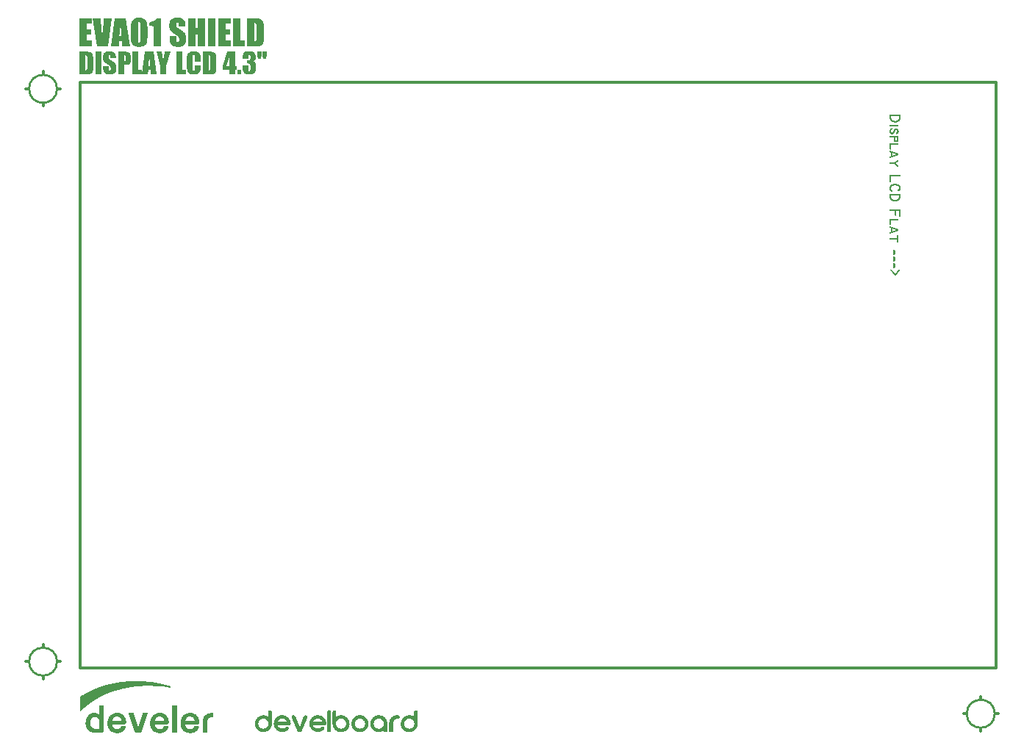
<source format=gto>
G04 Layer_Color=65535*
%FSLAX44Y44*%
%MOMM*%
G71*
G01*
G75*
%ADD14C,0.2500*%
%ADD33C,0.3000*%
G36*
X1007649Y704703D02*
X1007746Y704675D01*
X1007857Y704648D01*
X1007982Y704592D01*
X1008093Y704509D01*
X1008217Y704412D01*
X1008231Y704398D01*
X1008273Y704357D01*
X1008315Y704287D01*
X1008384Y704204D01*
X1008439Y704093D01*
X1008481Y703982D01*
X1008523Y703843D01*
X1008536Y703705D01*
Y703677D01*
X1008523Y703621D01*
X1008509Y703538D01*
X1008467Y703441D01*
X1008398Y703330D01*
X1008287Y703219D01*
X1008148Y703108D01*
X1007954Y703011D01*
X1007940Y702997D01*
X1007898Y702983D01*
X1007829Y702956D01*
X1007760Y702900D01*
X1007649Y702845D01*
X1007552Y702775D01*
X1007427Y702678D01*
X1007316Y702581D01*
X1007191Y702457D01*
X1007066Y702332D01*
X1006969Y702179D01*
X1006872Y702013D01*
X1006789Y701832D01*
X1006720Y701638D01*
X1006678Y701430D01*
X1006664Y701208D01*
Y701181D01*
Y701125D01*
X1006678Y701028D01*
Y700889D01*
X1006706Y700751D01*
X1006733Y700570D01*
X1006775Y700390D01*
X1006817Y700210D01*
X1006886Y700030D01*
X1006969Y699849D01*
X1007066Y699669D01*
X1007191Y699516D01*
X1007330Y699392D01*
X1007496Y699295D01*
X1007691Y699239D01*
X1007912Y699211D01*
X1007940D01*
X1008009Y699239D01*
X1008107Y699281D01*
X1008176Y699322D01*
X1008259Y699392D01*
X1008342Y699461D01*
X1008426Y699558D01*
X1008523Y699669D01*
X1008620Y699808D01*
X1008731Y699960D01*
X1008841Y700154D01*
X1008952Y700362D01*
X1009063Y700612D01*
X1009077Y700640D01*
X1009105Y700709D01*
X1009147Y700806D01*
X1009202Y700945D01*
X1009271Y701111D01*
X1009341Y701292D01*
X1009438Y701486D01*
X1009521Y701694D01*
X1009701Y702096D01*
X1009799Y702290D01*
X1009882Y702470D01*
X1009965Y702623D01*
X1010034Y702748D01*
X1010104Y702845D01*
X1010145Y702900D01*
X1010159Y702914D01*
X1010187Y702970D01*
X1010242Y703053D01*
X1010325Y703164D01*
X1010423Y703289D01*
X1010534Y703441D01*
X1010672Y703594D01*
X1010839Y703746D01*
X1011005Y703899D01*
X1011199Y704051D01*
X1011407Y704204D01*
X1011629Y704329D01*
X1011879Y704440D01*
X1012128Y704523D01*
X1012406Y704578D01*
X1012683Y704592D01*
X1012808D01*
X1012933Y704565D01*
X1013113Y704537D01*
X1013321Y704495D01*
X1013557Y704426D01*
X1013806Y704315D01*
X1014070Y704190D01*
X1014333Y704010D01*
X1014583Y703802D01*
X1014833Y703538D01*
X1014944Y703386D01*
X1015055Y703219D01*
X1015152Y703039D01*
X1015249Y702845D01*
X1015332Y702637D01*
X1015401Y702415D01*
X1015457Y702165D01*
X1015512Y701902D01*
X1015540Y701624D01*
X1015568Y701333D01*
Y701319D01*
Y701278D01*
Y701208D01*
Y701125D01*
Y701014D01*
X1015554Y700889D01*
X1015540Y700751D01*
X1015526Y700598D01*
X1015457Y700251D01*
X1015360Y699877D01*
X1015221Y699502D01*
X1015138Y699308D01*
X1015027Y699128D01*
Y699114D01*
X1014999Y699087D01*
X1014971Y699031D01*
X1014916Y698962D01*
X1014860Y698892D01*
X1014777Y698795D01*
X1014694Y698698D01*
X1014583Y698587D01*
X1014472Y698476D01*
X1014333Y698351D01*
X1014195Y698241D01*
X1014028Y698130D01*
X1013862Y698019D01*
X1013668Y697922D01*
X1013474Y697824D01*
X1013252Y697741D01*
X1013224D01*
X1013168Y697727D01*
X1013071Y697713D01*
X1012919D01*
X1012850Y697727D01*
X1012752Y697741D01*
X1012655Y697783D01*
X1012558Y697824D01*
X1012461Y697894D01*
X1012364Y697991D01*
X1012350Y698005D01*
X1012322Y698033D01*
X1012295Y698088D01*
X1012253Y698171D01*
X1012198Y698268D01*
X1012170Y698365D01*
X1012142Y698490D01*
X1012128Y698629D01*
Y698656D01*
X1012142Y698740D01*
X1012156Y698851D01*
X1012198Y698976D01*
X1012267Y699114D01*
X1012350Y699253D01*
X1012489Y699378D01*
X1012669Y699461D01*
X1012697Y699475D01*
X1012766Y699502D01*
X1012863Y699544D01*
X1012974Y699613D01*
X1013113Y699710D01*
X1013252Y699821D01*
X1013376Y699974D01*
X1013487Y700141D01*
X1013501Y700168D01*
X1013529Y700224D01*
X1013571Y700321D01*
X1013626Y700459D01*
X1013668Y700612D01*
X1013709Y700806D01*
X1013737Y701000D01*
Y701222D01*
Y701236D01*
Y701292D01*
X1013723Y701361D01*
X1013709Y701458D01*
X1013696Y701569D01*
X1013668Y701694D01*
X1013585Y701971D01*
X1013460Y702249D01*
X1013376Y702387D01*
X1013279Y702498D01*
X1013155Y702595D01*
X1013030Y702664D01*
X1012877Y702720D01*
X1012711Y702734D01*
X1012683D01*
X1012628Y702720D01*
X1012572Y702706D01*
X1012433Y702664D01*
X1012336Y702623D01*
X1012239Y702567D01*
X1012142Y702498D01*
X1012031Y702415D01*
X1011920Y702304D01*
X1011796Y702165D01*
X1011685Y702013D01*
X1011560Y701846D01*
X1011449Y701638D01*
X1011338Y701403D01*
Y701389D01*
X1011310Y701347D01*
X1011282Y701264D01*
X1011241Y701167D01*
X1011185Y701056D01*
X1011130Y700917D01*
X1011060Y700751D01*
X1010991Y700584D01*
X1010908Y700390D01*
X1010825Y700196D01*
X1010631Y699766D01*
X1010450Y699322D01*
X1010256Y698865D01*
X1010242Y698851D01*
X1010214Y698795D01*
X1010173Y698726D01*
X1010104Y698629D01*
X1010006Y698518D01*
X1009909Y698379D01*
X1009785Y698254D01*
X1009646Y698102D01*
X1009480Y697963D01*
X1009313Y697824D01*
X1009119Y697700D01*
X1008911Y697589D01*
X1008689Y697492D01*
X1008453Y697422D01*
X1008190Y697367D01*
X1007926Y697353D01*
X1007843D01*
X1007787Y697367D01*
X1007635Y697381D01*
X1007441Y697408D01*
X1007205Y697464D01*
X1006942Y697561D01*
X1006664Y697672D01*
X1006373Y697838D01*
X1006082Y698033D01*
X1005929Y698157D01*
X1005790Y698296D01*
X1005666Y698448D01*
X1005527Y698601D01*
X1005402Y698781D01*
X1005291Y698976D01*
X1005194Y699197D01*
X1005097Y699419D01*
X1005014Y699669D01*
X1004945Y699932D01*
X1004889Y700224D01*
X1004847Y700529D01*
X1004820Y700862D01*
X1004806Y701208D01*
Y701236D01*
Y701305D01*
X1004820Y701416D01*
X1004847Y701569D01*
X1004875Y701749D01*
X1004931Y701957D01*
X1005000Y702193D01*
X1005083Y702443D01*
X1005208Y702720D01*
X1005361Y702997D01*
X1005541Y703275D01*
X1005749Y703566D01*
X1006012Y703843D01*
X1006318Y704107D01*
X1006664Y704370D01*
X1007053Y704606D01*
X1007066D01*
X1007094Y704620D01*
X1007136Y704634D01*
X1007191Y704662D01*
X1007330Y704703D01*
X1007496Y704717D01*
X1007566D01*
X1007649Y704703D01*
D02*
G37*
G36*
X90068Y58795D02*
X90069Y58795D01*
X90068Y58795D01*
X90068Y58795D01*
X90067Y58794D01*
X90067Y58794D01*
X90066Y58794D01*
X90067Y58794D01*
X90066Y58794D01*
D01*
X90066Y58794D01*
X90066D01*
X90066D01*
D01*
X90066Y58794D01*
X90066Y58794D01*
X90069Y58795D01*
X90068Y58795D01*
D02*
G37*
G36*
X90066Y58794D02*
X90066Y58794D01*
X90066Y58794D01*
X90066Y58794D01*
X90066Y58794D01*
Y58794D01*
X90066D01*
X90066D01*
X90066D01*
D01*
X90066Y58794D01*
X90066Y58794D01*
X90065Y58794D01*
X90066Y58794D01*
X90065Y58794D01*
X90065Y58794D01*
X90065Y58794D01*
X90065Y58794D01*
X90065Y58794D01*
X90065Y58794D01*
X90065Y58794D01*
X90066Y58794D01*
X90066Y58794D01*
X90066Y58794D01*
D02*
G37*
G36*
X90066Y58794D02*
Y58794D01*
X90066Y58794D01*
D01*
X90066Y58794D01*
X90066Y58794D01*
X90066Y58794D01*
X90066Y58794D01*
X90066Y58794D01*
D01*
D01*
X90066Y58794D01*
X90066Y58794D01*
D02*
G37*
G36*
X122137Y58903D02*
X122136Y58902D01*
X122137Y58903D01*
X122137Y58903D01*
D02*
G37*
G36*
X1014597Y687035D02*
X1014750Y687007D01*
X1014916Y686938D01*
X1015096Y686827D01*
X1015165Y686758D01*
X1015235Y686674D01*
X1015304Y686563D01*
X1015346Y686439D01*
X1015374Y686300D01*
X1015387Y686147D01*
Y686133D01*
Y686106D01*
Y686064D01*
X1015374Y686009D01*
X1015332Y685856D01*
X1015276Y685690D01*
X1015152Y685537D01*
X1015082Y685454D01*
X1014985Y685385D01*
X1014888Y685329D01*
X1014750Y685287D01*
X1014611Y685260D01*
X1014444Y685246D01*
X1006858D01*
Y680960D01*
Y680947D01*
Y680919D01*
Y680877D01*
X1006844Y680808D01*
X1006803Y680655D01*
X1006747Y680489D01*
X1006637Y680309D01*
X1006553Y680239D01*
X1006470Y680170D01*
X1006359Y680101D01*
X1006234Y680059D01*
X1006096Y680031D01*
X1005929Y680017D01*
X1005846D01*
X1005790Y680031D01*
X1005638Y680073D01*
X1005471Y680128D01*
X1005291Y680253D01*
X1005222Y680322D01*
X1005153Y680420D01*
X1005083Y680517D01*
X1005042Y680655D01*
X1005014Y680794D01*
X1005000Y680960D01*
Y687049D01*
X1014528D01*
X1014597Y687035D01*
D02*
G37*
G36*
X1005957Y678755D02*
X1006082Y678728D01*
X1014958Y675385D01*
X1014985Y675371D01*
X1015041Y675316D01*
X1015124Y675247D01*
X1015221Y675136D01*
X1015318Y675011D01*
X1015401Y674858D01*
X1015457Y674692D01*
X1015484Y674512D01*
Y674484D01*
X1015471Y674415D01*
X1015457Y674317D01*
X1015415Y674193D01*
X1015360Y674054D01*
X1015263Y673901D01*
X1015138Y673749D01*
X1014971Y673596D01*
X1006123Y670115D01*
X1006109D01*
X1006096Y670101D01*
X1006012Y670074D01*
X1005901Y670060D01*
X1005777Y670046D01*
X1005707D01*
X1005638Y670060D01*
X1005555Y670088D01*
X1005444Y670115D01*
X1005333Y670171D01*
X1005236Y670240D01*
X1005125Y670337D01*
X1005111Y670351D01*
X1005083Y670393D01*
X1005042Y670448D01*
X1005000Y670531D01*
X1004958Y670629D01*
X1004917Y670740D01*
X1004889Y670878D01*
X1004875Y671017D01*
Y671045D01*
X1004889Y671114D01*
X1004903Y671211D01*
X1004945Y671336D01*
X1005014Y671475D01*
X1005111Y671613D01*
X1005250Y671738D01*
X1005430Y671835D01*
X1006733Y672348D01*
Y676495D01*
X1005347Y677008D01*
X1005333Y677022D01*
X1005277Y677050D01*
X1005194Y677105D01*
X1005111Y677188D01*
X1005028Y677299D01*
X1004945Y677438D01*
X1004889Y677618D01*
X1004875Y677840D01*
Y677854D01*
Y677896D01*
X1004889Y677965D01*
X1004903Y678048D01*
X1004931Y678145D01*
X1004972Y678256D01*
X1005028Y678367D01*
X1005111Y678478D01*
X1005125Y678492D01*
X1005153Y678520D01*
X1005208Y678575D01*
X1005291Y678617D01*
X1005374Y678672D01*
X1005485Y678728D01*
X1005610Y678755D01*
X1005749Y678769D01*
X1005860D01*
X1005957Y678755D01*
D02*
G37*
G36*
X122137Y58903D02*
X122136Y58903D01*
X122139Y58904D01*
X122137Y58903D01*
D02*
G37*
G36*
X1015387Y691445D02*
Y691431D01*
Y691417D01*
Y691376D01*
Y691320D01*
X1015374Y691181D01*
X1015346Y691001D01*
X1015304Y690779D01*
X1015235Y690544D01*
X1015138Y690294D01*
X1015013Y690016D01*
X1014860Y689753D01*
X1014666Y689503D01*
X1014430Y689268D01*
X1014139Y689046D01*
X1013973Y688949D01*
X1013806Y688865D01*
X1013612Y688782D01*
X1013404Y688727D01*
X1013182Y688671D01*
X1012961Y688630D01*
X1012697Y688616D01*
X1012433Y688602D01*
X1012309D01*
X1012225Y688616D01*
X1012114D01*
X1011990Y688644D01*
X1011851Y688657D01*
X1011698Y688685D01*
X1011366Y688768D01*
X1011019Y688893D01*
X1010839Y688976D01*
X1010672Y689060D01*
X1010506Y689171D01*
X1010353Y689295D01*
X1010339Y689309D01*
X1010325Y689323D01*
X1010284Y689365D01*
X1010228Y689420D01*
X1010173Y689490D01*
X1010104Y689573D01*
X1010034Y689670D01*
X1009965Y689795D01*
X1009882Y689919D01*
X1009812Y690058D01*
X1009743Y690225D01*
X1009688Y690391D01*
X1009632Y690585D01*
X1009590Y690779D01*
X1009577Y691001D01*
X1009563Y691223D01*
Y693636D01*
X1005679D01*
X1005624Y693650D01*
X1005471Y693678D01*
X1005305Y693747D01*
X1005125Y693858D01*
X1005055Y693927D01*
X1004986Y694011D01*
X1004917Y694122D01*
X1004875Y694246D01*
X1004847Y694385D01*
X1004834Y694538D01*
Y694551D01*
Y694579D01*
Y694621D01*
X1004847Y694676D01*
X1004889Y694829D01*
X1004945Y694981D01*
X1005055Y695148D01*
X1005139Y695231D01*
X1005222Y695300D01*
X1005333Y695356D01*
X1005458Y695397D01*
X1005596Y695425D01*
X1005763Y695439D01*
X1015387D01*
Y691445D01*
D02*
G37*
G36*
X89048Y58379D02*
X89049Y58379D01*
X89049Y58379D01*
X89048Y58379D01*
D02*
G37*
G36*
X395719Y28370D02*
X396219Y28328D01*
X396802Y28204D01*
X397468Y28079D01*
X398135Y27870D01*
X398801Y27620D01*
X398843D01*
X398885Y27579D01*
X399093Y27495D01*
X399426Y27329D01*
X399884Y27079D01*
X400343Y26787D01*
X400884Y26412D01*
X401426Y25996D01*
X401926Y25538D01*
X401967Y25496D01*
X402134Y25288D01*
X402384Y25038D01*
X402676Y24663D01*
X403009Y24205D01*
X403384Y23663D01*
X403717Y23080D01*
X404008Y22413D01*
X404050Y22330D01*
X404133Y22122D01*
X404258Y21747D01*
X404383Y21289D01*
X404508Y20705D01*
X404633Y20081D01*
X404717Y19373D01*
X404758Y18664D01*
Y18623D01*
Y18581D01*
Y18331D01*
X404717Y17956D01*
X404675Y17456D01*
X404550Y16873D01*
X404425Y16207D01*
X404217Y15540D01*
X403967Y14874D01*
X403925Y14790D01*
X403842Y14582D01*
X403675Y14249D01*
X403425Y13832D01*
X403134Y13332D01*
X402759Y12791D01*
X402342Y12249D01*
X401884Y11749D01*
X401842Y11708D01*
X401634Y11541D01*
X401384Y11291D01*
X401009Y11000D01*
X400551Y10666D01*
X400009Y10333D01*
X399426Y10000D01*
X398760Y9708D01*
X398676Y9667D01*
X398468Y9583D01*
X398093Y9458D01*
X397635Y9333D01*
X397052Y9208D01*
X396427Y9083D01*
X395719Y9000D01*
X394969Y8959D01*
X394636D01*
X394261Y9000D01*
X393761Y9042D01*
X393178Y9125D01*
X392511Y9292D01*
X391845Y9458D01*
X391178Y9708D01*
X391095Y9750D01*
X390887Y9833D01*
X390554Y10000D01*
X390137Y10250D01*
X389637Y10541D01*
X389096Y10875D01*
X388554Y11291D01*
X388054Y11749D01*
X388013Y11791D01*
X387846Y11999D01*
X387596Y12249D01*
X387304Y12624D01*
X386971Y13082D01*
X386596Y13624D01*
X386263Y14207D01*
X385971Y14832D01*
Y14874D01*
X385930Y14915D01*
X385846Y15165D01*
X385722Y15498D01*
X385597Y15998D01*
X385472Y16540D01*
X385347Y17206D01*
X385263Y17915D01*
X385222Y18664D01*
Y18706D01*
Y18748D01*
Y18998D01*
X385263Y19414D01*
X385305Y19914D01*
X385388Y20497D01*
X385555Y21122D01*
X385722Y21788D01*
X385971Y22455D01*
Y22497D01*
X386013Y22538D01*
X386096Y22747D01*
X386305Y23080D01*
X386513Y23496D01*
X386846Y23996D01*
X387179Y24496D01*
X387596Y25038D01*
X388054Y25538D01*
X388096Y25579D01*
X388304Y25746D01*
X388554Y25996D01*
X388929Y26287D01*
X389387Y26621D01*
X389929Y26995D01*
X390512Y27329D01*
X391178Y27620D01*
X391220D01*
X391262Y27662D01*
X391512Y27745D01*
X391845Y27870D01*
X392345Y28037D01*
X392886Y28162D01*
X393553Y28287D01*
X394219Y28370D01*
X394969Y28412D01*
X395302D01*
X395719Y28370D01*
D02*
G37*
G36*
X438875D02*
X439083Y28328D01*
X439333Y28245D01*
X439583Y28162D01*
X439833Y27995D01*
X440083Y27787D01*
X440124Y27745D01*
X440166Y27662D01*
X440291Y27537D01*
X440416Y27370D01*
X440624Y26912D01*
X440666Y26621D01*
X440707Y26287D01*
Y26246D01*
Y26162D01*
X440666Y25996D01*
X440624Y25787D01*
X440541Y25538D01*
X440457Y25288D01*
X440291Y25038D01*
X440083Y24788D01*
X440041Y24746D01*
X439958Y24704D01*
X439833Y24580D01*
X439666Y24496D01*
X439416Y24371D01*
X439166Y24246D01*
X438875Y24205D01*
X438541Y24163D01*
X438125D01*
X437875Y24121D01*
X437542Y24080D01*
X437167Y23996D01*
X436417Y23788D01*
X436375D01*
X436250Y23705D01*
X436042Y23621D01*
X435834Y23496D01*
X435251Y23163D01*
X434667Y22705D01*
X434626Y22663D01*
X434542Y22580D01*
X434417Y22413D01*
X434251Y22247D01*
X434043Y21997D01*
X433834Y21705D01*
X433459Y21039D01*
Y20997D01*
X433376Y20872D01*
X433334Y20664D01*
X433251Y20414D01*
X433168Y20081D01*
X433084Y19747D01*
X433043Y19331D01*
X433001Y18914D01*
Y8959D01*
X428711D01*
Y19289D01*
Y19331D01*
Y19373D01*
Y19497D01*
Y19664D01*
X428752Y20081D01*
X428794Y20622D01*
X428877Y21205D01*
X429044Y21872D01*
X429210Y22538D01*
X429460Y23205D01*
X429502Y23288D01*
X429627Y23496D01*
X429794Y23788D01*
X430043Y24205D01*
X430335Y24663D01*
X430710Y25121D01*
X431127Y25621D01*
X431585Y26079D01*
X431668Y26121D01*
X431835Y26287D01*
X432126Y26496D01*
X432501Y26746D01*
X432959Y27037D01*
X433501Y27329D01*
X434084Y27579D01*
X434751Y27829D01*
X434792D01*
X434834Y27870D01*
X435084Y27912D01*
X435417Y27995D01*
X435917Y28120D01*
X436459Y28245D01*
X437125Y28328D01*
X437791Y28370D01*
X438541Y28412D01*
X438708D01*
X438875Y28370D01*
D02*
G37*
G36*
X417463D02*
X417963Y28328D01*
X418546Y28245D01*
X419213Y28079D01*
X419879Y27912D01*
X420546Y27662D01*
X420588D01*
X420629Y27620D01*
X420838Y27537D01*
X421171Y27370D01*
X421629Y27120D01*
X422087Y26829D01*
X422629Y26454D01*
X423170Y26037D01*
X423670Y25579D01*
X423712Y25538D01*
X423878Y25329D01*
X424128Y25079D01*
X424420Y24704D01*
X424753Y24246D01*
X425128Y23705D01*
X425461Y23122D01*
X425753Y22455D01*
X425795Y22372D01*
X425878Y22163D01*
X426003Y21788D01*
X426128Y21330D01*
X426253Y20747D01*
X426378Y20122D01*
X426461Y19414D01*
X426503Y18664D01*
Y8959D01*
X422295D01*
Y10958D01*
X422254Y10916D01*
X422170Y10791D01*
X422004Y10625D01*
X421754Y10416D01*
X421421Y10208D01*
X421046Y9958D01*
X420546Y9708D01*
X420004Y9500D01*
X419921Y9458D01*
X419754Y9417D01*
X419421Y9333D01*
X419005Y9250D01*
X418505Y9125D01*
X417963Y9042D01*
X417338Y9000D01*
X416714Y8959D01*
X416380D01*
X416005Y9000D01*
X415505Y9042D01*
X414922Y9125D01*
X414256Y9292D01*
X413589Y9458D01*
X412923Y9708D01*
X412840Y9750D01*
X412631Y9833D01*
X412298Y10000D01*
X411881Y10250D01*
X411382Y10541D01*
X410840Y10875D01*
X410299Y11291D01*
X409799Y11749D01*
X409757Y11791D01*
X409590Y11999D01*
X409341Y12249D01*
X409049Y12624D01*
X408716Y13082D01*
X408382Y13624D01*
X408049Y14207D01*
X407716Y14874D01*
Y14915D01*
X407674Y14957D01*
X407591Y15207D01*
X407466Y15540D01*
X407341Y16040D01*
X407216Y16581D01*
X407091Y17248D01*
X407008Y17915D01*
X406966Y18664D01*
Y18706D01*
Y18748D01*
Y18998D01*
X407008Y19414D01*
X407049Y19914D01*
X407133Y20497D01*
X407299Y21122D01*
X407466Y21788D01*
X407716Y22455D01*
Y22497D01*
X407757Y22538D01*
X407841Y22747D01*
X408049Y23080D01*
X408257Y23538D01*
X408591Y23996D01*
X408924Y24538D01*
X409341Y25079D01*
X409799Y25579D01*
X409840Y25621D01*
X410049Y25787D01*
X410299Y26037D01*
X410673Y26329D01*
X411132Y26662D01*
X411673Y27037D01*
X412256Y27370D01*
X412923Y27662D01*
X412965D01*
X413006Y27704D01*
X413256Y27787D01*
X413589Y27912D01*
X414089Y28037D01*
X414631Y28162D01*
X415297Y28287D01*
X415964Y28370D01*
X416714Y28412D01*
X417047D01*
X417463Y28370D01*
D02*
G37*
G36*
X365893Y33994D02*
X366101Y33952D01*
X366352Y33869D01*
X366601Y33786D01*
X366851Y33619D01*
X367101Y33411D01*
X367143Y33369D01*
X367226Y33286D01*
X367310Y33161D01*
X367435Y32994D01*
X367685Y32536D01*
X367726Y32286D01*
X367768Y31994D01*
Y26287D01*
X367809Y26329D01*
X367893Y26454D01*
X368059Y26621D01*
X368309Y26829D01*
X368601Y27037D01*
X368976Y27287D01*
X369392Y27537D01*
X369934Y27745D01*
X370017Y27787D01*
X370184Y27829D01*
X370517Y27912D01*
X370934Y28037D01*
X371433Y28162D01*
X371975Y28245D01*
X372600Y28287D01*
X373225Y28328D01*
X373558D01*
X373933Y28287D01*
X374433Y28245D01*
X375016Y28120D01*
X375682Y27995D01*
X376349Y27787D01*
X377015Y27537D01*
X377057D01*
X377099Y27495D01*
X377307Y27412D01*
X377640Y27246D01*
X378098Y26995D01*
X378557Y26704D01*
X379098Y26329D01*
X379640Y25912D01*
X380140Y25454D01*
X380181Y25413D01*
X380348Y25246D01*
X380598Y24954D01*
X380889Y24580D01*
X381223Y24121D01*
X381598Y23621D01*
X381931Y23038D01*
X382222Y22372D01*
X382264Y22288D01*
X382347Y22080D01*
X382472Y21705D01*
X382639Y21247D01*
X382764Y20664D01*
X382889Y20039D01*
X382972Y19331D01*
X383014Y18581D01*
Y18539D01*
Y18498D01*
Y18248D01*
X382972Y17873D01*
X382931Y17373D01*
X382806Y16790D01*
X382681Y16123D01*
X382472Y15457D01*
X382222Y14790D01*
X382181Y14707D01*
X382097Y14499D01*
X381931Y14166D01*
X381681Y13749D01*
X381389Y13291D01*
X381014Y12749D01*
X380598Y12208D01*
X380140Y11708D01*
X380098Y11666D01*
X379931Y11500D01*
X379640Y11250D01*
X379265Y10958D01*
X378807Y10625D01*
X378265Y10292D01*
X377682Y9958D01*
X377015Y9667D01*
X376932Y9625D01*
X376724Y9542D01*
X376349Y9417D01*
X375891Y9292D01*
X375308Y9167D01*
X374683Y9042D01*
X373974Y8959D01*
X373225Y8917D01*
X372892D01*
X372475Y8959D01*
X371975Y9000D01*
X371392Y9083D01*
X370767Y9208D01*
X370101Y9375D01*
X369434Y9625D01*
X369351Y9667D01*
X369142Y9750D01*
X368809Y9917D01*
X368393Y10166D01*
X367934Y10458D01*
X367393Y10833D01*
X366851Y11250D01*
X366352Y11708D01*
X366310Y11749D01*
X366143Y11958D01*
X365893Y12208D01*
X365602Y12583D01*
X365268Y13041D01*
X364935Y13582D01*
X364602Y14166D01*
X364269Y14790D01*
Y14832D01*
X364227Y14874D01*
X364144Y15124D01*
X364019Y15457D01*
X363894Y15957D01*
X363769Y16498D01*
X363644Y17165D01*
X363560Y17831D01*
X363519Y18581D01*
Y31994D01*
Y32036D01*
Y32119D01*
X363560Y32286D01*
X363602Y32494D01*
X363769Y32952D01*
X363894Y33202D01*
X364102Y33411D01*
X364144Y33452D01*
X364227Y33494D01*
X364352Y33619D01*
X364519Y33744D01*
X365019Y33952D01*
X365268Y33994D01*
X365602Y34035D01*
X365768D01*
X365893Y33994D01*
D02*
G37*
G36*
X1014611Y708697D02*
X1014763Y708656D01*
X1014930Y708600D01*
X1015110Y708489D01*
X1015179Y708420D01*
X1015249Y708323D01*
X1015318Y708226D01*
X1015360Y708101D01*
X1015387Y707962D01*
X1015401Y707796D01*
Y707782D01*
Y707754D01*
Y707713D01*
X1015387Y707643D01*
X1015346Y707491D01*
X1015290Y707324D01*
X1015165Y707144D01*
X1015096Y707075D01*
X1014999Y707005D01*
X1014902Y706936D01*
X1014763Y706894D01*
X1014625Y706867D01*
X1014458Y706853D01*
X1005721D01*
X1005666Y706867D01*
X1005513Y706908D01*
X1005347Y706964D01*
X1005166Y707088D01*
X1005097Y707158D01*
X1005028Y707255D01*
X1004958Y707352D01*
X1004917Y707491D01*
X1004889Y707629D01*
X1004875Y707796D01*
Y707810D01*
Y707837D01*
Y707879D01*
X1004889Y707934D01*
X1004931Y708087D01*
X1004986Y708253D01*
X1005097Y708420D01*
X1005180Y708503D01*
X1005264Y708572D01*
X1005374Y708628D01*
X1005499Y708670D01*
X1005638Y708697D01*
X1005804Y708711D01*
X1014541D01*
X1014611Y708697D01*
D02*
G37*
G36*
X90066Y58794D02*
X90066Y58794D01*
Y58794D01*
Y58794D01*
X90066Y58794D01*
X90066D01*
X90066Y58794D01*
X90066Y58794D01*
D02*
G37*
G36*
X90065Y58794D02*
X90064Y58793D01*
X90064Y58793D01*
X90065Y58793D01*
X90065Y58794D01*
X90065D01*
D02*
G37*
G36*
X1017634Y716630D02*
Y716602D01*
Y716533D01*
X1017620Y716422D01*
X1017606Y716269D01*
X1017592Y716089D01*
X1017565Y715881D01*
X1017523Y715645D01*
X1017454Y715382D01*
X1017384Y715105D01*
X1017287Y714813D01*
X1017177Y714508D01*
X1017038Y714203D01*
X1016885Y713898D01*
X1016691Y713593D01*
X1016483Y713288D01*
X1016233Y712997D01*
X1016219Y712983D01*
X1016164Y712913D01*
X1016067Y712830D01*
X1015928Y712719D01*
X1015762Y712580D01*
X1015554Y712428D01*
X1015318Y712261D01*
X1015041Y712095D01*
X1014736Y711929D01*
X1014403Y711762D01*
X1014028Y711610D01*
X1013612Y711471D01*
X1013182Y711360D01*
X1012711Y711277D01*
X1012212Y711207D01*
X1011685Y711194D01*
X1011449D01*
X1011352Y711207D01*
X1011241D01*
X1011116Y711221D01*
X1010839Y711249D01*
X1010506Y711291D01*
X1010145Y711346D01*
X1009743Y711415D01*
X1009341Y711513D01*
X1008911Y711637D01*
X1008467Y711790D01*
X1008037Y711956D01*
X1007621Y712164D01*
X1007205Y712414D01*
X1006831Y712691D01*
X1006470Y713010D01*
X1006456Y713024D01*
X1006415Y713080D01*
X1006331Y713163D01*
X1006248Y713274D01*
X1006137Y713412D01*
X1006012Y713593D01*
X1005874Y713787D01*
X1005749Y714009D01*
X1005610Y714258D01*
X1005471Y714536D01*
X1005347Y714827D01*
X1005236Y715146D01*
X1005153Y715479D01*
X1005083Y715839D01*
X1005028Y716214D01*
X1005014Y716602D01*
Y720000D01*
X1017634D01*
Y716630D01*
D02*
G37*
G36*
X93287Y60029D02*
X93287Y60029D01*
X93287Y60029D01*
X93287Y60029D01*
D02*
G37*
G36*
X1014597Y600080D02*
X1014750Y600052D01*
X1014916Y599983D01*
X1015096Y599872D01*
X1015165Y599803D01*
X1015235Y599719D01*
X1015304Y599608D01*
X1015346Y599484D01*
X1015374Y599345D01*
X1015387Y599192D01*
Y599179D01*
Y599151D01*
Y599109D01*
X1015374Y599054D01*
X1015332Y598901D01*
X1015276Y598735D01*
X1015152Y598582D01*
X1015082Y598499D01*
X1014985Y598430D01*
X1014888Y598374D01*
X1014750Y598332D01*
X1014611Y598305D01*
X1014444Y598291D01*
X1006858D01*
Y594006D01*
Y593992D01*
Y593964D01*
Y593922D01*
X1006844Y593853D01*
X1006803Y593700D01*
X1006747Y593534D01*
X1006637Y593354D01*
X1006553Y593284D01*
X1006470Y593215D01*
X1006359Y593146D01*
X1006234Y593104D01*
X1006096Y593076D01*
X1005929Y593063D01*
X1005846D01*
X1005790Y593076D01*
X1005638Y593118D01*
X1005471Y593173D01*
X1005291Y593298D01*
X1005222Y593368D01*
X1005153Y593465D01*
X1005083Y593562D01*
X1005042Y593700D01*
X1005014Y593839D01*
X1005000Y594006D01*
Y600094D01*
X1014528D01*
X1014597Y600080D01*
D02*
G37*
G36*
X1017606Y603339D02*
Y603325D01*
Y603297D01*
Y603256D01*
X1017592Y603186D01*
X1017551Y603034D01*
X1017495Y602868D01*
X1017371Y602687D01*
X1017301Y602618D01*
X1017204Y602548D01*
X1017107Y602479D01*
X1016968Y602438D01*
X1016830Y602410D01*
X1016663Y602396D01*
X1016580D01*
X1016511Y602410D01*
X1016372Y602451D01*
X1016192Y602507D01*
X1016025Y602632D01*
X1015942Y602701D01*
X1015873Y602798D01*
X1015804Y602895D01*
X1015762Y603034D01*
X1015734Y603173D01*
X1015720Y603339D01*
Y609067D01*
X1012850D01*
Y604726D01*
Y604712D01*
Y604684D01*
Y604643D01*
X1012836Y604573D01*
X1012794Y604435D01*
X1012739Y604254D01*
X1012614Y604088D01*
X1012544Y604019D01*
X1012447Y603935D01*
X1012350Y603880D01*
X1012212Y603838D01*
X1012073Y603811D01*
X1011907Y603797D01*
X1011823D01*
X1011754Y603811D01*
X1011615Y603852D01*
X1011435Y603908D01*
X1011268Y604019D01*
X1011185Y604102D01*
X1011116Y604185D01*
X1011047Y604296D01*
X1011005Y604421D01*
X1010977Y604559D01*
X1010963Y604726D01*
Y609067D01*
X1005763D01*
X1005693Y609081D01*
X1005541Y609122D01*
X1005374Y609178D01*
X1005194Y609289D01*
X1005111Y609372D01*
X1005042Y609455D01*
X1004972Y609566D01*
X1004931Y609691D01*
X1004903Y609829D01*
X1004889Y609996D01*
Y610010D01*
Y610037D01*
Y610079D01*
X1004903Y610135D01*
X1004945Y610287D01*
X1005014Y610453D01*
X1005055Y610537D01*
X1005125Y610620D01*
X1005194Y610703D01*
X1005291Y610773D01*
X1005402Y610828D01*
X1005527Y610870D01*
X1005679Y610897D01*
X1005846Y610911D01*
X1017606D01*
Y603339D01*
D02*
G37*
G36*
X92195Y59624D02*
D01*
X92196Y59624D01*
X92195Y59624D01*
D02*
G37*
G36*
X1005957Y591800D02*
X1006082Y591773D01*
X1014958Y588430D01*
X1014985Y588417D01*
X1015041Y588361D01*
X1015124Y588292D01*
X1015221Y588181D01*
X1015318Y588056D01*
X1015401Y587904D01*
X1015457Y587737D01*
X1015484Y587557D01*
Y587529D01*
X1015471Y587460D01*
X1015457Y587363D01*
X1015415Y587238D01*
X1015360Y587099D01*
X1015263Y586947D01*
X1015138Y586794D01*
X1014971Y586642D01*
X1006123Y583161D01*
X1006109D01*
X1006096Y583147D01*
X1006012Y583119D01*
X1005901Y583105D01*
X1005777Y583091D01*
X1005707D01*
X1005638Y583105D01*
X1005555Y583133D01*
X1005444Y583161D01*
X1005333Y583216D01*
X1005236Y583285D01*
X1005125Y583382D01*
X1005111Y583396D01*
X1005083Y583438D01*
X1005042Y583493D01*
X1005000Y583577D01*
X1004958Y583674D01*
X1004917Y583785D01*
X1004889Y583923D01*
X1004875Y584062D01*
Y584090D01*
X1004889Y584159D01*
X1004903Y584256D01*
X1004945Y584381D01*
X1005014Y584520D01*
X1005111Y584658D01*
X1005250Y584783D01*
X1005430Y584880D01*
X1006733Y585393D01*
Y589540D01*
X1005347Y590053D01*
X1005333Y590067D01*
X1005277Y590095D01*
X1005194Y590150D01*
X1005111Y590233D01*
X1005028Y590344D01*
X1004945Y590483D01*
X1004889Y590663D01*
X1004875Y590885D01*
Y590899D01*
Y590941D01*
X1004889Y591010D01*
X1004903Y591093D01*
X1004931Y591190D01*
X1004972Y591301D01*
X1005028Y591412D01*
X1005111Y591523D01*
X1005125Y591537D01*
X1005153Y591565D01*
X1005208Y591620D01*
X1005291Y591662D01*
X1005374Y591717D01*
X1005485Y591773D01*
X1005610Y591800D01*
X1005749Y591814D01*
X1005860D01*
X1005957Y591800D01*
D02*
G37*
G36*
X93292Y60031D02*
X93292Y60031D01*
Y60031D01*
X93292Y60031D01*
Y60031D01*
X93291Y60030D01*
X93292Y60031D01*
X93291Y60031D01*
X93292Y60031D01*
X93292Y60031D01*
X93292Y60031D01*
Y60031D01*
D02*
G37*
G36*
X93292Y60031D02*
X93292D01*
Y60031D01*
X93292Y60031D01*
X93292Y60031D01*
X93291Y60031D01*
X93291Y60031D01*
X93289Y60030D01*
X93291Y60031D01*
X93291Y60030D01*
X93292Y60031D01*
X93292Y60031D01*
X93292Y60031D01*
X93292Y60031D01*
X93292Y60031D01*
D02*
G37*
G36*
X93289Y60030D02*
D01*
X93289Y60030D01*
X93289Y60030D01*
D02*
G37*
G36*
X93292Y60031D02*
X93292Y60031D01*
Y60031D01*
X93291Y60030D01*
X93292Y60031D01*
X93291Y60031D01*
X93292Y60031D01*
X93292Y60031D01*
D02*
G37*
G36*
X91089Y59199D02*
X91089D01*
X91089D01*
D01*
X91089Y59199D01*
X91089Y59199D01*
X91089Y59199D01*
D02*
G37*
G36*
X91090Y59199D02*
X91089Y59199D01*
X91089Y59199D01*
X91090Y59199D01*
X91091Y59199D01*
X91091Y59199D01*
X91091Y59199D01*
X91090Y59199D01*
D02*
G37*
G36*
X1014639Y668021D02*
X1014722Y668007D01*
X1014819Y667966D01*
X1014930Y667924D01*
X1015041Y667855D01*
X1015138Y667772D01*
X1015152Y667758D01*
X1015179Y667716D01*
X1015221Y667661D01*
X1015276Y667591D01*
X1015318Y667494D01*
X1015360Y667383D01*
X1015387Y667259D01*
X1015401Y667134D01*
Y667120D01*
Y667050D01*
X1015374Y666967D01*
X1015346Y666870D01*
X1015304Y666759D01*
X1015221Y666634D01*
X1015124Y666510D01*
X1014985Y666399D01*
X1011463Y664097D01*
X1014985Y661836D01*
X1014999Y661822D01*
X1015055Y661780D01*
X1015124Y661725D01*
X1015193Y661642D01*
X1015276Y661545D01*
X1015332Y661420D01*
X1015387Y661281D01*
X1015401Y661115D01*
Y661101D01*
Y661045D01*
X1015387Y660976D01*
X1015374Y660879D01*
X1015332Y660782D01*
X1015290Y660657D01*
X1015221Y660546D01*
X1015124Y660435D01*
X1015110Y660421D01*
X1015082Y660394D01*
X1015027Y660338D01*
X1014944Y660283D01*
X1014847Y660227D01*
X1014736Y660172D01*
X1014611Y660144D01*
X1014472Y660130D01*
X1014430D01*
X1014375Y660144D01*
X1014306Y660158D01*
X1014209Y660186D01*
X1014111Y660227D01*
X1014001Y660283D01*
X1013876Y660366D01*
X1009660Y663140D01*
X1005666D01*
X1005610Y663153D01*
X1005458Y663181D01*
X1005291Y663251D01*
X1005111Y663362D01*
X1005042Y663431D01*
X1004972Y663528D01*
X1004903Y663625D01*
X1004861Y663750D01*
X1004834Y663888D01*
X1004820Y664055D01*
Y664069D01*
Y664097D01*
Y664138D01*
X1004834Y664194D01*
X1004875Y664346D01*
X1004931Y664499D01*
X1005042Y664665D01*
X1005125Y664748D01*
X1005208Y664818D01*
X1005319Y664873D01*
X1005444Y664915D01*
X1005583Y664942D01*
X1005749Y664956D01*
X1009715D01*
X1013959Y667869D01*
X1013973D01*
X1014001Y667896D01*
X1014056Y667924D01*
X1014125Y667952D01*
X1014306Y668007D01*
X1014403Y668021D01*
X1014514Y668035D01*
X1014569D01*
X1014639Y668021D01*
D02*
G37*
G36*
X1016816Y650991D02*
X1016968Y650949D01*
X1017149Y650894D01*
X1017329Y650783D01*
X1017412Y650714D01*
X1017482Y650616D01*
X1017551Y650519D01*
X1017592Y650395D01*
X1017620Y650256D01*
X1017634Y650089D01*
Y650076D01*
Y650048D01*
Y650006D01*
X1017620Y649937D01*
X1017579Y649798D01*
X1017509Y649618D01*
X1017468Y649535D01*
X1017398Y649452D01*
X1017315Y649382D01*
X1017232Y649299D01*
X1017107Y649243D01*
X1016982Y649202D01*
X1016830Y649174D01*
X1016663Y649160D01*
X1006858D01*
Y643433D01*
Y643419D01*
Y643391D01*
Y643349D01*
X1006844Y643280D01*
X1006803Y643128D01*
X1006747Y642961D01*
X1006637Y642781D01*
X1006553Y642711D01*
X1006470Y642642D01*
X1006359Y642573D01*
X1006234Y642531D01*
X1006096Y642503D01*
X1005929Y642489D01*
X1005846D01*
X1005790Y642503D01*
X1005638Y642545D01*
X1005471Y642600D01*
X1005291Y642725D01*
X1005222Y642795D01*
X1005153Y642892D01*
X1005083Y642989D01*
X1005042Y643128D01*
X1005014Y643266D01*
X1005000Y643433D01*
Y651005D01*
X1016747D01*
X1016816Y650991D01*
D02*
G37*
G36*
X1011685Y640590D02*
X1011782D01*
X1011907Y640576D01*
X1012184Y640562D01*
X1012489Y640520D01*
X1012836Y640479D01*
X1013224Y640409D01*
X1013612Y640326D01*
X1014028Y640229D01*
X1014444Y640104D01*
X1014847Y639952D01*
X1015263Y639771D01*
X1015651Y639563D01*
X1016025Y639328D01*
X1016358Y639050D01*
X1016372Y639036D01*
X1016414Y638995D01*
X1016483Y638925D01*
X1016580Y638828D01*
X1016677Y638703D01*
X1016802Y638551D01*
X1016927Y638385D01*
X1017052Y638190D01*
X1017177Y637968D01*
X1017301Y637733D01*
X1017426Y637483D01*
X1017523Y637206D01*
X1017620Y636928D01*
X1017690Y636623D01*
X1017731Y636304D01*
X1017745Y635971D01*
Y635957D01*
Y635902D01*
Y635833D01*
Y635736D01*
X1017731Y635625D01*
X1017717Y635486D01*
X1017703Y635333D01*
X1017690Y635167D01*
X1017634Y634806D01*
X1017565Y634432D01*
X1017454Y634071D01*
X1017384Y633891D01*
X1017315Y633739D01*
Y633725D01*
X1017287Y633697D01*
X1017260Y633655D01*
X1017232Y633586D01*
X1017177Y633503D01*
X1017107Y633420D01*
X1016941Y633198D01*
X1016830Y633087D01*
X1016719Y632962D01*
X1016580Y632823D01*
X1016428Y632698D01*
X1016261Y632560D01*
X1016095Y632435D01*
X1015887Y632310D01*
X1015679Y632185D01*
X1015665D01*
X1015637Y632171D01*
X1015595Y632144D01*
X1015540Y632116D01*
X1015387Y632074D01*
X1015221Y632061D01*
X1015152D01*
X1015082Y632074D01*
X1014999Y632102D01*
X1014888Y632130D01*
X1014777Y632185D01*
X1014666Y632255D01*
X1014555Y632352D01*
X1014541Y632366D01*
X1014514Y632407D01*
X1014472Y632463D01*
X1014430Y632546D01*
X1014375Y632643D01*
X1014333Y632754D01*
X1014306Y632865D01*
X1014292Y633004D01*
Y633031D01*
X1014306Y633087D01*
X1014320Y633184D01*
X1014361Y633295D01*
X1014430Y633420D01*
X1014514Y633558D01*
X1014652Y633683D01*
X1014833Y633808D01*
X1014860Y633822D01*
X1014930Y633863D01*
X1015027Y633947D01*
X1015152Y634044D01*
X1015276Y634169D01*
X1015415Y634335D01*
X1015540Y634501D01*
X1015651Y634709D01*
X1015665Y634723D01*
X1015679Y634793D01*
X1015720Y634890D01*
X1015762Y635028D01*
X1015790Y635209D01*
X1015831Y635417D01*
X1015845Y635680D01*
X1015859Y635971D01*
Y635985D01*
Y636013D01*
Y636082D01*
X1015845Y636152D01*
X1015831Y636249D01*
X1015804Y636360D01*
X1015734Y636609D01*
X1015679Y636762D01*
X1015623Y636901D01*
X1015540Y637067D01*
X1015443Y637220D01*
X1015332Y637372D01*
X1015193Y637525D01*
X1015055Y637677D01*
X1014874Y637830D01*
X1014860Y637844D01*
X1014819Y637871D01*
X1014750Y637913D01*
X1014652Y637968D01*
X1014528Y638052D01*
X1014375Y638121D01*
X1014195Y638204D01*
X1013987Y638287D01*
X1013751Y638385D01*
X1013487Y638468D01*
X1013210Y638537D01*
X1012891Y638606D01*
X1012544Y638676D01*
X1012184Y638717D01*
X1011782Y638745D01*
X1011366Y638759D01*
X1011158D01*
X1011019Y638745D01*
X1010839Y638731D01*
X1010631Y638717D01*
X1010395Y638690D01*
X1010145Y638648D01*
X1009882Y638606D01*
X1009590Y638551D01*
X1009313Y638468D01*
X1009022Y638385D01*
X1008745Y638287D01*
X1008467Y638176D01*
X1008190Y638038D01*
X1007940Y637885D01*
X1007926Y637871D01*
X1007885Y637844D01*
X1007815Y637802D01*
X1007746Y637733D01*
X1007635Y637636D01*
X1007538Y637538D01*
X1007413Y637414D01*
X1007302Y637275D01*
X1007177Y637136D01*
X1007053Y636956D01*
X1006955Y636776D01*
X1006858Y636582D01*
X1006775Y636374D01*
X1006706Y636152D01*
X1006664Y635930D01*
X1006650Y635680D01*
Y635666D01*
Y635611D01*
X1006664Y635541D01*
X1006678Y635444D01*
X1006692Y635320D01*
X1006720Y635167D01*
X1006761Y635014D01*
X1006817Y634834D01*
X1006886Y634640D01*
X1006983Y634446D01*
X1007094Y634238D01*
X1007219Y634016D01*
X1007372Y633808D01*
X1007552Y633586D01*
X1007760Y633378D01*
X1007996Y633170D01*
X1008009Y633156D01*
X1008051Y633115D01*
X1008107Y633059D01*
X1008176Y632976D01*
X1008231Y632879D01*
X1008287Y632768D01*
X1008328Y632629D01*
X1008342Y632490D01*
Y632477D01*
Y632421D01*
X1008328Y632352D01*
X1008301Y632268D01*
X1008273Y632158D01*
X1008217Y632047D01*
X1008148Y631922D01*
X1008051Y631811D01*
X1008037Y631797D01*
X1007996Y631769D01*
X1007940Y631714D01*
X1007857Y631658D01*
X1007760Y631603D01*
X1007649Y631547D01*
X1007524Y631520D01*
X1007385Y631506D01*
X1007330D01*
X1007274Y631520D01*
X1007191Y631534D01*
X1007094Y631561D01*
X1006997Y631603D01*
X1006900Y631658D01*
X1006789Y631741D01*
X1006775Y631755D01*
X1006733Y631783D01*
X1006678Y631839D01*
X1006609Y631894D01*
X1006512Y631977D01*
X1006401Y632088D01*
X1006165Y632324D01*
X1005901Y632601D01*
X1005638Y632906D01*
X1005402Y633239D01*
X1005305Y633406D01*
X1005208Y633572D01*
Y633586D01*
X1005194Y633614D01*
X1005166Y633655D01*
X1005139Y633725D01*
X1005111Y633822D01*
X1005069Y633919D01*
X1005028Y634044D01*
X1004986Y634169D01*
X1004945Y634321D01*
X1004903Y634487D01*
X1004834Y634848D01*
X1004778Y635264D01*
X1004764Y635722D01*
Y635750D01*
Y635819D01*
X1004778Y635930D01*
X1004792Y636082D01*
X1004820Y636263D01*
X1004861Y636471D01*
X1004917Y636706D01*
X1004986Y636956D01*
X1005083Y637233D01*
X1005208Y637511D01*
X1005347Y637802D01*
X1005527Y638093D01*
X1005735Y638385D01*
X1005971Y638676D01*
X1006248Y638953D01*
X1006567Y639217D01*
X1006595Y639230D01*
X1006650Y639272D01*
X1006761Y639341D01*
X1006900Y639439D01*
X1007080Y639536D01*
X1007302Y639660D01*
X1007566Y639785D01*
X1007857Y639910D01*
X1008176Y640035D01*
X1008550Y640160D01*
X1008939Y640284D01*
X1009369Y640381D01*
X1009826Y640479D01*
X1010312Y640548D01*
X1010825Y640590D01*
X1011366Y640603D01*
X1011588D01*
X1011685Y640590D01*
D02*
G37*
G36*
X1017634Y625750D02*
Y625723D01*
Y625653D01*
X1017620Y625542D01*
X1017606Y625390D01*
X1017592Y625210D01*
X1017565Y625001D01*
X1017523Y624766D01*
X1017454Y624502D01*
X1017384Y624225D01*
X1017287Y623934D01*
X1017177Y623629D01*
X1017038Y623323D01*
X1016885Y623018D01*
X1016691Y622713D01*
X1016483Y622408D01*
X1016233Y622117D01*
X1016219Y622103D01*
X1016164Y622034D01*
X1016067Y621950D01*
X1015928Y621839D01*
X1015762Y621701D01*
X1015554Y621548D01*
X1015318Y621382D01*
X1015041Y621215D01*
X1014736Y621049D01*
X1014403Y620883D01*
X1014028Y620730D01*
X1013612Y620591D01*
X1013182Y620480D01*
X1012711Y620397D01*
X1012212Y620328D01*
X1011685Y620314D01*
X1011449D01*
X1011352Y620328D01*
X1011241D01*
X1011116Y620342D01*
X1010839Y620369D01*
X1010506Y620411D01*
X1010145Y620466D01*
X1009743Y620536D01*
X1009341Y620633D01*
X1008911Y620758D01*
X1008467Y620910D01*
X1008037Y621077D01*
X1007621Y621285D01*
X1007205Y621534D01*
X1006831Y621812D01*
X1006470Y622131D01*
X1006456Y622145D01*
X1006415Y622200D01*
X1006331Y622283D01*
X1006248Y622394D01*
X1006137Y622533D01*
X1006012Y622713D01*
X1005874Y622907D01*
X1005749Y623129D01*
X1005610Y623379D01*
X1005471Y623656D01*
X1005347Y623947D01*
X1005236Y624266D01*
X1005153Y624599D01*
X1005083Y624960D01*
X1005028Y625334D01*
X1005014Y625723D01*
Y629120D01*
X1017634D01*
Y625750D01*
D02*
G37*
G36*
X92187Y59620D02*
X92187Y59620D01*
X92187Y59620D01*
X92187Y59620D01*
X92186Y59620D01*
X92187Y59620D01*
X92187Y59620D01*
D02*
G37*
G36*
X92186Y59620D02*
X92187Y59620D01*
X92185Y59619D01*
X92186Y59620D01*
X92185Y59619D01*
X92187Y59620D01*
X92186Y59620D01*
D02*
G37*
G36*
X92185Y59619D02*
X92186Y59620D01*
X92185Y59619D01*
X92185Y59619D01*
X92185Y59619D01*
X92186Y59620D01*
X92185Y59619D01*
D02*
G37*
G36*
X79354Y38540D02*
X79352Y38540D01*
X79354Y38542D01*
X79354Y38540D01*
D02*
G37*
G36*
X79357Y38539D02*
X79354Y38538D01*
X79354Y38540D01*
X79357Y38539D01*
D02*
G37*
G36*
X108169Y54809D02*
X108169Y54809D01*
X108168Y54809D01*
X108169Y54809D01*
X108168Y54809D01*
X108169Y54809D01*
X108169Y54809D01*
D02*
G37*
G36*
X80926Y39840D02*
X80924Y39839D01*
X80925Y39840D01*
X80926Y39840D01*
D02*
G37*
G36*
X81840Y55077D02*
X81840Y55077D01*
X81840Y55077D01*
X81840Y55077D01*
X81840Y55077D01*
X81840Y55077D01*
X81840Y55077D01*
X81840Y55077D01*
D02*
G37*
G36*
X226067Y30654D02*
X226189Y30562D01*
X226250Y30440D01*
Y30318D01*
Y26135D01*
Y26105D01*
Y26074D01*
X226220Y25952D01*
X226098Y25800D01*
X226006Y25769D01*
X225884Y25738D01*
X223777D01*
X223655Y25708D01*
X223472D01*
X223258Y25677D01*
X222770Y25586D01*
X222251Y25433D01*
X221670Y25189D01*
X221121Y24884D01*
X220602Y24456D01*
X220541Y24395D01*
X220419Y24212D01*
X220205Y23937D01*
X219991Y23540D01*
X219747Y23052D01*
X219533Y22441D01*
X219411Y21739D01*
X219350Y20945D01*
Y8397D01*
Y8367D01*
Y8336D01*
X219320Y8214D01*
X219198Y8061D01*
X219137Y8031D01*
X219014Y8000D01*
X214160D01*
X214038Y8061D01*
X213916Y8183D01*
X213885Y8275D01*
X213855Y8397D01*
Y21067D01*
Y21128D01*
Y21281D01*
X213885Y21495D01*
Y21800D01*
X213946Y22197D01*
X214007Y22624D01*
X214068Y23113D01*
X214191Y23632D01*
X214343Y24181D01*
X214526Y24762D01*
X214740Y25342D01*
X214984Y25952D01*
X215290Y26532D01*
X215656Y27082D01*
X216083Y27631D01*
X216541Y28120D01*
X216572Y28150D01*
X216663Y28242D01*
X216816Y28364D01*
X217030Y28517D01*
X217305Y28730D01*
X217640Y28944D01*
X218007Y29188D01*
X218434Y29433D01*
X218923Y29646D01*
X219472Y29891D01*
X220052Y30104D01*
X220663Y30318D01*
X221335Y30471D01*
X222037Y30593D01*
X222800Y30684D01*
X223594Y30715D01*
X225945D01*
X226067Y30654D01*
D02*
G37*
G36*
X184209Y39813D02*
X184331Y39722D01*
X184362Y39599D01*
X184392Y39477D01*
Y8397D01*
Y8367D01*
Y8336D01*
X184331Y8214D01*
X184240Y8061D01*
X184118Y8031D01*
X183995Y8000D01*
X179080D01*
X178958Y8061D01*
X178836Y8183D01*
X178805Y8275D01*
X178775Y8397D01*
Y39477D01*
Y39508D01*
Y39539D01*
X178836Y39691D01*
X178927Y39813D01*
X179019Y39844D01*
X179141Y39874D01*
X184057D01*
X184209Y39813D01*
D02*
G37*
G36*
X100036D02*
X100158Y39722D01*
X100219Y39599D01*
Y39477D01*
Y11114D01*
Y11084D01*
Y11053D01*
Y10870D01*
X100189Y10595D01*
X100127Y10259D01*
X100005Y9893D01*
X99853Y9496D01*
X99639Y9130D01*
X99364Y8794D01*
X99334Y8763D01*
X99212Y8672D01*
X99028Y8550D01*
X98753Y8397D01*
X98418Y8244D01*
X97990Y8122D01*
X97532Y8031D01*
X96983Y8000D01*
X89777D01*
X89533Y8031D01*
X89167Y8061D01*
X88770Y8092D01*
X88281Y8153D01*
X87762Y8244D01*
X87182Y8397D01*
X86541Y8550D01*
X85900Y8763D01*
X85259Y9008D01*
X84587Y9313D01*
X83916Y9649D01*
X83274Y10076D01*
X82633Y10534D01*
X82053Y11084D01*
X82023Y11114D01*
X81931Y11236D01*
X81778Y11389D01*
X81565Y11633D01*
X81351Y11969D01*
X81076Y12335D01*
X80801Y12763D01*
X80527Y13282D01*
X80252Y13831D01*
X79977Y14442D01*
X79702Y15144D01*
X79489Y15877D01*
X79275Y16640D01*
X79122Y17495D01*
X79031Y18381D01*
X79000Y19327D01*
Y19388D01*
Y19571D01*
X79031Y19816D01*
Y20182D01*
X79092Y20609D01*
X79153Y21128D01*
X79214Y21709D01*
X79336Y22319D01*
X79489Y22960D01*
X79672Y23632D01*
X79886Y24334D01*
X80160Y25036D01*
X80466Y25738D01*
X80832Y26441D01*
X81229Y27082D01*
X81717Y27723D01*
X81748Y27754D01*
X81840Y27876D01*
X81992Y28028D01*
X82206Y28242D01*
X82481Y28486D01*
X82816Y28761D01*
X83183Y29066D01*
X83610Y29372D01*
X84099Y29677D01*
X84618Y29952D01*
X85198Y30227D01*
X85808Y30471D01*
X86480Y30684D01*
X87182Y30837D01*
X87915Y30959D01*
X88678Y30990D01*
X89136D01*
X89442Y30959D01*
X89808Y30929D01*
X90205Y30868D01*
X91029Y30715D01*
X91090D01*
X91212Y30654D01*
X91396Y30593D01*
X91640Y30532D01*
X92189Y30318D01*
X92495Y30196D01*
X92739Y30043D01*
X92769Y30013D01*
X92861Y29982D01*
X92983Y29921D01*
X93136Y29799D01*
X93502Y29555D01*
X93899Y29280D01*
X93930Y29250D01*
X93991Y29219D01*
X94174Y29066D01*
X94388Y28853D01*
X94571Y28639D01*
X94784Y28364D01*
Y39477D01*
Y39508D01*
Y39539D01*
X94846Y39691D01*
X94968Y39813D01*
X95059Y39844D01*
X95181Y39874D01*
X99914D01*
X100036Y39813D01*
D02*
G37*
G36*
X150229Y30654D02*
X150351Y30532D01*
X150381Y30440D01*
X150351Y30288D01*
X143786Y10290D01*
Y10259D01*
X143756Y10198D01*
X143695Y10076D01*
X143634Y9924D01*
X143451Y9557D01*
X143145Y9160D01*
X142748Y8733D01*
X142504Y8519D01*
X142229Y8367D01*
X141924Y8214D01*
X141588Y8092D01*
X141222Y8031D01*
X140825Y8000D01*
X138108D01*
X137894Y8031D01*
X137619Y8061D01*
X137283Y8122D01*
X136978Y8244D01*
X136642Y8367D01*
X136368Y8550D01*
X136337Y8580D01*
X136245Y8641D01*
X136123Y8794D01*
X135971Y8977D01*
X135787Y9221D01*
X135604Y9527D01*
X135421Y9862D01*
X135268Y10290D01*
X128643Y30288D01*
Y30318D01*
Y30349D01*
Y30501D01*
X128674Y30593D01*
X128735Y30654D01*
X128826Y30684D01*
X128979Y30715D01*
X134139D01*
X134291Y30654D01*
X134444Y30562D01*
X134505Y30440D01*
X134566Y30318D01*
X139634Y13984D01*
X144580Y30318D01*
Y30349D01*
X144611Y30379D01*
X144702Y30532D01*
X144855Y30654D01*
X144947Y30684D01*
X145069Y30715D01*
X150076D01*
X150229Y30654D01*
D02*
G37*
G36*
X85935Y43565D02*
X85934Y43565D01*
X85935Y43566D01*
X85935Y43565D01*
D02*
G37*
G36*
X85937Y43565D02*
X85935Y43564D01*
X85935Y43565D01*
X85937Y43565D01*
D02*
G37*
G36*
X95735Y49400D02*
X95736Y49400D01*
X95735Y49400D01*
X95735Y49400D01*
X95735Y49400D01*
X95736Y49401D01*
X95735Y49400D01*
D02*
G37*
G36*
X94139Y48558D02*
X94138Y48558D01*
X94138Y48558D01*
X94139Y48558D01*
D02*
G37*
G36*
X75243Y51410D02*
D01*
X75242Y51410D01*
X75243Y51410D01*
X75243D01*
X75243Y51410D01*
X75243Y51410D01*
D02*
G37*
G36*
X84784Y42760D02*
X84783Y42760D01*
X84784Y42761D01*
X84784Y42760D01*
D02*
G37*
G36*
X78775Y53458D02*
X78774Y53458D01*
Y53458D01*
X78775Y53458D01*
X78775Y53458D01*
X78775Y53458D01*
D02*
G37*
G36*
X100927Y51892D02*
X100928Y51892D01*
X100927Y51892D01*
X100928Y51892D01*
X100928Y51892D01*
X100928Y51892D01*
X100927Y51892D01*
D02*
G37*
G36*
X84784Y42761D02*
X84782Y42761D01*
X84784Y42762D01*
X84784Y42761D01*
D02*
G37*
G36*
X86166Y57138D02*
X86166Y57138D01*
X86166Y57138D01*
X86166Y57138D01*
X86166Y57138D01*
X86164Y57137D01*
X86165Y57137D01*
X86161Y57136D01*
D01*
D01*
D01*
D01*
D01*
D01*
X86161Y57136D01*
X86158Y57135D01*
X86158Y57135D01*
X86162Y57137D01*
X86163Y57137D01*
X86163Y57137D01*
X86163Y57137D01*
X86164Y57137D01*
X86163Y57137D01*
X86165Y57138D01*
X86163Y57137D01*
X86163Y57137D01*
X86162Y57137D01*
X86163Y57137D01*
X86162Y57137D01*
X86161Y57136D01*
X86161Y57136D01*
X86162Y57137D01*
X86163Y57137D01*
X86164Y57137D01*
X86166Y57138D01*
X86166Y57138D01*
X86166Y57138D01*
X86166Y57138D01*
D01*
D01*
X86166Y57138D01*
X86164Y57137D01*
X86164Y57137D01*
X86164Y57137D01*
X86164Y57137D01*
X86167Y57139D01*
X86166Y57138D01*
D02*
G37*
G36*
X86165Y57138D02*
X86166Y57138D01*
X86166Y57138D01*
X86165Y57138D01*
D02*
G37*
G36*
X359812Y34077D02*
X360020Y34035D01*
X360520Y33869D01*
X360770Y33744D01*
X360978Y33535D01*
X361020Y33494D01*
X361061Y33452D01*
X361144Y33327D01*
X361269Y33161D01*
X361478Y32702D01*
X361519Y32452D01*
X361561Y32119D01*
Y9000D01*
X357437D01*
Y32119D01*
Y32161D01*
Y32286D01*
X357479Y32411D01*
X357520Y32619D01*
X357604Y32869D01*
X357687Y33077D01*
X357854Y33327D01*
X358062Y33535D01*
X358104Y33577D01*
X358187Y33619D01*
X358312Y33702D01*
X358479Y33827D01*
X358937Y34035D01*
X359187Y34077D01*
X359478Y34119D01*
X359645D01*
X359812Y34077D01*
D02*
G37*
G36*
X114448Y56880D02*
X114447Y56879D01*
X114447Y56880D01*
X114448D01*
D02*
G37*
G36*
X347190Y28370D02*
X347690Y28328D01*
X348273Y28204D01*
X348939Y28079D01*
X349606Y27870D01*
X350272Y27620D01*
X350314D01*
X350356Y27579D01*
X350564Y27495D01*
X350897Y27329D01*
X351314Y27079D01*
X351814Y26787D01*
X352313Y26412D01*
X352855Y25996D01*
X353355Y25538D01*
X353396Y25496D01*
X353563Y25288D01*
X353813Y25038D01*
X354105Y24663D01*
X354479Y24205D01*
X354813Y23663D01*
X355146Y23080D01*
X355479Y22413D01*
X355521Y22330D01*
X355604Y22122D01*
X355729Y21747D01*
X355896Y21289D01*
X356021Y20747D01*
X356146Y20081D01*
X356229Y19414D01*
X356271Y18664D01*
Y18623D01*
Y18539D01*
X356229Y18373D01*
X356187Y18164D01*
X356104Y17956D01*
X356021Y17706D01*
X355854Y17456D01*
X355646Y17206D01*
X355604Y17165D01*
X355521Y17123D01*
X355396Y16998D01*
X355229Y16915D01*
X354979Y16790D01*
X354729Y16665D01*
X354438Y16623D01*
X354105Y16581D01*
X340983D01*
Y16540D01*
X341025Y16498D01*
X341066Y16373D01*
X341150Y16207D01*
X341399Y15790D01*
X341733Y15290D01*
X341774Y15249D01*
X341858Y15165D01*
X341941Y15040D01*
X342108Y14874D01*
X342524Y14457D01*
X343066Y14040D01*
X343107Y13999D01*
X343191Y13957D01*
X343357Y13874D01*
X343566Y13749D01*
X344066Y13457D01*
X344649Y13207D01*
X344690D01*
X344815Y13166D01*
X344982Y13124D01*
X345190Y13082D01*
X345482Y13041D01*
X345773Y12999D01*
X346440Y12958D01*
X346648D01*
X346856Y12999D01*
X347148D01*
X347481Y13041D01*
X347856Y13124D01*
X348648Y13374D01*
X348689Y13416D01*
X348814Y13457D01*
X349023Y13541D01*
X349314Y13707D01*
X349606Y13874D01*
X349897Y14082D01*
X350231Y14374D01*
X350564Y14665D01*
X350606Y14707D01*
X350689Y14749D01*
X350814Y14832D01*
X350980Y14957D01*
X351397Y15124D01*
X351689Y15165D01*
X351980Y15207D01*
X352105D01*
X352272Y15165D01*
X352438Y15124D01*
X352897Y14957D01*
X353147Y14832D01*
X353396Y14624D01*
X353438Y14582D01*
X353480Y14499D01*
X353563Y14374D01*
X353688Y14207D01*
X353896Y13749D01*
X353938Y13499D01*
X353980Y13249D01*
Y13207D01*
Y13124D01*
X353938Y12958D01*
X353896Y12791D01*
X353730Y12333D01*
X353605Y12083D01*
X353396Y11874D01*
X353313Y11833D01*
X353147Y11624D01*
X352855Y11374D01*
X352480Y11083D01*
X351980Y10708D01*
X351439Y10375D01*
X350814Y10000D01*
X350147Y9708D01*
X350064Y9667D01*
X349856Y9583D01*
X349481Y9500D01*
X349023Y9375D01*
X348439Y9208D01*
X347814Y9125D01*
X347148Y9042D01*
X346440Y9000D01*
X346107D01*
X345732Y9042D01*
X345232Y9083D01*
X344649Y9167D01*
X344024Y9333D01*
X343357Y9500D01*
X342691Y9750D01*
X342607Y9792D01*
X342399Y9917D01*
X342066Y10083D01*
X341650Y10333D01*
X341191Y10625D01*
X340650Y11000D01*
X340108Y11416D01*
X339608Y11874D01*
X339567Y11916D01*
X339400Y12124D01*
X339150Y12374D01*
X338858Y12749D01*
X338525Y13207D01*
X338150Y13749D01*
X337817Y14332D01*
X337484Y14999D01*
Y15040D01*
X337442Y15082D01*
X337359Y15290D01*
X337234Y15665D01*
X337109Y16123D01*
X336942Y16707D01*
X336817Y17331D01*
X336734Y18039D01*
X336692Y18748D01*
Y18789D01*
Y18831D01*
Y19081D01*
X336734Y19456D01*
X336776Y19956D01*
X336859Y20539D01*
X337026Y21164D01*
X337192Y21830D01*
X337442Y22497D01*
Y22538D01*
X337484Y22580D01*
X337567Y22788D01*
X337775Y23122D01*
X337984Y23538D01*
X338317Y24038D01*
X338650Y24538D01*
X339067Y25079D01*
X339525Y25579D01*
X339567Y25621D01*
X339775Y25787D01*
X340025Y26037D01*
X340400Y26329D01*
X340858Y26662D01*
X341399Y27037D01*
X341983Y27370D01*
X342649Y27662D01*
X342691D01*
X342733Y27704D01*
X342982Y27787D01*
X343316Y27912D01*
X343816Y28037D01*
X344357Y28162D01*
X345024Y28287D01*
X345732Y28370D01*
X346482Y28412D01*
X346815D01*
X347190Y28370D01*
D02*
G37*
G36*
X87094Y57549D02*
D01*
X87094Y57549D01*
X87094Y57549D01*
D02*
G37*
G36*
X87096Y57550D02*
X87097Y57550D01*
X87096Y57550D01*
X87097Y57550D01*
X87095Y57550D01*
X87096Y57550D01*
X87096Y57550D01*
X87096Y57550D01*
X87096Y57550D01*
X87096Y57550D01*
X87096Y57550D01*
X87096Y57550D01*
X87097Y57550D01*
X87096Y57550D01*
D02*
G37*
G36*
X86166Y57138D02*
X86167Y57139D01*
X86167D01*
X86166Y57138D01*
D02*
G37*
G36*
X306242Y28370D02*
X306742Y28328D01*
X307325Y28204D01*
X307991Y28079D01*
X308658Y27870D01*
X309324Y27620D01*
X309366D01*
X309408Y27579D01*
X309616Y27495D01*
X309949Y27329D01*
X310366Y27079D01*
X310866Y26787D01*
X311366Y26412D01*
X311907Y25996D01*
X312407Y25538D01*
X312449Y25496D01*
X312615Y25288D01*
X312865Y25038D01*
X313157Y24663D01*
X313532Y24205D01*
X313865Y23663D01*
X314198Y23080D01*
X314531Y22413D01*
X314573Y22330D01*
X314656Y22122D01*
X314781Y21747D01*
X314948Y21289D01*
X315073Y20747D01*
X315198Y20081D01*
X315281Y19414D01*
X315323Y18664D01*
Y18623D01*
Y18539D01*
X315281Y18373D01*
X315240Y18164D01*
X315156Y17956D01*
X315073Y17706D01*
X314906Y17456D01*
X314698Y17206D01*
X314656Y17165D01*
X314573Y17123D01*
X314448Y16998D01*
X314282Y16915D01*
X314032Y16790D01*
X313782Y16665D01*
X313490Y16623D01*
X313157Y16581D01*
X300035D01*
Y16540D01*
X300077Y16498D01*
X300118Y16373D01*
X300202Y16207D01*
X300452Y15790D01*
X300785Y15290D01*
X300827Y15249D01*
X300910Y15165D01*
X300993Y15040D01*
X301160Y14874D01*
X301576Y14457D01*
X302118Y14040D01*
X302160Y13999D01*
X302243Y13957D01*
X302409Y13874D01*
X302618Y13749D01*
X303118Y13457D01*
X303701Y13207D01*
X303743D01*
X303867Y13166D01*
X304034Y13124D01*
X304242Y13082D01*
X304534Y13041D01*
X304826Y12999D01*
X305492Y12958D01*
X305700D01*
X305909Y12999D01*
X306200D01*
X306533Y13041D01*
X306908Y13124D01*
X307700Y13374D01*
X307742Y13416D01*
X307866Y13457D01*
X308075Y13541D01*
X308366Y13707D01*
X308658Y13874D01*
X308950Y14082D01*
X309283Y14374D01*
X309616Y14665D01*
X309658Y14707D01*
X309741Y14749D01*
X309866Y14832D01*
X310033Y14957D01*
X310449Y15124D01*
X310741Y15165D01*
X311032Y15207D01*
X311157D01*
X311324Y15165D01*
X311490Y15124D01*
X311949Y14957D01*
X312199Y14832D01*
X312449Y14624D01*
X312490Y14582D01*
X312532Y14499D01*
X312615Y14374D01*
X312740Y14207D01*
X312948Y13749D01*
X312990Y13499D01*
X313032Y13249D01*
Y13207D01*
Y13124D01*
X312990Y12958D01*
X312948Y12791D01*
X312782Y12333D01*
X312657Y12083D01*
X312449Y11874D01*
X312365Y11833D01*
X312199Y11624D01*
X311907Y11374D01*
X311532Y11083D01*
X311032Y10708D01*
X310491Y10375D01*
X309866Y10000D01*
X309199Y9708D01*
X309116Y9667D01*
X308908Y9583D01*
X308533Y9500D01*
X308075Y9375D01*
X307491Y9208D01*
X306867Y9125D01*
X306200Y9042D01*
X305492Y9000D01*
X305159D01*
X304784Y9042D01*
X304284Y9083D01*
X303701Y9167D01*
X303076Y9333D01*
X302409Y9500D01*
X301743Y9750D01*
X301660Y9792D01*
X301451Y9917D01*
X301118Y10083D01*
X300702Y10333D01*
X300243Y10625D01*
X299702Y11000D01*
X299160Y11416D01*
X298661Y11874D01*
X298619Y11916D01*
X298452Y12124D01*
X298202Y12374D01*
X297911Y12749D01*
X297577Y13207D01*
X297202Y13749D01*
X296869Y14332D01*
X296536Y14999D01*
Y15040D01*
X296494Y15082D01*
X296411Y15290D01*
X296286Y15665D01*
X296161Y16123D01*
X295994Y16707D01*
X295870Y17331D01*
X295786Y18039D01*
X295744Y18748D01*
Y18789D01*
Y18831D01*
Y19081D01*
X295786Y19456D01*
X295828Y19956D01*
X295911Y20539D01*
X296078Y21164D01*
X296244Y21830D01*
X296494Y22497D01*
Y22538D01*
X296536Y22580D01*
X296619Y22788D01*
X296828Y23122D01*
X297036Y23538D01*
X297369Y24038D01*
X297702Y24538D01*
X298119Y25079D01*
X298577Y25579D01*
X298619Y25621D01*
X298827Y25787D01*
X299077Y26037D01*
X299452Y26329D01*
X299910Y26662D01*
X300452Y27037D01*
X301035Y27370D01*
X301701Y27662D01*
X301743D01*
X301785Y27704D01*
X302035Y27787D01*
X302368Y27912D01*
X302868Y28037D01*
X303409Y28162D01*
X304076Y28287D01*
X304784Y28370D01*
X305534Y28412D01*
X305867D01*
X306242Y28370D01*
D02*
G37*
G36*
X115606Y31020D02*
X115942Y30990D01*
X116370Y30959D01*
X116858Y30898D01*
X117408Y30776D01*
X118019Y30654D01*
X118629Y30501D01*
X119270Y30288D01*
X119911Y30043D01*
X120583Y29738D01*
X121224Y29372D01*
X121865Y28975D01*
X122445Y28486D01*
X122995Y27937D01*
X123026Y27906D01*
X123117Y27784D01*
X123270Y27631D01*
X123422Y27387D01*
X123636Y27082D01*
X123880Y26716D01*
X124125Y26319D01*
X124399Y25830D01*
X124674Y25311D01*
X124918Y24731D01*
X125163Y24120D01*
X125376Y23449D01*
X125560Y22747D01*
X125682Y21983D01*
X125773Y21189D01*
X125804Y20365D01*
Y20335D01*
Y20243D01*
X125773Y20121D01*
Y19938D01*
X125712Y19724D01*
X125651Y19510D01*
X125560Y19266D01*
X125437Y19022D01*
X125285Y18747D01*
X125102Y18503D01*
X124857Y18289D01*
X124583Y18075D01*
X124247Y17892D01*
X123850Y17770D01*
X123422Y17678D01*
X122903Y17648D01*
X109622D01*
Y17617D01*
X109653Y17556D01*
Y17434D01*
X109684Y17251D01*
X109745Y17068D01*
X109806Y16824D01*
X109958Y16274D01*
X110203Y15663D01*
X110508Y15022D01*
X110905Y14412D01*
X111424Y13801D01*
X111454Y13771D01*
X111485Y13740D01*
X111576Y13679D01*
X111699Y13557D01*
X111851Y13465D01*
X112034Y13343D01*
X112462Y13068D01*
X113011Y12794D01*
X113653Y12549D01*
X114416Y12366D01*
X114813Y12335D01*
X115240Y12305D01*
X115393D01*
X115576Y12335D01*
X115820D01*
X116125Y12397D01*
X116461Y12458D01*
X116828Y12549D01*
X117194Y12671D01*
X117591Y12824D01*
X117988Y13007D01*
X118385Y13221D01*
X118751Y13496D01*
X119087Y13831D01*
X119423Y14198D01*
X119667Y14656D01*
X119881Y15144D01*
Y15175D01*
X119911Y15205D01*
X120003Y15358D01*
X120156Y15480D01*
X120247Y15511D01*
X120369Y15541D01*
X125041D01*
X125193Y15480D01*
X125346Y15389D01*
X125376Y15266D01*
X125407Y15144D01*
Y15114D01*
Y15053D01*
Y14961D01*
X125376Y14808D01*
X125346Y14625D01*
X125285Y14412D01*
X125193Y14167D01*
X125102Y13893D01*
Y13862D01*
X125041Y13740D01*
X124979Y13587D01*
X124857Y13374D01*
X124735Y13068D01*
X124552Y12763D01*
X124338Y12397D01*
X124064Y12000D01*
X124033Y11939D01*
X123941Y11817D01*
X123758Y11603D01*
X123545Y11328D01*
X123270Y11023D01*
X122964Y10656D01*
X122598Y10290D01*
X122201Y9924D01*
X122140Y9893D01*
X122018Y9771D01*
X121774Y9588D01*
X121438Y9374D01*
X121011Y9099D01*
X120522Y8855D01*
X119942Y8580D01*
X119270Y8305D01*
X119240D01*
X119179Y8275D01*
X119087Y8244D01*
X118965Y8214D01*
X118782Y8153D01*
X118568Y8092D01*
X118080Y8000D01*
X117469Y7878D01*
X116797Y7756D01*
X116034Y7695D01*
X115210Y7664D01*
X114996D01*
X114721Y7695D01*
X114385Y7725D01*
X113958Y7756D01*
X113469Y7847D01*
X112920Y7939D01*
X112340Y8061D01*
X111699Y8244D01*
X111057Y8428D01*
X110386Y8702D01*
X109684Y9008D01*
X109042Y9374D01*
X108371Y9801D01*
X107730Y10290D01*
X107149Y10840D01*
X107119Y10870D01*
X107027Y10992D01*
X106875Y11175D01*
X106661Y11420D01*
X106447Y11755D01*
X106173Y12152D01*
X105898Y12580D01*
X105623Y13129D01*
X105348Y13709D01*
X105073Y14351D01*
X104799Y15053D01*
X104585Y15816D01*
X104371Y16640D01*
X104219Y17495D01*
X104127Y18442D01*
X104096Y19419D01*
Y19480D01*
Y19663D01*
X104127Y19907D01*
X104157Y20273D01*
X104188Y20731D01*
X104249Y21220D01*
X104341Y21800D01*
X104493Y22411D01*
X104646Y23082D01*
X104829Y23754D01*
X105104Y24456D01*
X105379Y25158D01*
X105745Y25861D01*
X106142Y26532D01*
X106600Y27204D01*
X107149Y27815D01*
X107180Y27845D01*
X107302Y27967D01*
X107455Y28120D01*
X107699Y28334D01*
X108004Y28578D01*
X108371Y28853D01*
X108829Y29127D01*
X109317Y29433D01*
X109836Y29738D01*
X110447Y30013D01*
X111118Y30288D01*
X111821Y30532D01*
X112584Y30746D01*
X113378Y30898D01*
X114233Y31020D01*
X115118Y31051D01*
X115332D01*
X115606Y31020D01*
D02*
G37*
G36*
X83522Y55908D02*
X83519Y55907D01*
X83517Y55906D01*
X83513Y55904D01*
X83512Y55904D01*
X83523Y55909D01*
X83523Y55909D01*
X83522Y55908D01*
D02*
G37*
G36*
X199811Y31020D02*
X200146Y30990D01*
X200574Y30959D01*
X201062Y30898D01*
X201612Y30776D01*
X202222Y30654D01*
X202833Y30501D01*
X203474Y30288D01*
X204115Y30043D01*
X204787Y29738D01*
X205428Y29372D01*
X206069Y28975D01*
X206649Y28486D01*
X207199Y27937D01*
X207229Y27906D01*
X207321Y27784D01*
X207474Y27631D01*
X207626Y27387D01*
X207840Y27082D01*
X208084Y26716D01*
X208329Y26319D01*
X208603Y25830D01*
X208878Y25311D01*
X209122Y24731D01*
X209367Y24120D01*
X209580Y23449D01*
X209764Y22747D01*
X209886Y21983D01*
X209977Y21189D01*
X210008Y20365D01*
Y20335D01*
Y20243D01*
X209977Y20121D01*
Y19938D01*
X209916Y19724D01*
X209855Y19510D01*
X209764Y19266D01*
X209641Y19022D01*
X209489Y18747D01*
X209306Y18503D01*
X209061Y18289D01*
X208787Y18075D01*
X208451Y17892D01*
X208054Y17770D01*
X207626Y17678D01*
X207107Y17648D01*
X193826D01*
Y17617D01*
X193857Y17556D01*
Y17434D01*
X193888Y17251D01*
X193949Y17068D01*
X194010Y16824D01*
X194162Y16274D01*
X194407Y15663D01*
X194712Y15022D01*
X195109Y14412D01*
X195628Y13801D01*
X195658Y13771D01*
X195689Y13740D01*
X195780Y13679D01*
X195903Y13557D01*
X196055Y13465D01*
X196238Y13343D01*
X196666Y13068D01*
X197215Y12794D01*
X197857Y12549D01*
X198620Y12366D01*
X199017Y12335D01*
X199444Y12305D01*
X199597D01*
X199780Y12335D01*
X200024D01*
X200329Y12397D01*
X200665Y12458D01*
X201032Y12549D01*
X201398Y12671D01*
X201795Y12824D01*
X202192Y13007D01*
X202589Y13221D01*
X202955Y13496D01*
X203291Y13831D01*
X203627Y14198D01*
X203871Y14656D01*
X204085Y15144D01*
Y15175D01*
X204115Y15205D01*
X204207Y15358D01*
X204360Y15480D01*
X204451Y15511D01*
X204573Y15541D01*
X209244D01*
X209397Y15480D01*
X209550Y15389D01*
X209580Y15266D01*
X209611Y15144D01*
Y15114D01*
Y15053D01*
Y14961D01*
X209580Y14808D01*
X209550Y14625D01*
X209489Y14412D01*
X209397Y14167D01*
X209306Y13893D01*
Y13862D01*
X209244Y13740D01*
X209183Y13587D01*
X209061Y13374D01*
X208939Y13068D01*
X208756Y12763D01*
X208542Y12397D01*
X208267Y12000D01*
X208237Y11939D01*
X208145Y11817D01*
X207962Y11603D01*
X207749Y11328D01*
X207474Y11023D01*
X207168Y10656D01*
X206802Y10290D01*
X206405Y9924D01*
X206344Y9893D01*
X206222Y9771D01*
X205978Y9588D01*
X205642Y9374D01*
X205214Y9099D01*
X204726Y8855D01*
X204146Y8580D01*
X203474Y8305D01*
X203444D01*
X203383Y8275D01*
X203291Y8244D01*
X203169Y8214D01*
X202986Y8153D01*
X202772Y8092D01*
X202283Y8000D01*
X201673Y7878D01*
X201001Y7756D01*
X200238Y7695D01*
X199414Y7664D01*
X199200D01*
X198925Y7695D01*
X198589Y7725D01*
X198162Y7756D01*
X197673Y7847D01*
X197124Y7939D01*
X196544Y8061D01*
X195903Y8244D01*
X195261Y8428D01*
X194590Y8702D01*
X193888Y9008D01*
X193246Y9374D01*
X192575Y9801D01*
X191933Y10290D01*
X191353Y10840D01*
X191323Y10870D01*
X191231Y10992D01*
X191079Y11175D01*
X190865Y11420D01*
X190651Y11755D01*
X190376Y12152D01*
X190102Y12580D01*
X189827Y13129D01*
X189552Y13709D01*
X189277Y14351D01*
X189003Y15053D01*
X188789Y15816D01*
X188575Y16640D01*
X188423Y17495D01*
X188331Y18442D01*
X188300Y19419D01*
Y19480D01*
Y19663D01*
X188331Y19907D01*
X188361Y20273D01*
X188392Y20731D01*
X188453Y21220D01*
X188545Y21800D01*
X188697Y22411D01*
X188850Y23082D01*
X189033Y23754D01*
X189308Y24456D01*
X189583Y25158D01*
X189949Y25861D01*
X190346Y26532D01*
X190804Y27204D01*
X191353Y27815D01*
X191384Y27845D01*
X191506Y27967D01*
X191659Y28120D01*
X191903Y28334D01*
X192208Y28578D01*
X192575Y28853D01*
X193033Y29127D01*
X193521Y29433D01*
X194040Y29738D01*
X194651Y30013D01*
X195322Y30288D01*
X196025Y30532D01*
X196788Y30746D01*
X197582Y30898D01*
X198437Y31020D01*
X199322Y31051D01*
X199536D01*
X199811Y31020D01*
D02*
G37*
G36*
X164731D02*
X165066Y30990D01*
X165494Y30959D01*
X165982Y30898D01*
X166532Y30776D01*
X167143Y30654D01*
X167753Y30501D01*
X168394Y30288D01*
X169035Y30043D01*
X169707Y29738D01*
X170348Y29372D01*
X170989Y28975D01*
X171569Y28486D01*
X172119Y27937D01*
X172150Y27906D01*
X172241Y27784D01*
X172394Y27631D01*
X172547Y27387D01*
X172760Y27082D01*
X173004Y26716D01*
X173249Y26319D01*
X173524Y25830D01*
X173798Y25311D01*
X174042Y24731D01*
X174287Y24120D01*
X174500Y23449D01*
X174684Y22747D01*
X174806Y21983D01*
X174897Y21189D01*
X174928Y20365D01*
Y20335D01*
Y20243D01*
X174897Y20121D01*
Y19938D01*
X174836Y19724D01*
X174775Y19510D01*
X174684Y19266D01*
X174562Y19022D01*
X174409Y18747D01*
X174226Y18503D01*
X173981Y18289D01*
X173707Y18075D01*
X173371Y17892D01*
X172974Y17770D01*
X172547Y17678D01*
X172027Y17648D01*
X158747D01*
Y17617D01*
X158777Y17556D01*
Y17434D01*
X158808Y17251D01*
X158869Y17068D01*
X158930Y16824D01*
X159082Y16274D01*
X159327Y15663D01*
X159632Y15022D01*
X160029Y14412D01*
X160548Y13801D01*
X160578Y13771D01*
X160609Y13740D01*
X160700Y13679D01*
X160823Y13557D01*
X160975Y13465D01*
X161159Y13343D01*
X161586Y13068D01*
X162136Y12794D01*
X162777Y12549D01*
X163540Y12366D01*
X163937Y12335D01*
X164364Y12305D01*
X164517D01*
X164700Y12335D01*
X164944D01*
X165250Y12397D01*
X165585Y12458D01*
X165952Y12549D01*
X166318Y12671D01*
X166715Y12824D01*
X167112Y13007D01*
X167509Y13221D01*
X167875Y13496D01*
X168211Y13831D01*
X168547Y14198D01*
X168791Y14656D01*
X169005Y15144D01*
Y15175D01*
X169035Y15205D01*
X169127Y15358D01*
X169280Y15480D01*
X169371Y15511D01*
X169493Y15541D01*
X174165D01*
X174317Y15480D01*
X174470Y15389D01*
X174500Y15266D01*
X174531Y15144D01*
Y15114D01*
Y15053D01*
Y14961D01*
X174500Y14808D01*
X174470Y14625D01*
X174409Y14412D01*
X174317Y14167D01*
X174226Y13893D01*
Y13862D01*
X174165Y13740D01*
X174104Y13587D01*
X173981Y13374D01*
X173859Y13068D01*
X173676Y12763D01*
X173462Y12397D01*
X173188Y12000D01*
X173157Y11939D01*
X173065Y11817D01*
X172882Y11603D01*
X172669Y11328D01*
X172394Y11023D01*
X172089Y10656D01*
X171722Y10290D01*
X171325Y9924D01*
X171264Y9893D01*
X171142Y9771D01*
X170898Y9588D01*
X170562Y9374D01*
X170135Y9099D01*
X169646Y8855D01*
X169066Y8580D01*
X168394Y8305D01*
X168364D01*
X168303Y8275D01*
X168211Y8244D01*
X168089Y8214D01*
X167906Y8153D01*
X167692Y8092D01*
X167204Y8000D01*
X166593Y7878D01*
X165921Y7756D01*
X165158Y7695D01*
X164334Y7664D01*
X164120D01*
X163845Y7695D01*
X163509Y7725D01*
X163082Y7756D01*
X162593Y7847D01*
X162044Y7939D01*
X161464Y8061D01*
X160823Y8244D01*
X160182Y8428D01*
X159510Y8702D01*
X158808Y9008D01*
X158167Y9374D01*
X157495Y9801D01*
X156854Y10290D01*
X156274Y10840D01*
X156243Y10870D01*
X156151Y10992D01*
X155999Y11175D01*
X155785Y11420D01*
X155571Y11755D01*
X155297Y12152D01*
X155022Y12580D01*
X154747Y13129D01*
X154472Y13709D01*
X154198Y14351D01*
X153923Y15053D01*
X153709Y15816D01*
X153495Y16640D01*
X153343Y17495D01*
X153251Y18442D01*
X153221Y19419D01*
Y19480D01*
Y19663D01*
X153251Y19907D01*
X153281Y20273D01*
X153312Y20731D01*
X153373Y21220D01*
X153465Y21800D01*
X153617Y22411D01*
X153770Y23082D01*
X153953Y23754D01*
X154228Y24456D01*
X154503Y25158D01*
X154869Y25861D01*
X155266Y26532D01*
X155724Y27204D01*
X156274Y27815D01*
X156304Y27845D01*
X156426Y27967D01*
X156579Y28120D01*
X156823Y28334D01*
X157128Y28578D01*
X157495Y28853D01*
X157953Y29127D01*
X158441Y29433D01*
X158960Y29738D01*
X159571Y30013D01*
X160243Y30288D01*
X160945Y30532D01*
X161708Y30746D01*
X162502Y30898D01*
X163357Y31020D01*
X164242Y31051D01*
X164456D01*
X164731Y31020D01*
D02*
G37*
G36*
X83523Y55909D02*
D01*
X83523D01*
X83523Y55909D01*
X83523Y55909D01*
X83524Y55909D01*
X83523Y55909D01*
D02*
G37*
G36*
X84375Y56315D02*
Y56315D01*
X84376Y56316D01*
X84376Y56316D01*
X84375Y56315D01*
D02*
G37*
G36*
X332693Y28204D02*
X332943Y28162D01*
X333277Y28037D01*
X333318D01*
X333402Y27995D01*
X333652Y27829D01*
X333985Y27579D01*
X334318Y27204D01*
Y27162D01*
X334360Y27120D01*
X334526Y26871D01*
X334651Y26537D01*
X334693Y26079D01*
Y26037D01*
X334651Y25871D01*
X334610Y25621D01*
X334485Y25329D01*
X327653Y9000D01*
X323321D01*
X316489Y25329D01*
X316448Y25413D01*
X316406Y25579D01*
X316364Y25829D01*
X316323Y26079D01*
Y26121D01*
Y26204D01*
Y26329D01*
X316364Y26496D01*
X316448Y26871D01*
X316656Y27246D01*
Y27287D01*
X316739Y27329D01*
X316947Y27537D01*
X317239Y27829D01*
X317697Y28079D01*
X317781Y28120D01*
X317947Y28162D01*
X318197Y28204D01*
X318447Y28245D01*
X318697D01*
X318864Y28204D01*
X319238Y28079D01*
X319655Y27870D01*
X319697D01*
X319738Y27787D01*
X319947Y27620D01*
X320238Y27287D01*
X320488Y26871D01*
X325487Y14166D01*
X330486Y26871D01*
Y26912D01*
X330527Y26995D01*
X330736Y27246D01*
X330985Y27537D01*
X331319Y27870D01*
X331360D01*
X331402Y27912D01*
X331652Y28079D01*
X332027Y28204D01*
X332485Y28245D01*
X332527D01*
X332693Y28204D01*
D02*
G37*
G36*
X459703Y33994D02*
X459911Y33952D01*
X460119Y33869D01*
X460411Y33786D01*
X460619Y33619D01*
X460869Y33411D01*
X460911Y33369D01*
X460952Y33286D01*
X461077Y33161D01*
X461202Y32994D01*
X461410Y32536D01*
X461452Y32286D01*
X461494Y31994D01*
Y18581D01*
Y18539D01*
Y18498D01*
Y18248D01*
X461452Y17873D01*
X461410Y17373D01*
X461286Y16790D01*
X461161Y16123D01*
X460952Y15457D01*
X460702Y14790D01*
X460661Y14707D01*
X460577Y14499D01*
X460411Y14166D01*
X460161Y13749D01*
X459869Y13291D01*
X459494Y12749D01*
X459078Y12208D01*
X458619Y11708D01*
X458578Y11666D01*
X458411Y11500D01*
X458120Y11250D01*
X457745Y10958D01*
X457286Y10625D01*
X456787Y10292D01*
X456203Y9958D01*
X455537Y9667D01*
X455454Y9625D01*
X455245Y9542D01*
X454870Y9417D01*
X454412Y9292D01*
X453829Y9167D01*
X453204Y9042D01*
X452496Y8959D01*
X451746Y8917D01*
X451413D01*
X451038Y8959D01*
X450538Y9000D01*
X449955Y9083D01*
X449289Y9208D01*
X448622Y9375D01*
X447956Y9625D01*
X447872Y9667D01*
X447664Y9750D01*
X447331Y9917D01*
X446914Y10166D01*
X446414Y10458D01*
X445873Y10833D01*
X445331Y11250D01*
X444831Y11708D01*
X444790Y11749D01*
X444623Y11958D01*
X444373Y12208D01*
X444082Y12583D01*
X443748Y13041D01*
X443415Y13582D01*
X443082Y14166D01*
X442749Y14790D01*
Y14832D01*
X442707Y14874D01*
X442624Y15124D01*
X442499Y15457D01*
X442374Y15957D01*
X442249Y16498D01*
X442124Y17165D01*
X442040Y17831D01*
X441999Y18581D01*
Y18623D01*
Y18664D01*
Y18914D01*
X442040Y19289D01*
X442082Y19789D01*
X442165Y20372D01*
X442332Y21039D01*
X442499Y21705D01*
X442749Y22372D01*
Y22413D01*
X442790Y22455D01*
X442873Y22663D01*
X443040Y22997D01*
X443290Y23413D01*
X443582Y23913D01*
X443957Y24413D01*
X444373Y24954D01*
X444831Y25454D01*
X444873Y25496D01*
X445081Y25663D01*
X445331Y25912D01*
X445706Y26204D01*
X446164Y26537D01*
X446706Y26912D01*
X447289Y27246D01*
X447956Y27537D01*
X447997D01*
X448039Y27579D01*
X448289Y27662D01*
X448622Y27787D01*
X449122Y27954D01*
X449664Y28079D01*
X450330Y28204D01*
X450997Y28287D01*
X451746Y28328D01*
X452038D01*
X452371Y28287D01*
X452829Y28245D01*
X453329Y28204D01*
X453871Y28079D01*
X454412Y27954D01*
X454995Y27745D01*
X455079Y27704D01*
X455245Y27662D01*
X455537Y27537D01*
X455870Y27370D01*
X456203Y27162D01*
X456578Y26912D01*
X456953Y26621D01*
X457245Y26287D01*
Y31994D01*
Y32036D01*
Y32119D01*
X457286Y32286D01*
X457328Y32494D01*
X457411Y32702D01*
X457495Y32952D01*
X457661Y33202D01*
X457870Y33411D01*
X457911Y33452D01*
X457995Y33494D01*
X458120Y33619D01*
X458328Y33744D01*
X458786Y33952D01*
X459078Y33994D01*
X459369Y34035D01*
X459536D01*
X459703Y33994D01*
D02*
G37*
G36*
X291704D02*
X291912Y33952D01*
X292120Y33869D01*
X292412Y33786D01*
X292620Y33619D01*
X292870Y33411D01*
X292912Y33369D01*
X292954Y33286D01*
X293079Y33161D01*
X293204Y32994D01*
X293412Y32536D01*
X293454Y32286D01*
X293495Y31994D01*
Y18581D01*
Y18539D01*
Y18498D01*
Y18248D01*
X293454Y17873D01*
X293412Y17373D01*
X293287Y16790D01*
X293162Y16123D01*
X292954Y15457D01*
X292704Y14790D01*
X292662Y14707D01*
X292579Y14499D01*
X292412Y14166D01*
X292162Y13749D01*
X291870Y13291D01*
X291496Y12749D01*
X291079Y12208D01*
X290621Y11708D01*
X290579Y11666D01*
X290413Y11500D01*
X290121Y11250D01*
X289746Y10958D01*
X289288Y10625D01*
X288788Y10292D01*
X288205Y9958D01*
X287538Y9667D01*
X287455Y9625D01*
X287247Y9542D01*
X286872Y9417D01*
X286414Y9292D01*
X285830Y9167D01*
X285206Y9042D01*
X284497Y8959D01*
X283748Y8917D01*
X283414D01*
X283039Y8959D01*
X282540Y9000D01*
X281956Y9083D01*
X281290Y9208D01*
X280623Y9375D01*
X279957Y9625D01*
X279874Y9667D01*
X279665Y9750D01*
X279332Y9917D01*
X278916Y10166D01*
X278416Y10458D01*
X277874Y10833D01*
X277333Y11250D01*
X276833Y11708D01*
X276791Y11749D01*
X276624Y11958D01*
X276374Y12208D01*
X276083Y12583D01*
X275750Y13041D01*
X275416Y13582D01*
X275083Y14166D01*
X274750Y14790D01*
Y14832D01*
X274708Y14874D01*
X274625Y15124D01*
X274500Y15457D01*
X274375Y15957D01*
X274250Y16498D01*
X274125Y17165D01*
X274042Y17831D01*
X274000Y18581D01*
Y18623D01*
Y18664D01*
Y18914D01*
X274042Y19289D01*
X274083Y19789D01*
X274167Y20372D01*
X274333Y21039D01*
X274500Y21705D01*
X274750Y22372D01*
Y22413D01*
X274792Y22455D01*
X274875Y22663D01*
X275042Y22997D01*
X275291Y23413D01*
X275583Y23913D01*
X275958Y24413D01*
X276374Y24954D01*
X276833Y25454D01*
X276874Y25496D01*
X277083Y25663D01*
X277333Y25912D01*
X277708Y26204D01*
X278166Y26537D01*
X278707Y26912D01*
X279290Y27246D01*
X279957Y27537D01*
X279999D01*
X280040Y27579D01*
X280290Y27662D01*
X280623Y27787D01*
X281123Y27954D01*
X281665Y28079D01*
X282331Y28204D01*
X282998Y28287D01*
X283748Y28328D01*
X284039D01*
X284373Y28287D01*
X284831Y28245D01*
X285331Y28204D01*
X285872Y28079D01*
X286414Y27954D01*
X286997Y27745D01*
X287080Y27704D01*
X287247Y27662D01*
X287538Y27537D01*
X287872Y27370D01*
X288205Y27162D01*
X288580Y26912D01*
X288955Y26621D01*
X289246Y26287D01*
Y31994D01*
Y32036D01*
Y32119D01*
X289288Y32286D01*
X289329Y32494D01*
X289413Y32702D01*
X289496Y32952D01*
X289663Y33202D01*
X289871Y33411D01*
X289913Y33452D01*
X289996Y33494D01*
X290121Y33619D01*
X290329Y33744D01*
X290788Y33952D01*
X291079Y33994D01*
X291371Y34035D01*
X291537D01*
X291704Y33994D01*
D02*
G37*
G36*
X267835Y793402D02*
X268196Y793374D01*
X268640Y793346D01*
X269084Y793291D01*
X269584Y793208D01*
X270639Y792986D01*
X271166Y792847D01*
X271666Y792652D01*
X272138Y792458D01*
X272582Y792208D01*
X272999Y791931D01*
X273332Y791597D01*
X273359Y791570D01*
X273415Y791514D01*
X273498Y791403D01*
X273582Y791264D01*
X273720Y791070D01*
X273859Y790848D01*
X273998Y790598D01*
X274165Y790293D01*
X274331Y789959D01*
X274470Y789598D01*
X274609Y789182D01*
X274748Y788738D01*
X274831Y788238D01*
X274914Y787738D01*
X274970Y787183D01*
X274997Y786600D01*
Y786572D01*
Y786517D01*
Y786406D01*
Y786239D01*
X274970Y786073D01*
Y785851D01*
X274914Y785379D01*
X274858Y784851D01*
X274748Y784352D01*
X274581Y783852D01*
X274498Y783630D01*
X274387Y783435D01*
X274359Y783408D01*
X274275Y783269D01*
X274137Y783102D01*
X273915Y782852D01*
X273609Y782602D01*
X273276Y782297D01*
X272832Y781992D01*
X272304Y781686D01*
X272332D01*
X272360Y781659D01*
X272443Y781631D01*
X272554Y781603D01*
X272804Y781464D01*
X273137Y781298D01*
X273498Y781076D01*
X273859Y780798D01*
X274192Y780437D01*
X274498Y780048D01*
X274525Y779993D01*
X274581Y779910D01*
X274609Y779799D01*
X274664Y779660D01*
X274748Y779465D01*
X274803Y779243D01*
X274886Y778966D01*
X274942Y778660D01*
X274997Y778272D01*
X275081Y777855D01*
X275136Y777355D01*
X275192Y776800D01*
X275219Y776189D01*
X275247Y775523D01*
Y774773D01*
Y774746D01*
Y774635D01*
Y774468D01*
Y774274D01*
X275219Y773996D01*
Y773691D01*
X275192Y773358D01*
X275164Y772997D01*
X275081Y772247D01*
X274942Y771442D01*
X274775Y770665D01*
X274664Y770304D01*
X274525Y769971D01*
Y769943D01*
X274498Y769887D01*
X274442Y769804D01*
X274387Y769693D01*
X274220Y769388D01*
X273970Y769027D01*
X273637Y768610D01*
X273193Y768166D01*
X272693Y767750D01*
X272082Y767389D01*
X272055D01*
X271999Y767361D01*
X271916Y767306D01*
X271777Y767250D01*
X271610Y767195D01*
X271388Y767111D01*
X271166Y767028D01*
X270889Y766945D01*
X270583Y766861D01*
X270250Y766778D01*
X269889Y766695D01*
X269500Y766639D01*
X268640Y766528D01*
X267668Y766500D01*
X267363D01*
X267168Y766528D01*
X266891D01*
X266613Y766556D01*
X266280Y766584D01*
X265919Y766639D01*
X265142Y766750D01*
X264337Y766945D01*
X263559Y767195D01*
X263171Y767361D01*
X262838Y767528D01*
X262810D01*
X262754Y767583D01*
X262671Y767639D01*
X262560Y767722D01*
X262255Y767944D01*
X261894Y768222D01*
X261505Y768610D01*
X261116Y769027D01*
X260783Y769527D01*
X260644Y769776D01*
X260533Y770054D01*
Y770082D01*
X260506Y770137D01*
X260478Y770220D01*
X260450Y770359D01*
X260422Y770526D01*
X260367Y770720D01*
X260311Y770970D01*
X260283Y771275D01*
X260228Y771609D01*
X260172Y771970D01*
X260117Y772414D01*
X260089Y772886D01*
X260061Y773385D01*
X260033Y773968D01*
X260006Y774579D01*
Y775246D01*
Y777300D01*
X266474D01*
Y773080D01*
Y773052D01*
Y772997D01*
Y772914D01*
Y772802D01*
Y772525D01*
X266502Y772192D01*
X266530Y771803D01*
X266558Y771470D01*
X266613Y771164D01*
X266641Y771053D01*
X266669Y770942D01*
Y770915D01*
X266724Y770887D01*
X266780Y770804D01*
X266863Y770720D01*
X266974Y770637D01*
X267113Y770581D01*
X267307Y770526D01*
X267529Y770498D01*
X267640D01*
X267779Y770526D01*
X267946Y770581D01*
X268112Y770637D01*
X268279Y770720D01*
X268418Y770859D01*
X268529Y771053D01*
Y771081D01*
X268556Y771192D01*
X268612Y771359D01*
X268640Y771498D01*
X268668Y771664D01*
Y771831D01*
X268695Y772053D01*
X268723Y772303D01*
X268751Y772580D01*
Y772886D01*
X268779Y773247D01*
Y773635D01*
Y774080D01*
Y775856D01*
Y775884D01*
Y775912D01*
Y775995D01*
Y776106D01*
X268751Y776356D01*
X268723Y776689D01*
X268695Y777050D01*
X268640Y777411D01*
X268529Y777744D01*
X268418Y778049D01*
X268390Y778077D01*
X268362Y778160D01*
X268279Y778272D01*
X268168Y778410D01*
X268029Y778577D01*
X267862Y778716D01*
X267640Y778855D01*
X267418Y778938D01*
X267390D01*
X267279Y778966D01*
X267113Y779021D01*
X266863Y779049D01*
X266530Y779104D01*
X266086Y779160D01*
X265558Y779188D01*
X265253Y779215D01*
X264920D01*
Y782991D01*
X265669D01*
X266113Y783019D01*
X266613D01*
X267057Y783074D01*
X267279D01*
X267446Y783102D01*
X267613Y783130D01*
X267724Y783158D01*
X267751D01*
X267807Y783186D01*
X267918Y783241D01*
X268029Y783324D01*
X268168Y783408D01*
X268307Y783546D01*
X268418Y783713D01*
X268529Y783907D01*
Y783935D01*
X268556Y784018D01*
X268612Y784157D01*
X268668Y784379D01*
X268695Y784629D01*
X268751Y784962D01*
X268779Y785323D01*
Y785767D01*
Y787211D01*
Y787239D01*
Y787266D01*
Y787433D01*
X268751Y787655D01*
Y787933D01*
X268695Y788238D01*
X268640Y788516D01*
X268584Y788793D01*
X268473Y788988D01*
Y789016D01*
X268418Y789071D01*
X268251Y789210D01*
X268140Y789293D01*
X268001Y789377D01*
X267807Y789404D01*
X267613Y789432D01*
X267502D01*
X267390Y789404D01*
X267252Y789377D01*
X267085Y789321D01*
X266946Y789238D01*
X266807Y789127D01*
X266696Y788960D01*
Y788932D01*
X266669Y788877D01*
X266641Y788738D01*
X266585Y788544D01*
X266558Y788294D01*
X266502Y787961D01*
X266474Y787544D01*
Y787044D01*
Y784934D01*
X260006D01*
Y787128D01*
Y787183D01*
Y787294D01*
Y787489D01*
X260033Y787738D01*
X260061Y788016D01*
X260089Y788377D01*
X260145Y788738D01*
X260228Y789127D01*
X260422Y789959D01*
X260561Y790376D01*
X260728Y790792D01*
X260922Y791181D01*
X261144Y791542D01*
X261394Y791847D01*
X261699Y792125D01*
X261727Y792153D01*
X261782Y792180D01*
X261894Y792236D01*
X262032Y792319D01*
X262199Y792430D01*
X262421Y792541D01*
X262699Y792652D01*
X263004Y792791D01*
X263365Y792902D01*
X263754Y793013D01*
X264198Y793124D01*
X264698Y793235D01*
X265225Y793319D01*
X265808Y793374D01*
X266419Y793430D01*
X267529D01*
X267835Y793402D01*
D02*
G37*
G36*
X258451Y767000D02*
X253565D01*
Y772275D01*
X258451D01*
Y767000D01*
D02*
G37*
G36*
X102187Y62884D02*
X102187D01*
X102187D01*
D01*
X102186D01*
X102187D01*
D01*
D02*
G37*
G36*
X102196Y62888D02*
X102196Y62888D01*
X102187Y62884D01*
Y62884D01*
X102196Y62888D01*
D01*
X102196Y62888D01*
X102196Y62888D01*
D02*
G37*
G36*
X250955Y775967D02*
X252788D01*
Y771553D01*
X250955D01*
Y767000D01*
X244487D01*
Y771553D01*
X236797D01*
Y775967D01*
X242377Y792930D01*
X250955D01*
Y775967D01*
D02*
G37*
G36*
X106870Y64083D02*
Y64083D01*
X106871Y64083D01*
X106870Y64083D01*
D02*
G37*
G36*
X106887Y64089D02*
X106886Y64089D01*
X106885Y64089D01*
X106885Y64089D01*
X106887Y64090D01*
X106887Y64089D01*
D02*
G37*
G36*
X103694Y63292D02*
D01*
X103694Y63292D01*
D01*
X103693Y63291D01*
X103694Y63292D01*
D01*
X103694Y63292D01*
X103694Y63292D01*
X103694Y63292D01*
X103693Y63291D01*
D01*
X103692Y63291D01*
X103693Y63291D01*
X103693Y63291D01*
D01*
D01*
D01*
X103689Y63290D01*
X103692Y63291D01*
X103690Y63290D01*
X103693Y63291D01*
D01*
X103693Y63291D01*
X103693Y63291D01*
D01*
X103686Y63289D01*
X103690Y63290D01*
X103687Y63289D01*
Y63289D01*
X103687Y63289D01*
X103687Y63289D01*
X103689Y63290D01*
X103687Y63289D01*
X103687Y63289D01*
X103687Y63289D01*
D01*
X103686Y63289D01*
X103685Y63288D01*
X103685Y63288D01*
X103686Y63289D01*
X103693Y63291D01*
Y63291D01*
X103693Y63291D01*
X103694Y63292D01*
Y63292D01*
X103694Y63292D01*
D01*
X103694D01*
X103694D01*
D02*
G37*
G36*
X105270Y63695D02*
X105270Y63695D01*
X105271Y63695D01*
X105270Y63695D01*
D02*
G37*
G36*
X100749Y62474D02*
X100749Y62474D01*
X100749Y62474D01*
X100749Y62474D01*
X100749Y62474D01*
X100749Y62474D01*
X100749D01*
X100749D01*
X100749Y62474D01*
D02*
G37*
G36*
X100751Y62475D02*
X100751Y62475D01*
X100751Y62475D01*
D01*
X100749Y62474D01*
X100751Y62475D01*
X100749Y62474D01*
Y62474D01*
X100751Y62475D01*
X100751Y62475D01*
D02*
G37*
G36*
X100745Y62473D02*
X100745Y62473D01*
X100745D01*
X100745Y62473D01*
D02*
G37*
G36*
X204037Y793430D02*
X204287D01*
X204592Y793402D01*
X204898Y793374D01*
X205259Y793319D01*
X206036Y793180D01*
X206869Y792958D01*
X207674Y792680D01*
X208451Y792291D01*
X208479D01*
X208535Y792236D01*
X208646Y792180D01*
X208757Y792097D01*
X209090Y791847D01*
X209506Y791514D01*
X209923Y791098D01*
X210339Y790598D01*
X210728Y790043D01*
X210867Y789737D01*
X211005Y789432D01*
Y789404D01*
X211033Y789349D01*
X211061Y789238D01*
X211089Y789099D01*
X211144Y788932D01*
X211200Y788710D01*
X211255Y788432D01*
X211311Y788127D01*
X211366Y787766D01*
X211422Y787378D01*
X211477Y786933D01*
X211533Y786434D01*
X211561Y785906D01*
X211588Y785351D01*
X211616Y784740D01*
Y784074D01*
Y781631D01*
X204870D01*
Y786128D01*
Y786156D01*
Y786212D01*
Y786323D01*
Y786434D01*
Y786767D01*
X204842Y787156D01*
X204814Y787572D01*
X204787Y787988D01*
X204731Y788322D01*
X204676Y788460D01*
X204648Y788571D01*
Y788599D01*
X204592Y788655D01*
X204537Y788738D01*
X204454Y788821D01*
X204315Y788904D01*
X204148Y788988D01*
X203954Y789043D01*
X203704Y789071D01*
X203565D01*
X203426Y789043D01*
X203260Y788988D01*
X203093Y788932D01*
X202899Y788821D01*
X202760Y788655D01*
X202649Y788460D01*
Y788432D01*
X202621Y788349D01*
X202593Y788183D01*
X202566Y787933D01*
X202510Y787572D01*
Y787378D01*
X202482Y787128D01*
Y786878D01*
X202455Y786572D01*
Y786267D01*
Y785906D01*
Y773857D01*
Y773830D01*
Y773774D01*
Y773691D01*
Y773552D01*
Y773219D01*
X202482Y772830D01*
X202510Y772414D01*
X202538Y772025D01*
X202593Y771664D01*
X202621Y771498D01*
X202649Y771386D01*
Y771359D01*
X202705Y771303D01*
X202760Y771220D01*
X202871Y771109D01*
X202982Y770998D01*
X203176Y770915D01*
X203371Y770859D01*
X203648Y770831D01*
X203759D01*
X203898Y770859D01*
X204065Y770915D01*
X204204Y770970D01*
X204370Y771053D01*
X204509Y771192D01*
X204620Y771386D01*
Y771414D01*
X204648Y771525D01*
X204704Y771692D01*
X204759Y771942D01*
Y772108D01*
X204787Y772303D01*
X204814Y772525D01*
X204842Y772775D01*
Y773052D01*
X204870Y773385D01*
Y773719D01*
Y774107D01*
Y777383D01*
X211616D01*
Y776356D01*
Y776301D01*
Y776189D01*
Y775967D01*
Y775690D01*
X211588Y775384D01*
Y774996D01*
X211561Y774579D01*
X211533Y774135D01*
X211477Y773191D01*
X211366Y772247D01*
X211311Y771803D01*
X211228Y771359D01*
X211144Y770970D01*
X211033Y770637D01*
Y770609D01*
X211005Y770554D01*
X210978Y770470D01*
X210922Y770359D01*
X210756Y770054D01*
X210506Y769638D01*
X210173Y769193D01*
X209756Y768694D01*
X209478Y768444D01*
X209201Y768194D01*
X208895Y767944D01*
X208535Y767694D01*
X208507D01*
X208451Y767639D01*
X208340Y767583D01*
X208174Y767500D01*
X208007Y767417D01*
X207757Y767306D01*
X207507Y767195D01*
X207202Y767083D01*
X206869Y766945D01*
X206508Y766833D01*
X206119Y766722D01*
X205703Y766639D01*
X204759Y766500D01*
X204259Y766473D01*
X203732Y766445D01*
X203454D01*
X203232Y766473D01*
X202982D01*
X202705Y766500D01*
X202371Y766528D01*
X202010Y766584D01*
X201233Y766695D01*
X200428Y766889D01*
X199623Y767139D01*
X198846Y767500D01*
X198818D01*
X198762Y767555D01*
X198679Y767611D01*
X198540Y767694D01*
X198207Y767944D01*
X197818Y768277D01*
X197374Y768694D01*
X196986Y769221D01*
X196597Y769804D01*
X196458Y770137D01*
X196319Y770470D01*
Y770498D01*
X196292Y770554D01*
X196264Y770665D01*
X196236Y770831D01*
X196180Y771026D01*
X196125Y771275D01*
X196069Y771553D01*
X196014Y771886D01*
X195958Y772275D01*
X195903Y772691D01*
X195847Y773163D01*
X195792Y773691D01*
X195764Y774246D01*
X195736Y774857D01*
X195709Y775495D01*
Y776189D01*
Y783768D01*
Y783796D01*
Y783879D01*
Y784046D01*
Y784213D01*
Y784463D01*
Y784712D01*
X195736Y785018D01*
Y785323D01*
Y786017D01*
X195792Y786711D01*
X195819Y787350D01*
X195847Y787655D01*
X195875Y787933D01*
Y787961D01*
Y787988D01*
X195903Y788072D01*
X195931Y788183D01*
X195986Y788460D01*
X196097Y788793D01*
X196236Y789210D01*
X196430Y789682D01*
X196708Y790154D01*
X197013Y790654D01*
Y790681D01*
X197069Y790709D01*
X197180Y790876D01*
X197402Y791098D01*
X197707Y791403D01*
X198096Y791736D01*
X198540Y792069D01*
X199068Y792402D01*
X199651Y792708D01*
X199678D01*
X199734Y792736D01*
X199817Y792791D01*
X199956Y792819D01*
X200123Y792875D01*
X200289Y792958D01*
X200511Y793013D01*
X200761Y793097D01*
X201344Y793208D01*
X202010Y793346D01*
X202732Y793430D01*
X203537Y793457D01*
X203815D01*
X204037Y793430D01*
D02*
G37*
G36*
X100765Y62481D02*
D01*
X100756Y62477D01*
X100756Y62477D01*
X100762Y62480D01*
X100765Y62481D01*
X100765Y62481D01*
X100765Y62481D01*
X100765Y62481D01*
D02*
G37*
G36*
X102176Y62880D02*
X102176Y62880D01*
X102175Y62879D01*
X102176Y62880D01*
X102175Y62879D01*
X102177Y62880D01*
X102176Y62880D01*
D02*
G37*
G36*
X102185Y62883D02*
X102185Y62883D01*
X102185Y62883D01*
X102185Y62883D01*
X102185Y62883D01*
X102185Y62883D01*
X102185Y62883D01*
X102185Y62883D01*
X102185Y62883D01*
D02*
G37*
G36*
X100765Y62481D02*
D01*
X100767Y62482D01*
X100765Y62481D01*
D02*
G37*
G36*
X102174Y62879D02*
X102175Y62879D01*
X102174Y62879D01*
X102174Y62879D01*
X102174Y62879D01*
X102175Y62879D01*
X102174Y62879D01*
D02*
G37*
G36*
X78663Y792902D02*
X79163D01*
X79690Y792875D01*
X80801Y792819D01*
X81911Y792736D01*
X82411Y792680D01*
X82883Y792625D01*
X83299Y792541D01*
X83660Y792458D01*
X83688D01*
X83743Y792430D01*
X83827Y792402D01*
X83938Y792375D01*
X84243Y792264D01*
X84632Y792097D01*
X85048Y791903D01*
X85493Y791653D01*
X85909Y791348D01*
X86270Y790987D01*
X86298Y790931D01*
X86409Y790820D01*
X86575Y790598D01*
X86742Y790320D01*
X86936Y789987D01*
X87103Y789598D01*
X87269Y789154D01*
X87380Y788710D01*
Y788682D01*
Y788655D01*
X87408Y788571D01*
Y788460D01*
X87436Y788322D01*
X87464Y788127D01*
X87491Y787905D01*
X87519Y787627D01*
Y787322D01*
X87547Y786961D01*
X87575Y786545D01*
X87603Y786100D01*
Y785601D01*
X87630Y785045D01*
Y784435D01*
Y783768D01*
Y774690D01*
Y774662D01*
Y774551D01*
Y774357D01*
Y774135D01*
Y773830D01*
X87603Y773524D01*
Y773163D01*
Y772802D01*
X87547Y771997D01*
X87491Y771248D01*
X87464Y770887D01*
X87408Y770554D01*
X87353Y770248D01*
X87297Y769998D01*
X87269Y769943D01*
X87242Y769804D01*
X87158Y769582D01*
X87020Y769332D01*
X86881Y769027D01*
X86659Y768721D01*
X86409Y768444D01*
X86131Y768166D01*
X86103Y768138D01*
X85992Y768055D01*
X85826Y767944D01*
X85576Y767805D01*
X85271Y767666D01*
X84937Y767500D01*
X84549Y767361D01*
X84104Y767250D01*
X84049D01*
X83966Y767222D01*
X83882D01*
X83743Y767195D01*
X83605Y767167D01*
X83410Y767139D01*
X83216D01*
X82966Y767111D01*
X82689Y767083D01*
X82411Y767056D01*
X82078Y767028D01*
X81717D01*
X81356Y767000D01*
X72000D01*
Y792930D01*
X78219D01*
X78663Y792902D01*
D02*
G37*
G36*
X137508Y67792D02*
X137508D01*
D01*
X137507Y67794D01*
X137510Y67795D01*
X137508Y67792D01*
D02*
G37*
G36*
X114261Y65597D02*
X114260Y65598D01*
X114260Y65598D01*
X114261Y65598D01*
X114261Y65597D01*
D02*
G37*
G36*
X96875Y767000D02*
X90129D01*
Y792930D01*
X96875D01*
Y767000D01*
D02*
G37*
G36*
X137522Y67793D02*
X137521Y67793D01*
X137521Y67793D01*
X137522Y67793D01*
D02*
G37*
G36*
X137516Y67797D02*
X137517Y67796D01*
X137519Y67796D01*
X137521Y67795D01*
X137521Y67795D01*
X137521Y67795D01*
X137529Y67792D01*
X137529Y67792D01*
X137525Y67793D01*
X137528Y67790D01*
X137529Y67792D01*
X137529D01*
X140594Y67619D01*
X140594Y67623D01*
X140604Y67619D01*
X144378Y67406D01*
X144376Y67411D01*
X144378Y67410D01*
X144378Y67406D01*
X144381Y67405D01*
X147800Y67213D01*
X147800Y67217D01*
X147806Y67215D01*
X150912Y67038D01*
X150912Y67042D01*
X150924Y67037D01*
X152913Y66925D01*
X152913Y66929D01*
X152921Y66926D01*
X153759Y66782D01*
X153759Y66783D01*
X153774Y66777D01*
X156354Y66339D01*
X156354Y66341D01*
X156362Y66337D01*
X158770Y65928D01*
X158771Y65929D01*
X158773Y65928D01*
X161005Y65548D01*
X161005Y65553D01*
X161022Y65546D01*
X163104Y65158D01*
X163104Y65160D01*
X163112Y65164D01*
X163133Y65155D01*
X165083Y64759D01*
X165083Y64763D01*
X165088Y64765D01*
X165105Y64758D01*
X165106Y64757D01*
X165106Y64757D01*
X165113Y64755D01*
X165117Y64753D01*
X165117Y64753D01*
X165118Y64753D01*
X165118Y64753D01*
X165119Y64752D01*
X165118Y64753D01*
X165118Y64752D01*
X165118Y64753D01*
X165118Y64752D01*
D01*
X165120Y64752D01*
X165119Y64752D01*
X165121Y64752D01*
D01*
X165117Y64753D01*
X165121Y64751D01*
X165121Y64752D01*
X165120D01*
X165120Y64752D01*
X165118Y64752D01*
X165120Y64752D01*
X165120Y64752D01*
X165120Y64751D01*
X165121Y64751D01*
X166964Y64350D01*
X166964Y64354D01*
X166968Y64356D01*
X166985Y64349D01*
X166986Y64348D01*
Y64348D01*
X166992Y64346D01*
X166992Y64346D01*
X166986Y64348D01*
X166992Y64346D01*
X166992Y64346D01*
X166992Y64346D01*
X166992Y64346D01*
X166992Y64346D01*
X166992Y64346D01*
X166992Y64346D01*
X166992Y64346D01*
X166992Y64346D01*
X166992Y64346D01*
X166992Y64346D01*
X166993Y64345D01*
X166993Y64345D01*
X166994Y64345D01*
X166992Y64346D01*
X168723Y63940D01*
X168723Y63945D01*
X168723Y63945D01*
X168745Y63936D01*
X170388Y63527D01*
X170388Y63531D01*
X170409Y63523D01*
X170412Y63522D01*
X172002Y63103D01*
X172002Y63106D01*
X172021Y63099D01*
X172024Y63098D01*
X173529Y62680D01*
X173530Y62683D01*
X173548Y62675D01*
X173549Y62675D01*
X175004Y62251D01*
X175004Y62253D01*
X175022Y62246D01*
X175023Y62246D01*
X176435Y61814D01*
X176436Y61816D01*
X176450Y61810D01*
X176514Y61784D01*
X176540Y61773D01*
X176550Y61747D01*
X176551Y61746D01*
X176593Y61645D01*
X176593Y61644D01*
X176604Y61618D01*
X176603Y61618D01*
X176587Y60219D01*
X176588Y60220D01*
X176604Y60183D01*
X176593Y60157D01*
X176593Y60156D01*
X176551Y60055D01*
X176550Y60054D01*
X176540Y60028D01*
X176515Y60018D01*
X176513Y60017D01*
X176412Y59975D01*
X176411Y59975D01*
X176385Y59964D01*
X176359Y59975D01*
X176331Y59986D01*
X176305Y59997D01*
X176303Y60001D01*
X173066Y60555D01*
Y60554D01*
X173042Y60545D01*
X172998Y60564D01*
X167804Y61449D01*
X167792Y61358D01*
X167792Y61358D01*
X167793Y61357D01*
X167799Y61343D01*
X167777Y61292D01*
X167726Y61271D01*
X167701Y61281D01*
X167697Y61283D01*
X167670Y61293D01*
X167664Y61310D01*
X167661Y61316D01*
X167649Y61345D01*
X167652Y61353D01*
X167655Y61353D01*
X167652Y61353D01*
X167656Y61356D01*
X167656Y61358D01*
X167656Y61358D01*
X167654Y61359D01*
X167654Y61358D01*
X167654Y61359D01*
X167653Y61358D01*
D01*
X167654Y61359D01*
X167654Y61359D01*
X167669Y61473D01*
X167157Y61561D01*
X160894Y61912D01*
D01*
X160894Y61908D01*
D01*
D01*
X160891Y61909D01*
X160894Y61908D01*
X160892Y61912D01*
X160894Y61912D01*
Y61912D01*
X160892Y61912D01*
X151926Y62416D01*
X151930Y62416D01*
X151928Y62416D01*
X151926Y62416D01*
X151926D01*
X151926D01*
X151926D01*
X151923Y62416D01*
X151926Y62416D01*
X150237Y62191D01*
X150237Y62189D01*
X150228Y62185D01*
X150176Y62207D01*
X150155Y62257D01*
X150160Y62322D01*
X146530Y62118D01*
X146532Y62116D01*
X146530Y62111D01*
X146479Y62090D01*
X146430Y62110D01*
X143104Y61926D01*
X143104Y61925D01*
X143091Y61919D01*
X143086Y61917D01*
X143060Y61906D01*
X143025Y61921D01*
X140032Y61753D01*
X140038Y61753D01*
X140016Y61702D01*
X139965Y61681D01*
X139913Y61702D01*
X139897Y61742D01*
X139896Y61745D01*
X139898Y61745D01*
X137248Y61596D01*
X137260Y61492D01*
X137260Y61490D01*
X137262Y61490D01*
X137266Y61480D01*
X137245Y61428D01*
X137219Y61418D01*
X137214Y61416D01*
X137188Y61405D01*
X137137Y61426D01*
X137119Y61470D01*
X137109Y61587D01*
X136512Y61553D01*
X134687Y61243D01*
X134693Y61192D01*
D01*
X134694Y61187D01*
X134695Y61190D01*
X134696Y61187D01*
X134694Y61191D01*
X134694D01*
X134694Y61192D01*
X134694Y61191D01*
X134696Y61192D01*
X134697Y61190D01*
X134698Y61187D01*
X134696Y61187D01*
X134696Y61187D01*
X134694Y61187D01*
X134696Y61187D01*
X134700Y61178D01*
X134679Y61126D01*
X134652Y61115D01*
X134647Y61113D01*
X134622Y61103D01*
X134570Y61124D01*
X134552Y61167D01*
X134549Y61218D01*
X132253Y60828D01*
X132253Y60828D01*
X132239Y60795D01*
X132214Y60784D01*
X132211Y60783D01*
X132196Y60777D01*
X132194Y60778D01*
X129981Y60439D01*
X129981D01*
X129981Y60439D01*
X129976Y60437D01*
X129975Y60436D01*
X129961Y60431D01*
X129961Y60432D01*
X129960Y60430D01*
X129961Y60431D01*
Y60431D01*
X129959Y60430D01*
X127860Y60074D01*
X127860Y60074D01*
X127861Y60074D01*
X127860Y60074D01*
D01*
D01*
X127860Y60074D01*
X127860Y60074D01*
X127844Y60067D01*
X127844Y60068D01*
X127841Y60068D01*
X127843Y60067D01*
X127844Y60067D01*
Y60067D01*
X127842Y60066D01*
X125831Y59690D01*
X125832Y59689D01*
X125832Y59689D01*
X123931Y59300D01*
D01*
X123929Y59300D01*
X123931Y59300D01*
X123933Y59299D01*
X123932Y59299D01*
X122139Y58904D01*
X122139Y58904D01*
X122139Y58904D01*
X122135Y58903D01*
X120450Y58505D01*
X120451Y58504D01*
X120450Y58504D01*
X118862Y58107D01*
X117292Y57691D01*
X115819Y57281D01*
X114447Y56880D01*
D01*
X114445Y56879D01*
X114445Y56879D01*
X114447Y56880D01*
X114447D01*
X114448Y56880D01*
X114447Y56880D01*
X114447Y56880D01*
X113092Y56466D01*
X113092Y56466D01*
X113092Y56466D01*
X113084Y56463D01*
X111827Y56064D01*
X111826Y56063D01*
X111822Y56062D01*
X111822Y56062D01*
X111820Y56061D01*
X111821Y56061D01*
X111822Y56062D01*
D01*
X111820Y56061D01*
X110570Y55648D01*
Y55648D01*
X110564Y55646D01*
X109325Y55221D01*
X109318Y55218D01*
X108169Y54809D01*
X108170Y54809D01*
X108168Y54809D01*
X108168Y54809D01*
X108168Y54809D01*
D01*
X107028Y54389D01*
X105896Y53958D01*
X104853Y53548D01*
X104854Y53549D01*
X104852Y53548D01*
Y53548D01*
X104852Y53548D01*
X104851Y53547D01*
X103823Y53131D01*
X103822Y53131D01*
X103822Y53131D01*
X103822Y53131D01*
X103822Y53131D01*
X103822Y53131D01*
X103821Y53131D01*
X103822Y53131D01*
X103821Y53131D01*
X103821Y53131D01*
X103821Y53131D01*
X103821Y53131D01*
X103821Y53131D01*
X103821Y53131D01*
X103821Y53131D01*
X103821Y53131D01*
X103821Y53131D01*
X103821Y53131D01*
X103821Y53131D01*
X103821Y53131D01*
X103821Y53131D01*
X103821Y53131D01*
X103821Y53131D01*
X103821D01*
X103821Y53131D01*
X103821Y53131D01*
X103820Y53130D01*
X103821Y53131D01*
X103820Y53130D01*
X103821Y53131D01*
X103821Y53131D01*
X103820Y53130D01*
X103819Y53130D01*
X102798Y52705D01*
X102798Y52704D01*
X102797Y52704D01*
X101858Y52302D01*
X100928Y51892D01*
X100929Y51893D01*
D01*
D01*
X100927Y51892D01*
X100007Y51477D01*
X100008Y51477D01*
X100005Y51476D01*
X100004Y51475D01*
X100004Y51475D01*
X99099Y51056D01*
X99097Y51055D01*
X99093Y51053D01*
X99093Y51053D01*
X99093Y51053D01*
X99093Y51053D01*
X99091Y51052D01*
X99089Y51051D01*
X99089Y51051D01*
X98189Y50623D01*
X98187Y50622D01*
X98187Y50622D01*
X98186Y50622D01*
X98184Y50621D01*
X98184Y50621D01*
X98185Y50621D01*
X98185Y50621D01*
X98185Y50621D01*
X98185Y50621D01*
X98186Y50622D01*
X98186Y50622D01*
X98185Y50621D01*
X98186Y50622D01*
X98184Y50621D01*
X98185Y50621D01*
X98184Y50621D01*
X98183Y50620D01*
X98183Y50620D01*
X98183Y50620D01*
X98183Y50620D01*
X97371Y50225D01*
X97371Y50224D01*
X97360Y50219D01*
X96546Y49814D01*
X96546Y49814D01*
X96546Y49814D01*
X95736Y49401D01*
X95736Y49401D01*
X95736Y49401D01*
X94934Y48983D01*
Y48983D01*
X94933Y48982D01*
X94934Y48983D01*
X94934Y48982D01*
X94934Y48982D01*
X94933Y48982D01*
X94933Y48982D01*
X94933Y48981D01*
X94931Y48981D01*
X94138Y48558D01*
X94138Y48558D01*
X94138D01*
X94138Y48558D01*
X94138Y48558D01*
X94138Y48558D01*
X94137Y48558D01*
Y48558D01*
X94137Y48558D01*
X94137Y48558D01*
X94137Y48558D01*
X94137Y48557D01*
X94137Y48557D01*
X94136Y48557D01*
X94136Y48557D01*
X94135Y48556D01*
X93360Y48134D01*
X93362Y48131D01*
X93347Y48126D01*
X92639Y47732D01*
X92639Y47732D01*
X92639Y47731D01*
X91932Y47330D01*
X91932Y47330D01*
X91931Y47329D01*
X91236Y46926D01*
X91237Y46926D01*
X91236Y46925D01*
X90542Y46515D01*
X89855Y46101D01*
X89855Y46100D01*
X89855Y46100D01*
X89853Y46099D01*
X89190Y45691D01*
X89194Y45687D01*
X89193Y45687D01*
X89175Y45679D01*
X88502Y45259D01*
X88502Y45258D01*
X88501Y45257D01*
X87834Y44831D01*
X87174Y44399D01*
X87175Y44398D01*
X87175Y44398D01*
X86520Y43963D01*
X86521Y43962D01*
X86520Y43961D01*
X85935Y43566D01*
X85935Y43566D01*
X85933Y43564D01*
X85358Y43166D01*
X85359Y43165D01*
X85358Y43164D01*
X84784Y42762D01*
Y42762D01*
X84784Y42762D01*
X84232Y42367D01*
X84234Y42366D01*
X84229Y42354D01*
X84211Y42347D01*
X83674Y41960D01*
X83675Y41959D01*
X83669Y41944D01*
X83652Y41937D01*
X83098Y41531D01*
X83098Y41532D01*
Y41531D01*
X83098Y41531D01*
X83100Y41529D01*
X83099Y41529D01*
X83098Y41529D01*
X83097Y41528D01*
X83097Y41528D01*
X83096Y41528D01*
X82566Y41129D01*
X82566Y41129D01*
X82559Y41112D01*
X82542Y41104D01*
X82541Y41105D01*
X82541Y41104D01*
X82526Y41098D01*
X82021Y40710D01*
X82022Y40710D01*
X82014Y40691D01*
X81988Y40680D01*
X81987Y40680D01*
X81980Y40677D01*
X81481Y40287D01*
X81482Y40287D01*
X81473Y40267D01*
X81459Y40261D01*
X80925Y39842D01*
Y39842D01*
X80923Y39841D01*
X80925Y39842D01*
X80925Y39840D01*
X80923Y39841D01*
X80923Y39841D01*
X80415Y39428D01*
X80416Y39428D01*
X80407Y39407D01*
X80403Y39405D01*
X80397Y39403D01*
X79894Y38996D01*
X79894Y38996D01*
X79885Y38973D01*
X79880Y38971D01*
X79876Y38970D01*
X79354Y38542D01*
Y38542D01*
X79352Y38540D01*
X78864Y38120D01*
X78853Y38095D01*
X78842Y38090D01*
X78360Y37679D01*
X78360D01*
X78349Y37652D01*
X78339Y37648D01*
X77858Y37232D01*
X77858Y37232D01*
X77846Y37204D01*
X77836Y37200D01*
X77366Y36785D01*
X77366Y36785D01*
X77354Y36755D01*
X77343Y36751D01*
X76852Y36311D01*
X76856Y36307D01*
X76856Y36307D01*
X76370Y35856D01*
X76370Y35856D01*
X76371Y35856D01*
X76370Y35856D01*
X76368Y35853D01*
X76368Y35854D01*
X76370Y35856D01*
X76374Y35852D01*
X76372Y35851D01*
X76370Y35850D01*
X75917Y35420D01*
X75918Y35420D01*
X75903Y35386D01*
X75894Y35382D01*
X75448Y34960D01*
X75449Y34960D01*
X75445Y34951D01*
X75445Y34950D01*
X75435Y34926D01*
X75434Y34924D01*
X75429Y34922D01*
X75033Y34546D01*
X75034Y34546D01*
X75019Y34510D01*
X75010Y34506D01*
X74625Y34132D01*
X74625Y34132D01*
X74625Y34132D01*
X74622Y34124D01*
X74622Y34123D01*
X74611Y34096D01*
X74576Y34082D01*
X74220Y33715D01*
X74221Y33715D01*
X74206Y33680D01*
X73797Y33270D01*
X73376Y32820D01*
X73377Y32820D01*
X73373Y32809D01*
X73372Y32806D01*
X73372D01*
X73371Y32804D01*
X73360Y32778D01*
X73334Y32768D01*
X73335Y32768D01*
X73334Y32767D01*
X73232Y32725D01*
X73231Y32725D01*
X73206Y32714D01*
X73181Y32725D01*
X73179Y32725D01*
X73078Y32767D01*
X73077Y32768D01*
X73051Y32778D01*
X73041Y32803D01*
X73040Y32805D01*
X72998Y32906D01*
X72998Y32907D01*
X72987Y32933D01*
X72987Y32933D01*
X73004Y49852D01*
X73003Y49851D01*
X72987Y49889D01*
X72998Y49915D01*
X72998Y49916D01*
X73040Y50017D01*
X73040Y50018D01*
X73051Y50044D01*
X73077Y50054D01*
X73100Y50064D01*
X73232Y50147D01*
X73229Y50150D01*
X73230Y50153D01*
X73248Y50160D01*
X73887Y50566D01*
X73884Y50569D01*
X73885Y50572D01*
X73905Y50580D01*
X74549Y50982D01*
X74545Y50986D01*
X74546Y50987D01*
X74569Y50996D01*
X75215Y51393D01*
X75211Y51397D01*
X75212Y51397D01*
X75216Y51399D01*
X75228Y51404D01*
X75233Y51406D01*
X75238Y51408D01*
X75240Y51409D01*
D01*
X75240Y51409D01*
X75240Y51409D01*
X75240Y51409D01*
X75240Y51409D01*
X75241Y51409D01*
X75242Y51410D01*
D01*
D01*
X75242Y51410D01*
D01*
X75243Y51410D01*
X75242Y51410D01*
D01*
D01*
Y51410D01*
Y51410D01*
D01*
D01*
D01*
X75242Y51410D01*
X75242Y51410D01*
X75242D01*
X75242Y51410D01*
X75243Y51410D01*
X75242Y51410D01*
X75243Y51410D01*
X75243Y51410D01*
D01*
X75242Y51410D01*
X75243Y51410D01*
X75243D01*
X75244Y51410D01*
X75243Y51410D01*
X75244Y51410D01*
X75244Y51410D01*
X75245Y51411D01*
X75243Y51410D01*
D01*
X75243Y51410D01*
X75243Y51410D01*
D01*
X75244Y51410D01*
X75244Y51410D01*
X75244Y51410D01*
X75245Y51411D01*
X75888Y51800D01*
X75884Y51803D01*
X75909Y51814D01*
X75910Y51814D01*
X76572Y52205D01*
X76569Y52208D01*
X76583Y52214D01*
X76584Y52214D01*
X76586Y52215D01*
X76586Y52214D01*
X76586Y52215D01*
X76586Y52215D01*
X76586Y52215D01*
X76586Y52215D01*
X76586Y52215D01*
X76590Y52217D01*
X76592Y52218D01*
X76594Y52218D01*
X76596Y52219D01*
X76590Y52217D01*
X76592Y52217D01*
X76594Y52218D01*
X76595Y52219D01*
X76596Y52219D01*
X77254Y52601D01*
X77251Y52604D01*
X77273Y52614D01*
X77274Y52614D01*
X78003Y53028D01*
X78001Y53030D01*
X78016Y53037D01*
X78018Y53037D01*
X78019Y53038D01*
X78016Y53037D01*
X78018Y53037D01*
X78754Y53447D01*
X78753Y53449D01*
X78764Y53454D01*
X78765Y53454D01*
X78767Y53455D01*
X78767Y53455D01*
X78767Y53455D01*
X78767Y53455D01*
X78772Y53457D01*
X78773Y53457D01*
X78772Y53457D01*
X78767Y53455D01*
X78767Y53455D01*
X78765Y53454D01*
X78767Y53455D01*
D01*
X78767Y53455D01*
X78767Y53455D01*
X78772Y53457D01*
X78773Y53457D01*
X78774Y53458D01*
X78774Y53458D01*
X78774Y53458D01*
X78774Y53458D01*
X78775Y53458D01*
X78774Y53458D01*
Y53458D01*
X78774Y53458D01*
X78774Y53458D01*
X78775Y53458D01*
X79509Y53859D01*
X79508Y53861D01*
X79526Y53868D01*
X79526Y53868D01*
X79526Y53869D01*
X79526Y53868D01*
X79529Y53870D01*
X79526Y53869D01*
X80278Y54269D01*
X80277Y54271D01*
X80290Y54276D01*
X80292Y54277D01*
D01*
D01*
X80293Y54278D01*
X80292Y54277D01*
X81049Y54673D01*
X81048Y54674D01*
X81062Y54680D01*
X81063Y54680D01*
X81063Y54680D01*
X81065Y54681D01*
X81063Y54680D01*
X81825Y55069D01*
X81829Y55072D01*
X81827Y55071D01*
X81825Y55069D01*
X81824Y55071D01*
X81830Y55073D01*
X81830Y55072D01*
X81830Y55073D01*
X81830Y55072D01*
X81832Y55074D01*
X81830Y55073D01*
X81830Y55073D01*
X81830Y55073D01*
X81830D01*
D01*
D01*
X81830D01*
D01*
X81831Y55073D01*
X81830Y55073D01*
Y55073D01*
X81832Y55074D01*
X81834Y55075D01*
X81836Y55075D01*
X81836Y55075D01*
X81836Y55076D01*
X81836Y55075D01*
X81837Y55076D01*
D01*
X81837D01*
D01*
X81837D01*
X81836Y55076D01*
X81836Y55076D01*
X81837D01*
X81836Y55076D01*
X81837Y55076D01*
X81837D01*
X81837Y55076D01*
X81837Y55076D01*
X81838Y55076D01*
X81839Y55077D01*
X81839Y55077D01*
X81839Y55077D01*
X81839Y55077D01*
X81840Y55077D01*
X81840D01*
X81842Y55078D01*
X81842Y55078D01*
X81841Y55078D01*
X81841Y55078D01*
X81841Y55078D01*
X81841Y55078D01*
X81840Y55077D01*
X81840Y55077D01*
X81840Y55077D01*
X81840Y55077D01*
X81839Y55077D01*
X81840D01*
X81839Y55077D01*
X81839Y55077D01*
X81839Y55077D01*
X81838Y55076D01*
X81839Y55077D01*
X81839Y55077D01*
X81839Y55077D01*
X81838Y55076D01*
X81837Y55076D01*
X81837Y55076D01*
Y55076D01*
X81837Y55076D01*
X81839Y55077D01*
X81840Y55077D01*
X81840Y55077D01*
X81840Y55077D01*
X81840Y55077D01*
X81840Y55077D01*
D01*
D01*
X81841Y55078D01*
X81841D01*
X81841Y55078D01*
X81841Y55078D01*
D01*
X81842D01*
X81841D01*
D01*
X81841Y55078D01*
X81841Y55078D01*
X81840Y55077D01*
Y55077D01*
X81841Y55078D01*
X81842Y55078D01*
X81842Y55078D01*
X81842Y55078D01*
X81842Y55078D01*
X81842Y55078D01*
X81842Y55078D01*
X81842Y55078D01*
X81842Y55078D01*
X81842Y55078D01*
X81842Y55078D01*
X81842Y55078D01*
X81842Y55078D01*
X82664Y55489D01*
X82663Y55490D01*
X82668Y55492D01*
X82668Y55492D01*
X82669Y55493D01*
X82671Y55493D01*
X82673Y55494D01*
X82676Y55495D01*
X82676Y55495D01*
X82676Y55495D01*
X82677Y55496D01*
X82676Y55495D01*
X82676Y55495D01*
X82676Y55495D01*
X82676Y55495D01*
X82676Y55495D01*
X82676Y55495D01*
X82677Y55496D01*
X82678Y55496D01*
D01*
X82678Y55496D01*
X82678Y55496D01*
D01*
X82677Y55496D01*
X82677Y55496D01*
X82677Y55496D01*
X82677Y55496D01*
X82676Y55495D01*
X82677Y55496D01*
X82677Y55496D01*
X82677Y55496D01*
Y55496D01*
X82678Y55496D01*
X82678Y55496D01*
X82677Y55496D01*
X82677Y55496D01*
X82677Y55496D01*
X82677Y55496D01*
X82677D01*
X82676Y55495D01*
X82677Y55496D01*
X82678Y55496D01*
X82678D01*
X82678Y55496D01*
X82678Y55496D01*
X82678Y55496D01*
X82678Y55496D01*
X82678Y55496D01*
X82678Y55496D01*
X82678Y55496D01*
D01*
X82678Y55496D01*
X82678Y55496D01*
X82678Y55496D01*
X82678Y55496D01*
X82678D01*
X82678Y55496D01*
X82678Y55496D01*
X82678Y55496D01*
X82678Y55496D01*
X82678Y55496D01*
X82678Y55496D01*
X82678Y55496D01*
X82678Y55496D01*
X82678Y55496D01*
X82678Y55496D01*
D01*
X82678Y55496D01*
X82678Y55496D01*
X82679Y55497D01*
X82680Y55497D01*
X82679Y55497D01*
X82680Y55497D01*
X82679Y55497D01*
X82679Y55497D01*
X82679Y55497D01*
X82678Y55496D01*
X82679Y55497D01*
X82678Y55496D01*
X82679Y55497D01*
X82678Y55496D01*
X82678Y55496D01*
X82679Y55497D01*
X82680Y55497D01*
X82679Y55497D01*
X82681Y55497D01*
X82681Y55498D01*
D01*
X82682Y55498D01*
X82681Y55498D01*
X83513Y55904D01*
X83525Y55909D01*
X83523Y55908D01*
X83525Y55909D01*
X83523Y55909D01*
X83525Y55910D01*
X83524Y55909D01*
X84370Y56312D01*
X84373Y56314D01*
X84375Y56315D01*
X84374Y56315D01*
X84373Y56314D01*
X84370Y56312D01*
X84369Y56313D01*
X84373Y56315D01*
X84374Y56315D01*
X84375Y56315D01*
X84375Y56315D01*
D01*
X84376Y56316D01*
X84377Y56316D01*
X84376Y56316D01*
X84377Y56316D01*
X84377Y56316D01*
X84377Y56316D01*
X84377Y56316D01*
D01*
D01*
D01*
X84376Y56316D01*
X84375Y56315D01*
X84376Y56316D01*
D01*
X84376Y56315D01*
X84376Y56316D01*
X84376Y56316D01*
X84376Y56316D01*
D01*
X84376Y56316D01*
X84376Y56316D01*
D01*
X84377Y56316D01*
X84377Y56316D01*
X84377Y56316D01*
X84376Y56316D01*
X84376Y56316D01*
D01*
D01*
D01*
X84377Y56316D01*
X84377Y56316D01*
X84377Y56316D01*
X84377Y56316D01*
X84377Y56316D01*
X84377Y56316D01*
X84377Y56316D01*
X84377Y56316D01*
X84377Y56316D01*
X84377Y56316D01*
X84378Y56316D01*
X84378D01*
X84378D01*
X84378Y56316D01*
X84378Y56316D01*
X84378Y56316D01*
D01*
X84378Y56316D01*
X84378Y56316D01*
X84379Y56317D01*
X84379Y56317D01*
X84379Y56317D01*
X84379Y56317D01*
D01*
X84378Y56316D01*
X84379Y56317D01*
X84378Y56316D01*
X84379Y56317D01*
X84379Y56317D01*
X84380Y56317D01*
X84379Y56317D01*
X84379Y56317D01*
D01*
X84380Y56317D01*
Y56317D01*
X84379Y56317D01*
Y56317D01*
X84378Y56316D01*
X84378Y56316D01*
Y56316D01*
X84377Y56316D01*
D01*
Y56316D01*
Y56316D01*
X84377Y56316D01*
X84377Y56316D01*
X84378Y56316D01*
X84378Y56316D01*
X84379Y56317D01*
X84380Y56317D01*
X84381Y56318D01*
X84381Y56318D01*
X84380Y56317D01*
D01*
X84379Y56317D01*
X84380Y56317D01*
X85230Y56713D01*
X85237Y56716D01*
X85234Y56715D01*
X85233Y56714D01*
X85230Y56713D01*
X85229Y56713D01*
X85235Y56716D01*
X85238Y56717D01*
D01*
X86158Y57135D01*
X86166Y57138D01*
X86165Y57137D01*
X86166Y57138D01*
X86166Y57138D01*
X86166Y57138D01*
X86167Y57139D01*
X86167Y57139D01*
X86167Y57139D01*
X86167Y57139D01*
X86168Y57139D01*
X87090Y57547D01*
X87089Y57547D01*
X87094Y57549D01*
X87093Y57548D01*
X87094Y57549D01*
X87094Y57549D01*
X87094Y57549D01*
X87094Y57549D01*
X87094Y57549D01*
X87094Y57549D01*
X87094D01*
X87094Y57549D01*
X87095Y57549D01*
X87094Y57549D01*
X87096Y57550D01*
X87095Y57549D01*
X87097Y57550D01*
X87094Y57549D01*
X87097Y57550D01*
X87097Y57550D01*
X87097Y57550D01*
X87097Y57550D01*
X87097Y57550D01*
X87098Y57550D01*
X87098Y57551D01*
X87097Y57550D01*
D01*
X87097Y57550D01*
X87097Y57550D01*
Y57550D01*
X87098Y57551D01*
X87097Y57550D01*
D01*
X87097Y57550D01*
X87097Y57550D01*
X87097Y57550D01*
X87097Y57550D01*
X88037Y57955D01*
X88038Y57956D01*
Y57956D01*
X88039Y57956D01*
D01*
D01*
X88038Y57956D01*
X88039Y57956D01*
X88039Y57956D01*
X88039Y57956D01*
X88039Y57956D01*
X89046Y58378D01*
X89048Y58379D01*
X89047Y58379D01*
X89046Y58378D01*
X89047Y58379D01*
X89047Y58379D01*
X89047Y58379D01*
X89047Y58379D01*
X89047Y58379D01*
X89048Y58379D01*
D01*
D01*
X89049Y58379D01*
X89049Y58379D01*
X89049Y58380D01*
X89049Y58380D01*
X89050Y58380D01*
X89049Y58380D01*
X89049Y58380D01*
X89049Y58380D01*
X89049Y58380D01*
X89049Y58380D01*
X89049Y58380D01*
X89049Y58379D01*
X89050Y58380D01*
X89049Y58380D01*
X89050Y58380D01*
X89049Y58380D01*
X89050Y58380D01*
X89050D01*
X89050Y58380D01*
X89049Y58380D01*
X89049Y58380D01*
X89049Y58379D01*
X89050Y58380D01*
X89050Y58380D01*
X89050Y58380D01*
X89050Y58380D01*
X89050Y58380D01*
D01*
X89050Y58380D01*
X89050Y58380D01*
Y58380D01*
X89050Y58380D01*
X89050Y58380D01*
X90063Y58793D01*
X90063Y58793D01*
X90064Y58793D01*
X90064Y58793D01*
X90064Y58793D01*
X90064Y58793D01*
X90064Y58793D01*
X90064Y58793D01*
X90064Y58793D01*
X90064D01*
X90064Y58793D01*
X90064Y58793D01*
X90064D01*
X90064D01*
X90064Y58793D01*
X90064Y58793D01*
X90063Y58793D01*
X90064Y58793D01*
X90064Y58793D01*
X90064Y58793D01*
D01*
X90064Y58793D01*
X90064Y58793D01*
X90064Y58793D01*
X90064Y58793D01*
Y58793D01*
X90064Y58793D01*
X90064Y58793D01*
D01*
D01*
Y58793D01*
X90064Y58793D01*
X90064Y58793D01*
X90064Y58793D01*
X90064Y58793D01*
X90064Y58793D01*
X90064Y58793D01*
D01*
D01*
X90065Y58793D01*
X90065Y58793D01*
X90065Y58793D01*
X90064Y58793D01*
D01*
X90064Y58793D01*
X90064Y58793D01*
D01*
X90065Y58793D01*
X90065Y58793D01*
X90065Y58793D01*
X90065Y58793D01*
X90064Y58793D01*
X90065Y58793D01*
X90065Y58794D01*
X90065Y58793D01*
D01*
X90065Y58793D01*
X90065Y58794D01*
X90065D01*
X90066Y58794D01*
D01*
X90066D01*
D01*
X90066Y58794D01*
X90066Y58794D01*
X90066Y58794D01*
D01*
D01*
X90066Y58794D01*
X90066Y58794D01*
X90066D01*
X90066D01*
X90068Y58795D01*
X90068D01*
X90069Y58795D01*
X91087Y59198D01*
X91087Y59198D01*
X91087Y59198D01*
X91087D01*
D01*
X91087Y59198D01*
Y59198D01*
X91088Y59198D01*
X91088Y59198D01*
X91088Y59198D01*
D01*
X91087Y59198D01*
X91088Y59198D01*
D01*
X91088Y59198D01*
D01*
D01*
X91088D01*
X91088Y59198D01*
X91087Y59198D01*
X91088Y59198D01*
X91088Y59198D01*
X91088Y59198D01*
X91088Y59198D01*
X91088Y59198D01*
X91088D01*
X91088Y59198D01*
X91088Y59198D01*
D01*
X91088Y59198D01*
D01*
X91088Y59198D01*
X91088D01*
X91088Y59198D01*
X91088Y59198D01*
X91088Y59198D01*
D01*
X91088Y59198D01*
X91088Y59198D01*
X91089Y59198D01*
X91088Y59198D01*
X91088Y59198D01*
X91088Y59198D01*
X91088Y59198D01*
X91088D01*
X91089Y59199D01*
X91089Y59198D01*
X91089Y59199D01*
X91089Y59199D01*
X91089Y59199D01*
X91089Y59199D01*
X91089D01*
X91089Y59199D01*
X91089Y59199D01*
X91089Y59199D01*
X91090Y59199D01*
X91092Y59200D01*
X91091Y59200D01*
X91092Y59200D01*
X91091Y59200D01*
X91091Y59200D01*
X91091Y59200D01*
X91091Y59199D01*
X91091Y59200D01*
X91091Y59199D01*
X91093Y59200D01*
X91093Y59200D01*
X91095Y59201D01*
X91093Y59200D01*
X91095Y59201D01*
X92183Y59619D01*
X92183Y59619D01*
Y59619D01*
Y59619D01*
X92183Y59619D01*
X92183Y59619D01*
X92183Y59619D01*
X92183Y59619D01*
X92184Y59619D01*
X92184Y59619D01*
X92183Y59619D01*
D01*
X92184Y59619D01*
X92184Y59619D01*
X92185Y59619D01*
X92185Y59619D01*
X92184Y59619D01*
X92185Y59619D01*
X92186Y59620D01*
X92186Y59620D01*
X92187Y59620D01*
X92186Y59620D01*
X92187Y59620D01*
X92187Y59620D01*
X92188Y59620D01*
X92188Y59620D01*
X92187Y59620D01*
Y59620D01*
X92186Y59620D01*
X92186Y59620D01*
X92187Y59620D01*
D01*
X92188Y59620D01*
X92188D01*
X92188Y59621D01*
X92189Y59621D01*
X92189Y59621D01*
X92189Y59621D01*
X92190Y59622D01*
X92191Y59621D01*
X92190Y59621D01*
X92190Y59622D01*
X92189Y59621D01*
X92190Y59621D01*
X92189Y59621D01*
X92190Y59621D01*
X92189Y59621D01*
X92190Y59621D01*
D01*
X92190D01*
X92191Y59621D01*
D01*
X92191Y59622D01*
X92191Y59621D01*
X92191Y59622D01*
X92194Y59623D01*
X92193Y59622D01*
X92196Y59623D01*
X92196Y59623D01*
X92196Y59623D01*
X92196Y59623D01*
X92195Y59623D01*
X92194Y59623D01*
X92195Y59624D01*
X92191Y59622D01*
X92195Y59624D01*
X92195Y59624D01*
X92195Y59624D01*
X92196Y59623D01*
X93287Y60029D01*
X93286Y60029D01*
X93286Y60028D01*
X93286Y60028D01*
X93288Y60029D01*
Y60029D01*
X93286Y60028D01*
X93289Y60030D01*
D01*
D01*
X93287Y60029D01*
X93287D01*
X93288Y60029D01*
Y60029D01*
X93288Y60029D01*
X93289Y60030D01*
Y60030D01*
X93289Y60030D01*
Y60030D01*
X93289D01*
X93291Y60030D01*
X93291Y60030D01*
X93291Y60030D01*
X93291Y60030D01*
D01*
X93291Y60030D01*
X93291Y60030D01*
X93291Y60031D01*
X93289Y60030D01*
X93291Y60030D01*
X93290Y60030D01*
X93292Y60031D01*
X93292Y60031D01*
X93292Y60031D01*
X93293Y60031D01*
X93293D01*
X93294Y60031D01*
X93293Y60031D01*
X93293Y60031D01*
X93293Y60031D01*
X93293Y60031D01*
X93293Y60031D01*
X93294Y60032D01*
X93294Y60032D01*
X93294Y60032D01*
X93294Y60032D01*
X93294Y60032D01*
X93293Y60031D01*
X93293Y60032D01*
X93293Y60031D01*
X93293D01*
X93293Y60031D01*
X93293D01*
X93293Y60031D01*
X93293Y60031D01*
X93293Y60031D01*
X93295Y60032D01*
X93293Y60032D01*
Y60032D01*
X93293Y60031D01*
X93293Y60032D01*
X93293D01*
X93295Y60032D01*
X93295Y60032D01*
X93295Y60033D01*
X93296Y60033D01*
X93296Y60033D01*
X93296Y60032D01*
X93297Y60033D01*
D01*
X93297Y60033D01*
Y60033D01*
X93297Y60033D01*
X93299Y60033D01*
X93299Y60033D01*
X93297Y60033D01*
X93297D01*
D01*
X93297Y60033D01*
X93297Y60033D01*
X93296Y60033D01*
Y60033D01*
X93297Y60033D01*
X93297Y60033D01*
X93297Y60033D01*
X93297D01*
X93297Y60033D01*
X93297Y60033D01*
X93297Y60033D01*
Y60033D01*
X93297Y60033D01*
X93297Y60033D01*
D01*
X93297Y60033D01*
X93297Y60033D01*
X93297D01*
X93297Y60033D01*
X93297Y60033D01*
X93297Y60033D01*
X93297Y60033D01*
X93297Y60033D01*
X93297Y60033D01*
X93297D01*
X93298Y60033D01*
X93297Y60033D01*
X93297Y60033D01*
D01*
D01*
X93297Y60033D01*
D01*
X93297Y60033D01*
Y60033D01*
D01*
D01*
X93298Y60034D01*
X93298Y60034D01*
Y60034D01*
X93301Y60034D01*
X93299Y60033D01*
X93298Y60034D01*
X93298D01*
X93298Y60033D01*
X93299Y60033D01*
X93299Y60033D01*
X93301Y60034D01*
X94399Y60429D01*
X94399Y60429D01*
X94399Y60429D01*
X94399Y60429D01*
X94400Y60430D01*
X94401Y60430D01*
X94399Y60429D01*
X94401Y60430D01*
X94402Y60430D01*
X94401Y60430D01*
X94403Y60431D01*
X94402Y60430D01*
X94402Y60430D01*
X94401Y60430D01*
X94403Y60431D01*
X94402Y60430D01*
X94403Y60431D01*
X94403Y60431D01*
X94406Y60432D01*
X94403Y60431D01*
X94403Y60431D01*
X94403Y60431D01*
X94403Y60431D01*
X94403Y60431D01*
X94403Y60431D01*
X94403Y60431D01*
X94406Y60432D01*
Y60432D01*
X94406Y60432D01*
X94406Y60432D01*
X94406Y60432D01*
X94403Y60431D01*
X94406Y60432D01*
X94406Y60432D01*
X94406Y60432D01*
X94406Y60432D01*
X94406Y60432D01*
D01*
X94407Y60432D01*
X95585Y60842D01*
Y60842D01*
X95586Y60842D01*
X95588Y60843D01*
X95590Y60844D01*
X95589Y60843D01*
X95590Y60844D01*
X95590Y60844D01*
X95594Y60845D01*
X95590Y60844D01*
X95590Y60844D01*
X95590Y60844D01*
X95588Y60843D01*
X95586Y60842D01*
X95587Y60843D01*
X95586Y60842D01*
X95586Y60842D01*
X95590Y60843D01*
X95590Y60844D01*
Y60844D01*
X95594Y60845D01*
X95590Y60844D01*
X95594Y60845D01*
X96778Y61242D01*
X96778Y61242D01*
X96779Y61243D01*
X96782Y61244D01*
X96787Y61246D01*
X98046Y61652D01*
Y61652D01*
X98050Y61654D01*
X98052Y61654D01*
Y61654D01*
X98052Y61655D01*
X98052Y61655D01*
X98055Y61656D01*
X98055Y61656D01*
X98055Y61656D01*
X98056Y61656D01*
X99388Y62069D01*
X99388Y62069D01*
X99388Y62069D01*
X99388D01*
X99389Y62069D01*
Y62069D01*
X99389Y62069D01*
X99389Y62069D01*
X99390Y62069D01*
X99390D01*
X99390Y62070D01*
X99390Y62069D01*
X99389Y62069D01*
X99389Y62069D01*
X99390Y62070D01*
X99390Y62070D01*
X99391Y62070D01*
X99391Y62070D01*
X99391Y62070D01*
X99392Y62070D01*
D01*
D01*
D01*
X99392Y62070D01*
X99393Y62071D01*
X99400Y62074D01*
X100742Y62472D01*
X100743Y62472D01*
X100743Y62471D01*
X100743Y62472D01*
X100743Y62472D01*
X100743Y62472D01*
X100743Y62472D01*
X100743Y62472D01*
X100743Y62472D01*
X100745Y62473D01*
X100744Y62472D01*
X100745Y62473D01*
X100745Y62473D01*
X100745Y62473D01*
X100745Y62473D01*
X100744Y62472D01*
X100744Y62472D01*
X100744Y62472D01*
X100745Y62473D01*
X100745Y62473D01*
X100745Y62473D01*
X100746Y62473D01*
X100745Y62473D01*
X100745Y62473D01*
X100745Y62473D01*
X100748Y62474D01*
X100749Y62474D01*
X100748Y62474D01*
X100749Y62474D01*
X100748Y62474D01*
X100751Y62475D01*
X100751Y62475D01*
X100749Y62474D01*
X100751Y62475D01*
X100749Y62474D01*
X100749D01*
X100749D01*
X100751Y62475D01*
D01*
D01*
X100752Y62476D01*
X100752Y62476D01*
X100752Y62476D01*
X100752D01*
X100754Y62476D01*
X100754Y62476D01*
D01*
X100754Y62476D01*
X100754Y62476D01*
X100754Y62476D01*
X100753Y62476D01*
X100754Y62476D01*
X100752Y62476D01*
X100752Y62476D01*
X100752Y62476D01*
X100752Y62475D01*
X100753Y62476D01*
X100752Y62476D01*
X100753Y62476D01*
X100753Y62476D01*
X100754Y62476D01*
X100754Y62476D01*
X100754Y62476D01*
X100754Y62476D01*
X100754Y62477D01*
X100754Y62476D01*
X100756Y62477D01*
X100754Y62477D01*
X100754Y62477D01*
D01*
X100755Y62477D01*
X100756Y62477D01*
X100756D01*
X100756Y62477D01*
X100758Y62477D01*
X100756Y62477D01*
Y62477D01*
X100756Y62477D01*
X100756Y62477D01*
D01*
X100762Y62480D01*
X100765Y62481D01*
D01*
X100765Y62481D01*
X100767Y62479D01*
X100768Y62479D01*
X100767Y62482D01*
X100767Y62482D01*
X102172Y62878D01*
X102174Y62879D01*
X102174Y62879D01*
X102177Y62880D01*
X102175Y62879D01*
X102177Y62880D01*
X102176Y62880D01*
X102177Y62880D01*
X102178Y62880D01*
X102179Y62881D01*
D01*
D01*
D01*
D01*
X102180Y62881D01*
X102180Y62881D01*
X102180Y62881D01*
X102180Y62881D01*
X102180Y62881D01*
X102181Y62881D01*
X102180Y62881D01*
X102181Y62881D01*
X102180Y62881D01*
Y62881D01*
X102179Y62881D01*
X102178Y62880D01*
X102183Y62882D01*
X102184Y62882D01*
X102184Y62882D01*
X102183Y62882D01*
X102182Y62882D01*
X102182Y62882D01*
D01*
X102182Y62882D01*
X102182Y62882D01*
X102182Y62882D01*
X102181Y62881D01*
X102182Y62882D01*
X102181Y62881D01*
X102182Y62882D01*
X102180Y62881D01*
X102180Y62881D01*
X102179Y62881D01*
X102182Y62882D01*
X102180Y62881D01*
X102182Y62882D01*
D01*
X102182Y62882D01*
X102182Y62882D01*
Y62882D01*
X102183Y62883D01*
X102183Y62883D01*
X102183D01*
X102185Y62883D01*
X102185Y62883D01*
D01*
X102183Y62883D01*
X102183D01*
X102182Y62882D01*
D01*
X102183Y62883D01*
X102184D01*
X102183Y62883D01*
X102183Y62882D01*
X102184Y62883D01*
X102184D01*
X102185Y62883D01*
X102184Y62883D01*
X102185Y62883D01*
X102185Y62883D01*
X102184D01*
X102184Y62883D01*
X102184Y62883D01*
X102184D01*
X102184Y62882D01*
X102187Y62883D01*
X102187Y62884D01*
X102186Y62883D01*
X102186Y62884D01*
X102186Y62884D01*
X102186Y62883D01*
X102186D01*
X102186Y62883D01*
X102186Y62883D01*
X102185Y62883D01*
X102185Y62883D01*
X102186Y62884D01*
Y62884D01*
X102186Y62884D01*
X102187Y62884D01*
X102187Y62884D01*
X102187Y62884D01*
X102187Y62884D01*
X102195Y62888D01*
X102187Y62884D01*
X102197Y62885D01*
X102196Y62885D01*
X102197Y62885D01*
X102199Y62885D01*
X102196Y62888D01*
X102195Y62888D01*
X102196Y62888D01*
D01*
X102196Y62888D01*
X102198Y62889D01*
X102200Y62889D01*
X103681Y63286D01*
X103681Y63286D01*
X103681Y63286D01*
X103681Y63286D01*
X103681D01*
D01*
X103681Y63286D01*
Y63286D01*
X103681Y63287D01*
X103681Y63286D01*
X103681Y63286D01*
X103681Y63286D01*
X103681Y63286D01*
X103681Y63287D01*
D01*
X103681Y63287D01*
X103681Y63287D01*
X103681Y63287D01*
X103681Y63287D01*
X103681Y63287D01*
X103681Y63287D01*
D01*
X103681Y63287D01*
X103683Y63288D01*
X103683Y63287D01*
X103683Y63287D01*
X103685Y63288D01*
X103684Y63288D01*
X103685Y63288D01*
X103685Y63288D01*
X103685Y63288D01*
Y63288D01*
X103686Y63288D01*
X103689Y63290D01*
X103687Y63289D01*
X103693Y63291D01*
X103693Y63291D01*
X103694Y63291D01*
X103695Y63292D01*
X103695Y63291D01*
X103695Y63292D01*
X103695Y63292D01*
X103694Y63292D01*
X103695Y63292D01*
X103694Y63292D01*
D01*
X103696Y63293D01*
X105268Y63694D01*
X105270Y63695D01*
X105270Y63695D01*
X105272Y63696D01*
X105271Y63695D01*
X105273Y63696D01*
X105272Y63696D01*
X105273Y63696D01*
X105275Y63697D01*
X105273Y63696D01*
X105275Y63697D01*
X105277Y63698D01*
X105282Y63700D01*
X105277Y63698D01*
X105282Y63700D01*
X105283Y63700D01*
X105285Y63701D01*
X105286Y63701D01*
X105302Y63708D01*
X105302Y63708D01*
X105303Y63708D01*
X106869Y64082D01*
X106870Y64083D01*
X106870Y64082D01*
X106871Y64083D01*
X106873Y64084D01*
X106875Y64085D01*
X106885Y64089D01*
X106887Y64089D01*
X106887Y64089D01*
X106887Y64089D01*
X106887Y64089D01*
X106886Y64089D01*
X106887Y64089D01*
X108552Y64467D01*
X108570Y64473D01*
X108558Y64469D01*
X108570Y64474D01*
X108571Y64473D01*
X110317Y64844D01*
X110322Y64846D01*
X110321Y64846D01*
X110322Y64846D01*
X110317Y64844D01*
X110321Y64846D01*
X110317Y64844D01*
X110317Y64844D01*
X110322Y64846D01*
X110324Y64847D01*
X110349Y64857D01*
X110355Y64855D01*
X112234Y65224D01*
X112240Y65226D01*
X112240Y65226D01*
X112240Y65226D01*
X112235Y65224D01*
X112240Y65226D01*
X112234Y65224D01*
X112234Y65224D01*
X112240Y65226D01*
X112242Y65227D01*
X112267Y65237D01*
X112276Y65234D01*
X114237Y65588D01*
X114238Y65588D01*
X114238Y65588D01*
X114239Y65589D01*
X114239Y65588D01*
X114240Y65590D01*
X114240Y65590D01*
X114241Y65590D01*
X114240Y65590D01*
X114241Y65590D01*
X114241Y65590D01*
X114241Y65590D01*
X114241Y65590D01*
X114240Y65589D01*
X114240Y65590D01*
X114239Y65589D01*
X114239Y65589D01*
X114238Y65588D01*
X114238Y65589D01*
X114239Y65589D01*
X114239Y65589D01*
X114240Y65589D01*
X114239Y65589D01*
X114241Y65590D01*
X114241Y65590D01*
X114241Y65590D01*
X114241Y65590D01*
X114241Y65590D01*
X114238Y65589D01*
D01*
X114241Y65590D01*
X114243Y65591D01*
D01*
X114243Y65591D01*
X114243Y65591D01*
X114245Y65592D01*
X114244Y65591D01*
D01*
X114243Y65591D01*
X114243D01*
X114243Y65591D01*
X114243D01*
X114243Y65591D01*
Y65591D01*
X114243Y65591D01*
X114243Y65591D01*
X114243Y65591D01*
X114243Y65591D01*
X114244Y65591D01*
Y65591D01*
X114243Y65591D01*
X114243Y65591D01*
X114244Y65591D01*
X114245Y65591D01*
X114262Y65596D01*
X114261Y65597D01*
X114261Y65596D01*
Y65596D01*
X114246Y65592D01*
X114253Y65595D01*
X114252Y65594D01*
X114260Y65598D01*
X114253Y65595D01*
X114260Y65598D01*
X114260Y65598D01*
X114261Y65597D01*
X114261Y65597D01*
X114262Y65596D01*
X116386Y65944D01*
X116383Y65947D01*
X116420Y65962D01*
X118728Y66353D01*
X118728Y66353D01*
X118736Y66356D01*
X121198Y66773D01*
X121209Y66778D01*
X121212Y66779D01*
X121213Y66779D01*
X122066Y66922D01*
X122066Y66924D01*
X122073Y66927D01*
X123868Y67024D01*
X123868Y67024D01*
X123881Y67030D01*
X126782Y67189D01*
X126781Y67191D01*
X126788Y67193D01*
X129935Y67366D01*
X133471Y67565D01*
X133471Y67566D01*
X133479Y67570D01*
X137508Y67792D01*
X137508Y67791D01*
X137508Y67792D01*
X137516Y67792D01*
X137519Y67792D01*
X137521Y67791D01*
X137521Y67792D01*
X137521Y67792D01*
X137521Y67793D01*
X137521Y67791D01*
X137525Y67793D01*
X137521Y67795D01*
X137521Y67794D01*
X137518Y67795D01*
X137519Y67794D01*
X137516Y67796D01*
X137518Y67795D01*
X137514Y67797D01*
D01*
X137513Y67797D01*
X137514Y67797D01*
X137515Y67797D01*
X137516Y67797D01*
D02*
G37*
G36*
X137513Y67797D02*
X137513Y67797D01*
X137511Y67797D01*
X137512Y67797D01*
X137513Y67797D01*
D02*
G37*
G36*
X137521Y67794D02*
D01*
X137521Y67793D01*
X137521Y67794D01*
X137521Y67792D01*
X137519Y67794D01*
X137521Y67794D01*
D02*
G37*
G36*
X137511Y67796D02*
X137513Y67797D01*
X137513Y67797D01*
X137514Y67797D01*
X137516Y67796D01*
X137513Y67797D01*
X137513Y67797D01*
X137511Y67796D01*
X137510Y67795D01*
X137511Y67796D01*
X137508Y67796D01*
X137511Y67797D01*
X137511Y67796D01*
D02*
G37*
G36*
X190156Y772192D02*
X194265D01*
Y767000D01*
X183410D01*
Y792930D01*
X190156D01*
Y772192D01*
D02*
G37*
G36*
X108570Y64474D02*
D01*
X108558Y64469D01*
X108558Y64469D01*
X108556Y64468D01*
X108555Y64468D01*
X108555Y64468D01*
X108553Y64467D01*
X108555Y64468D01*
X108552Y64467D01*
X108552Y64467D01*
X108553Y64467D01*
X108553Y64467D01*
X108556Y64468D01*
X108555Y64468D01*
X108556Y64468D01*
X108558Y64469D01*
X108570Y64474D01*
D01*
X108570D01*
X108570D01*
D02*
G37*
G36*
X220695Y792902D02*
X221194D01*
X221722Y792875D01*
X222832Y792819D01*
X223943Y792736D01*
X224442Y792680D01*
X224914Y792625D01*
X225331Y792541D01*
X225692Y792458D01*
X225719D01*
X225775Y792430D01*
X225858Y792402D01*
X225969Y792375D01*
X226275Y792264D01*
X226663Y792097D01*
X227080Y791903D01*
X227524Y791653D01*
X227940Y791348D01*
X228301Y790987D01*
X228329Y790931D01*
X228440Y790820D01*
X228607Y790598D01*
X228773Y790320D01*
X228968Y789987D01*
X229134Y789598D01*
X229301Y789154D01*
X229412Y788710D01*
Y788682D01*
Y788655D01*
X229440Y788571D01*
Y788460D01*
X229467Y788322D01*
X229495Y788127D01*
X229523Y787905D01*
X229551Y787627D01*
Y787322D01*
X229578Y786961D01*
X229606Y786545D01*
X229634Y786100D01*
Y785601D01*
X229662Y785045D01*
Y784435D01*
Y783768D01*
Y774690D01*
Y774662D01*
Y774551D01*
Y774357D01*
Y774135D01*
Y773830D01*
X229634Y773524D01*
Y773163D01*
Y772802D01*
X229578Y771997D01*
X229523Y771248D01*
X229495Y770887D01*
X229440Y770554D01*
X229384Y770248D01*
X229328Y769998D01*
X229301Y769943D01*
X229273Y769804D01*
X229190Y769582D01*
X229051Y769332D01*
X228912Y769027D01*
X228690Y768721D01*
X228440Y768444D01*
X228162Y768166D01*
X228135Y768138D01*
X228024Y768055D01*
X227857Y767944D01*
X227607Y767805D01*
X227302Y767666D01*
X226969Y767500D01*
X226580Y767361D01*
X226136Y767250D01*
X226080D01*
X225997Y767222D01*
X225914D01*
X225775Y767195D01*
X225636Y767167D01*
X225442Y767139D01*
X225247D01*
X224998Y767111D01*
X224720Y767083D01*
X224442Y767056D01*
X224109Y767028D01*
X223748D01*
X223387Y767000D01*
X214032D01*
Y792930D01*
X220250D01*
X220695Y792902D01*
D02*
G37*
G36*
X166992Y64346D02*
D01*
X166993Y64345D01*
X166992Y64346D01*
X166992Y64346D01*
X166992Y64346D01*
X166992Y64346D01*
D02*
G37*
G36*
X114239Y65589D02*
X114238Y65589D01*
X114238Y65589D01*
X114238Y65589D01*
Y65589D01*
X114239Y65589D01*
X114239Y65589D01*
D02*
G37*
G36*
X124249Y792902D02*
X124554D01*
X124887Y792875D01*
X125553Y792819D01*
X126275Y792736D01*
X126941Y792625D01*
X127275Y792569D01*
X127552Y792486D01*
X127580D01*
X127608Y792458D01*
X127691Y792430D01*
X127802Y792402D01*
X128052Y792291D01*
X128385Y792153D01*
X128746Y791986D01*
X129135Y791764D01*
X129468Y791514D01*
X129773Y791209D01*
X129801Y791181D01*
X129884Y791070D01*
X130023Y790903D01*
X130190Y790654D01*
X130356Y790376D01*
X130523Y790043D01*
X130689Y789654D01*
X130801Y789238D01*
Y789182D01*
X130856Y789016D01*
Y788904D01*
X130884Y788738D01*
X130912Y788571D01*
X130939Y788377D01*
X130967Y788127D01*
X130995Y787877D01*
X131023Y787572D01*
Y787239D01*
X131050Y786906D01*
X131078Y786517D01*
Y786100D01*
Y785656D01*
Y783408D01*
Y783380D01*
Y783297D01*
Y783158D01*
Y782991D01*
X131050Y782797D01*
Y782547D01*
X131023Y782020D01*
X130939Y781409D01*
X130856Y780826D01*
X130717Y780243D01*
X130634Y779993D01*
X130551Y779771D01*
X130523Y779715D01*
X130440Y779576D01*
X130329Y779382D01*
X130134Y779132D01*
X129884Y778855D01*
X129551Y778549D01*
X129135Y778272D01*
X128663Y778022D01*
X128635D01*
X128607Y777994D01*
X128524Y777966D01*
X128413Y777938D01*
X128274Y777883D01*
X128108Y777827D01*
X127719Y777744D01*
X127191Y777633D01*
X126581Y777522D01*
X125887Y777467D01*
X125082Y777439D01*
X123277D01*
Y767000D01*
X116531D01*
Y792930D01*
X123999D01*
X124249Y792902D01*
D02*
G37*
G36*
X114245Y65592D02*
X114246Y65592D01*
X114252Y65594D01*
X114245Y65592D01*
D02*
G37*
G36*
X160978Y767000D02*
X154065D01*
X153704Y771664D01*
X151317D01*
X150900Y767000D01*
X143960D01*
X147374Y792930D01*
X157091D01*
X160978Y767000D01*
D02*
G37*
G36*
X139740Y772192D02*
X143849D01*
Y767000D01*
X132994D01*
Y792930D01*
X139740D01*
Y772192D01*
D02*
G37*
G36*
X1015720Y541749D02*
X1015817Y541736D01*
X1015914Y541708D01*
X1016025Y541652D01*
X1016150Y541597D01*
X1016261Y541514D01*
X1016275Y541500D01*
X1016303Y541472D01*
X1016358Y541417D01*
X1016414Y541333D01*
X1016469Y541250D01*
X1016525Y541139D01*
X1016552Y541014D01*
X1016566Y540890D01*
Y540876D01*
Y540834D01*
X1016552Y540779D01*
X1016538Y540709D01*
X1016483Y540543D01*
X1016441Y540446D01*
X1016372Y540363D01*
X1012087Y534898D01*
X1012073Y534885D01*
X1012031Y534829D01*
X1011962Y534774D01*
X1011879Y534690D01*
X1011782Y534621D01*
X1011685Y534552D01*
X1011560Y534496D01*
X1011449Y534469D01*
X1011379D01*
X1011296Y534482D01*
X1011199Y534510D01*
X1011088Y534552D01*
X1010963Y534621D01*
X1010825Y534704D01*
X1010700Y534843D01*
X1006165Y540349D01*
X1006151Y540363D01*
X1006137Y540390D01*
X1006109Y540446D01*
X1006068Y540515D01*
X1005999Y540682D01*
X1005985Y540779D01*
X1005971Y540890D01*
Y540904D01*
Y540945D01*
X1005985Y541014D01*
X1006012Y541098D01*
X1006040Y541195D01*
X1006096Y541292D01*
X1006165Y541403D01*
X1006262Y541500D01*
X1006276Y541514D01*
X1006318Y541541D01*
X1006373Y541583D01*
X1006456Y541625D01*
X1006553Y541666D01*
X1006678Y541708D01*
X1006803Y541736D01*
X1006928Y541749D01*
X1006997D01*
X1007080Y541736D01*
X1007177Y541708D01*
X1007302Y541666D01*
X1007413Y541597D01*
X1007538Y541514D01*
X1007663Y541403D01*
X1011338Y536854D01*
X1014860Y541389D01*
X1014874Y541403D01*
X1014916Y541444D01*
X1014985Y541514D01*
X1015069Y541569D01*
X1015179Y541638D01*
X1015304Y541708D01*
X1015443Y541749D01*
X1015595Y541763D01*
X1015651D01*
X1015720Y541749D01*
D02*
G37*
G36*
X134694Y61191D02*
X134694Y61191D01*
X134695Y61190D01*
X134694Y61191D01*
X134693Y61191D01*
X134693Y61192D01*
X134694Y61191D01*
D02*
G37*
G36*
X257449Y805493D02*
X262588D01*
Y799000D01*
X249012D01*
Y831430D01*
X257449D01*
Y805493D01*
D02*
G37*
G36*
X246026Y824937D02*
X240401D01*
Y818792D01*
X245679D01*
Y812611D01*
X240401D01*
Y805493D01*
X246616D01*
Y799000D01*
X231964D01*
Y831430D01*
X246026D01*
Y824937D01*
D02*
G37*
G36*
X1010478Y549349D02*
X1010617Y549322D01*
X1010797Y549252D01*
X1010963Y549141D01*
X1011033Y549072D01*
X1011116Y548989D01*
X1011171Y548878D01*
X1011213Y548753D01*
X1011241Y548614D01*
X1011255Y548462D01*
Y544190D01*
Y544176D01*
Y544149D01*
Y544107D01*
X1011241Y544038D01*
X1011199Y543885D01*
X1011144Y543719D01*
X1011033Y543539D01*
X1010949Y543469D01*
X1010866Y543400D01*
X1010755Y543330D01*
X1010631Y543289D01*
X1010492Y543261D01*
X1010325Y543247D01*
X1010242D01*
X1010187Y543261D01*
X1010034Y543303D01*
X1009868Y543358D01*
X1009701Y543483D01*
X1009618Y543552D01*
X1009549Y543649D01*
X1009493Y543746D01*
X1009452Y543885D01*
X1009424Y544024D01*
X1009410Y544190D01*
Y548462D01*
Y548476D01*
Y548503D01*
Y548545D01*
X1009424Y548601D01*
X1009466Y548753D01*
X1009521Y548906D01*
X1009632Y549072D01*
X1009701Y549155D01*
X1009799Y549225D01*
X1009895Y549280D01*
X1010020Y549322D01*
X1010159Y549349D01*
X1010325Y549363D01*
X1010409D01*
X1010478Y549349D01*
D02*
G37*
G36*
X93298Y60034D02*
D01*
X93297Y60033D01*
Y60033D01*
X93298Y60034D01*
Y60034D01*
X93301Y60035D01*
X93298Y60034D01*
D02*
G37*
G36*
X127860Y60074D02*
X127860Y60074D01*
X127860Y60074D01*
D01*
D02*
G37*
G36*
X272935Y831396D02*
X273560D01*
X274220Y831361D01*
X275609Y831291D01*
X276998Y831187D01*
X277623Y831118D01*
X278213Y831048D01*
X278734Y830944D01*
X279185Y830840D01*
X279220D01*
X279289Y830805D01*
X279393Y830771D01*
X279532Y830736D01*
X279914Y830597D01*
X280400Y830389D01*
X280921Y830146D01*
X281477Y829833D01*
X281998Y829451D01*
X282449Y829000D01*
X282484Y828930D01*
X282623Y828791D01*
X282831Y828514D01*
X283039Y828166D01*
X283282Y827750D01*
X283491Y827264D01*
X283699Y826708D01*
X283838Y826153D01*
Y826118D01*
Y826083D01*
X283873Y825979D01*
Y825840D01*
X283907Y825667D01*
X283942Y825423D01*
X283977Y825146D01*
X284011Y824798D01*
Y824417D01*
X284046Y823965D01*
X284081Y823444D01*
X284116Y822889D01*
Y822264D01*
X284150Y821569D01*
Y820805D01*
Y819972D01*
Y808618D01*
Y808583D01*
Y808445D01*
Y808201D01*
Y807924D01*
Y807542D01*
X284116Y807160D01*
Y806708D01*
Y806257D01*
X284046Y805250D01*
X283977Y804313D01*
X283942Y803861D01*
X283873Y803445D01*
X283803Y803063D01*
X283734Y802750D01*
X283699Y802681D01*
X283664Y802507D01*
X283560Y802229D01*
X283386Y801917D01*
X283213Y801535D01*
X282935Y801153D01*
X282623Y800806D01*
X282275Y800458D01*
X282241Y800424D01*
X282102Y800320D01*
X281893Y800181D01*
X281581Y800007D01*
X281199Y799834D01*
X280782Y799625D01*
X280296Y799452D01*
X279741Y799313D01*
X279671D01*
X279567Y799278D01*
X279463D01*
X279289Y799243D01*
X279116Y799209D01*
X278873Y799174D01*
X278630D01*
X278317Y799139D01*
X277970Y799104D01*
X277623Y799070D01*
X277206Y799035D01*
X276755D01*
X276303Y799000D01*
X264602D01*
Y831430D01*
X272380D01*
X272935Y831396D01*
D02*
G37*
G36*
X167654Y61357D02*
X167654Y61357D01*
X167654D01*
X167654Y61357D01*
X167654Y61357D01*
X167654Y61356D01*
X167652Y61353D01*
X167652Y61353D01*
X167651Y61353D01*
X167653Y61357D01*
X167654Y61357D01*
D02*
G37*
G36*
X167656Y61358D02*
X167654Y61358D01*
X167654Y61357D01*
X167653Y61357D01*
X167653Y61358D01*
X167654Y61358D01*
X167654Y61358D01*
X167656Y61358D01*
D02*
G37*
G36*
X216790Y799000D02*
X208353D01*
Y812611D01*
X205818D01*
Y799000D01*
X197381D01*
Y831430D01*
X205818D01*
Y819833D01*
X208353D01*
Y831430D01*
X216790D01*
Y799000D01*
D02*
G37*
G36*
X167656Y61356D02*
X167654Y61356D01*
X167654Y61357D01*
X167656Y61356D01*
D02*
G37*
G36*
X185436Y832055D02*
X185784Y832021D01*
X186131Y831986D01*
X186547Y831951D01*
X187415Y831812D01*
X188353Y831639D01*
X189290Y831361D01*
X190193Y831014D01*
X190228D01*
X190297Y830979D01*
X190401Y830910D01*
X190575Y830805D01*
X190957Y830597D01*
X191443Y830285D01*
X191964Y829902D01*
X192485Y829416D01*
X192936Y828930D01*
X193110Y828618D01*
X193283Y828340D01*
Y828305D01*
X193318Y828271D01*
X193353Y828166D01*
X193388Y828028D01*
X193457Y827854D01*
X193526Y827646D01*
X193596Y827368D01*
X193665Y827055D01*
X193735Y826708D01*
X193804Y826292D01*
X193874Y825840D01*
X193943Y825354D01*
X193978Y824798D01*
X194013Y824208D01*
X194047Y823548D01*
Y822854D01*
Y821604D01*
X186235D01*
Y824000D01*
Y824035D01*
Y824069D01*
Y824278D01*
Y824555D01*
X186200Y824903D01*
X186165Y825250D01*
X186096Y825597D01*
X186026Y825910D01*
X185922Y826118D01*
Y826153D01*
X185853Y826187D01*
X185679Y826361D01*
X185367Y826535D01*
X185159Y826569D01*
X184915Y826604D01*
X184776D01*
X184638Y826569D01*
X184464Y826535D01*
X184290Y826465D01*
X184082Y826326D01*
X183909Y826187D01*
X183735Y825979D01*
Y825944D01*
X183665Y825875D01*
X183631Y825701D01*
X183561Y825493D01*
X183492Y825250D01*
X183422Y824903D01*
X183388Y824521D01*
X183353Y824069D01*
Y824000D01*
Y823792D01*
X183388Y823514D01*
X183422Y823167D01*
X183457Y822785D01*
X183527Y822368D01*
X183631Y821986D01*
X183770Y821639D01*
X183804Y821604D01*
X183874Y821500D01*
X184013Y821326D01*
X184221Y821083D01*
X184534Y820805D01*
X184950Y820458D01*
X185506Y820076D01*
X185818Y819868D01*
X186165Y819660D01*
X186235Y819625D01*
X186409Y819521D01*
X186686Y819347D01*
X187068Y819104D01*
X187520Y818826D01*
X188040Y818479D01*
X188561Y818132D01*
X189151Y817715D01*
X190367Y816847D01*
X190957Y816396D01*
X191513Y815944D01*
X192068Y815493D01*
X192519Y815042D01*
X192936Y814590D01*
X193249Y814174D01*
X193283Y814139D01*
X193318Y814069D01*
X193388Y813931D01*
X193492Y813757D01*
X193596Y813514D01*
X193735Y813236D01*
X193874Y812889D01*
X194013Y812507D01*
X194151Y812056D01*
X194256Y811535D01*
X194394Y810979D01*
X194499Y810354D01*
X194603Y809660D01*
X194672Y808931D01*
X194742Y808132D01*
Y807264D01*
Y807229D01*
Y807125D01*
Y806917D01*
Y806708D01*
X194707Y806396D01*
Y806083D01*
X194638Y805320D01*
X194533Y804486D01*
X194394Y803653D01*
X194186Y802854D01*
X194047Y802472D01*
X193908Y802160D01*
Y802125D01*
X193874Y802090D01*
X193735Y801882D01*
X193526Y801570D01*
X193214Y801222D01*
X192797Y800771D01*
X192242Y800320D01*
X191582Y799868D01*
X191200Y799625D01*
X190783Y799417D01*
X190749D01*
X190679Y799382D01*
X190540Y799313D01*
X190367Y799243D01*
X190158Y799174D01*
X189881Y799070D01*
X189568Y798965D01*
X189221Y798861D01*
X188839Y798757D01*
X188457Y798653D01*
X187520Y798479D01*
X186478Y798340D01*
X185367Y798306D01*
X185054D01*
X184811Y798340D01*
X184499D01*
X184186Y798375D01*
X183804Y798410D01*
X183388Y798479D01*
X182485Y798618D01*
X181513Y798827D01*
X180541Y799139D01*
X179603Y799556D01*
X179568D01*
X179499Y799625D01*
X179395Y799695D01*
X179221Y799799D01*
X178804Y800077D01*
X178318Y800458D01*
X177798Y800910D01*
X177277Y801465D01*
X176825Y802125D01*
X176652Y802472D01*
X176478Y802820D01*
Y802854D01*
X176443Y802924D01*
X176409Y803028D01*
X176374Y803202D01*
X176304Y803375D01*
X176235Y803653D01*
X176166Y803931D01*
X176131Y804278D01*
X176061Y804660D01*
X175992Y805076D01*
X175923Y805528D01*
X175853Y806014D01*
X175818Y806570D01*
X175784Y807160D01*
X175749Y807785D01*
Y808445D01*
Y810597D01*
X183561D01*
Y806639D01*
Y806604D01*
Y806570D01*
Y806361D01*
X183596Y806014D01*
Y805667D01*
X183631Y805250D01*
X183700Y804868D01*
X183770Y804521D01*
X183874Y804278D01*
X183909Y804243D01*
X183943Y804208D01*
X184013Y804139D01*
X184151Y804035D01*
X184325Y803931D01*
X184534Y803861D01*
X184776Y803827D01*
X185054Y803792D01*
X185193D01*
X185332Y803827D01*
X185540Y803861D01*
X185714Y803965D01*
X185922Y804070D01*
X186131Y804243D01*
X186304Y804452D01*
X186339Y804486D01*
X186374Y804590D01*
X186443Y804729D01*
X186513Y804938D01*
X186582Y805215D01*
X186651Y805563D01*
X186721Y805945D01*
Y806396D01*
Y806431D01*
Y806535D01*
Y806674D01*
Y806847D01*
X186686Y807090D01*
Y807368D01*
X186617Y807958D01*
X186513Y808583D01*
X186374Y809208D01*
X186200Y809729D01*
X186061Y809972D01*
X185922Y810146D01*
X185888Y810181D01*
X185749Y810319D01*
X185506Y810528D01*
X185332Y810667D01*
X185124Y810840D01*
X184881Y811049D01*
X184603Y811257D01*
X184290Y811500D01*
X183909Y811743D01*
X183492Y812056D01*
X183041Y812368D01*
X182520Y812715D01*
X181964Y813097D01*
X181929Y813132D01*
X181825Y813201D01*
X181686Y813306D01*
X181478Y813444D01*
X181200Y813618D01*
X180922Y813792D01*
X180263Y814243D01*
X179568Y814764D01*
X178874Y815250D01*
X178284Y815736D01*
X178006Y815944D01*
X177798Y816118D01*
X177763Y816153D01*
X177624Y816292D01*
X177450Y816500D01*
X177207Y816812D01*
X176964Y817160D01*
X176686Y817611D01*
X176409Y818132D01*
X176131Y818722D01*
Y818757D01*
X176096Y818792D01*
X176061Y818896D01*
X176027Y819035D01*
X175923Y819382D01*
X175818Y819868D01*
X175679Y820493D01*
X175575Y821222D01*
X175506Y822055D01*
X175471Y822958D01*
Y822993D01*
Y823132D01*
Y823305D01*
Y823583D01*
X175506Y823861D01*
Y824243D01*
X175541Y824625D01*
X175575Y825042D01*
X175714Y825910D01*
X175853Y826812D01*
X176096Y827680D01*
X176235Y828062D01*
X176409Y828410D01*
Y828444D01*
X176443Y828479D01*
X176582Y828687D01*
X176825Y829000D01*
X177138Y829416D01*
X177554Y829833D01*
X178110Y830285D01*
X178735Y830736D01*
X179464Y831118D01*
X179499D01*
X179568Y831152D01*
X179672Y831222D01*
X179846Y831257D01*
X180054Y831361D01*
X180297Y831430D01*
X180575Y831500D01*
X180922Y831604D01*
X181270Y831708D01*
X181652Y831777D01*
X182554Y831951D01*
X183527Y832055D01*
X184603Y832090D01*
X185159D01*
X185436Y832055D01*
D02*
G37*
G36*
X160896Y61907D02*
X160894Y61908D01*
D01*
X160896Y61907D01*
D02*
G37*
G36*
X104777Y799000D02*
X92000D01*
X87139Y831430D01*
X96028D01*
Y831396D01*
X96062Y831291D01*
Y831083D01*
X96097Y830840D01*
X96132Y830527D01*
X96166Y830146D01*
X96236Y829694D01*
X96271Y829173D01*
X96340Y828618D01*
X96410Y828028D01*
X96479Y827368D01*
X96548Y826708D01*
X96618Y825944D01*
X96687Y825180D01*
X96861Y823548D01*
X97035Y821812D01*
X97208Y819972D01*
X97416Y818097D01*
X97590Y816187D01*
X97764Y814278D01*
X97937Y812368D01*
X98076Y810493D01*
X98215Y808722D01*
Y808757D01*
Y808826D01*
X98250Y808965D01*
Y809139D01*
Y809382D01*
X98285Y809625D01*
X98319Y809938D01*
Y810285D01*
X98354Y810701D01*
X98389Y811118D01*
X98458Y812056D01*
X98562Y813132D01*
X98632Y814312D01*
X98736Y815562D01*
X98840Y816917D01*
X98944Y818271D01*
X99083Y819694D01*
X99326Y822542D01*
X99465Y823965D01*
X99604Y825354D01*
X100194Y831430D01*
X109083D01*
X104777Y799000D01*
D02*
G37*
G36*
X106980Y793430D02*
X107258Y793402D01*
X107536Y793374D01*
X107869Y793346D01*
X108563Y793235D01*
X109312Y793097D01*
X110062Y792875D01*
X110784Y792597D01*
X110812D01*
X110867Y792569D01*
X110950Y792514D01*
X111089Y792430D01*
X111395Y792264D01*
X111783Y792014D01*
X112200Y791709D01*
X112616Y791320D01*
X112977Y790931D01*
X113116Y790681D01*
X113255Y790459D01*
Y790431D01*
X113282Y790404D01*
X113310Y790320D01*
X113338Y790209D01*
X113394Y790070D01*
X113449Y789904D01*
X113505Y789682D01*
X113560Y789432D01*
X113616Y789154D01*
X113671Y788821D01*
X113727Y788460D01*
X113782Y788072D01*
X113810Y787627D01*
X113838Y787156D01*
X113865Y786628D01*
Y786073D01*
Y785073D01*
X107619D01*
Y786989D01*
Y787017D01*
Y787044D01*
Y787211D01*
Y787433D01*
X107591Y787711D01*
X107563Y787988D01*
X107508Y788266D01*
X107452Y788516D01*
X107369Y788682D01*
Y788710D01*
X107314Y788738D01*
X107175Y788877D01*
X106925Y789016D01*
X106758Y789043D01*
X106564Y789071D01*
X106453D01*
X106342Y789043D01*
X106203Y789016D01*
X106064Y788960D01*
X105898Y788849D01*
X105759Y788738D01*
X105620Y788571D01*
Y788544D01*
X105565Y788488D01*
X105537Y788349D01*
X105481Y788183D01*
X105426Y787988D01*
X105370Y787711D01*
X105343Y787405D01*
X105315Y787044D01*
Y786989D01*
Y786822D01*
X105343Y786600D01*
X105370Y786323D01*
X105398Y786017D01*
X105454Y785684D01*
X105537Y785379D01*
X105648Y785101D01*
X105676Y785073D01*
X105731Y784990D01*
X105842Y784851D01*
X106009Y784657D01*
X106259Y784435D01*
X106592Y784157D01*
X107036Y783852D01*
X107286Y783685D01*
X107563Y783519D01*
X107619Y783491D01*
X107758Y783408D01*
X107980Y783269D01*
X108285Y783074D01*
X108646Y782852D01*
X109063Y782575D01*
X109479Y782297D01*
X109951Y781964D01*
X110923Y781270D01*
X111395Y780909D01*
X111839Y780548D01*
X112283Y780187D01*
X112644Y779826D01*
X112977Y779465D01*
X113227Y779132D01*
X113255Y779104D01*
X113282Y779049D01*
X113338Y778938D01*
X113421Y778799D01*
X113505Y778605D01*
X113616Y778383D01*
X113727Y778105D01*
X113838Y777800D01*
X113949Y777439D01*
X114032Y777022D01*
X114143Y776578D01*
X114226Y776078D01*
X114310Y775523D01*
X114365Y774940D01*
X114421Y774302D01*
Y773607D01*
Y773580D01*
Y773496D01*
Y773330D01*
Y773163D01*
X114393Y772914D01*
Y772664D01*
X114338Y772053D01*
X114254Y771386D01*
X114143Y770720D01*
X113977Y770082D01*
X113865Y769776D01*
X113755Y769527D01*
Y769499D01*
X113727Y769471D01*
X113616Y769304D01*
X113449Y769054D01*
X113199Y768777D01*
X112866Y768416D01*
X112422Y768055D01*
X111894Y767694D01*
X111589Y767500D01*
X111256Y767333D01*
X111228D01*
X111173Y767306D01*
X111062Y767250D01*
X110923Y767195D01*
X110756Y767139D01*
X110534Y767056D01*
X110284Y766972D01*
X110007Y766889D01*
X109701Y766806D01*
X109396Y766722D01*
X108646Y766584D01*
X107813Y766473D01*
X106925Y766445D01*
X106675D01*
X106481Y766473D01*
X106231D01*
X105981Y766500D01*
X105676Y766528D01*
X105343Y766584D01*
X104621Y766695D01*
X103843Y766861D01*
X103066Y767111D01*
X102317Y767444D01*
X102289D01*
X102233Y767500D01*
X102150Y767555D01*
X102011Y767639D01*
X101678Y767861D01*
X101289Y768166D01*
X100873Y768527D01*
X100456Y768971D01*
X100096Y769499D01*
X99957Y769776D01*
X99818Y770054D01*
Y770082D01*
X99790Y770137D01*
X99762Y770220D01*
X99735Y770359D01*
X99679Y770498D01*
X99623Y770720D01*
X99568Y770942D01*
X99540Y771220D01*
X99485Y771525D01*
X99429Y771859D01*
X99374Y772219D01*
X99318Y772608D01*
X99290Y773052D01*
X99263Y773524D01*
X99235Y774024D01*
Y774551D01*
Y776273D01*
X105481D01*
Y773108D01*
Y773080D01*
Y773052D01*
Y772886D01*
X105509Y772608D01*
Y772330D01*
X105537Y771997D01*
X105592Y771692D01*
X105648Y771414D01*
X105731Y771220D01*
X105759Y771192D01*
X105787Y771164D01*
X105842Y771109D01*
X105953Y771026D01*
X106092Y770942D01*
X106259Y770887D01*
X106453Y770859D01*
X106675Y770831D01*
X106786D01*
X106897Y770859D01*
X107064Y770887D01*
X107203Y770970D01*
X107369Y771053D01*
X107536Y771192D01*
X107675Y771359D01*
X107702Y771386D01*
X107730Y771470D01*
X107786Y771581D01*
X107841Y771748D01*
X107897Y771970D01*
X107952Y772247D01*
X108008Y772553D01*
Y772914D01*
Y772941D01*
Y773025D01*
Y773136D01*
Y773274D01*
X107980Y773469D01*
Y773691D01*
X107924Y774163D01*
X107841Y774662D01*
X107730Y775162D01*
X107591Y775579D01*
X107480Y775773D01*
X107369Y775912D01*
X107341Y775939D01*
X107230Y776051D01*
X107036Y776217D01*
X106897Y776328D01*
X106731Y776467D01*
X106536Y776634D01*
X106314Y776800D01*
X106064Y776994D01*
X105759Y777189D01*
X105426Y777439D01*
X105065Y777689D01*
X104649Y777966D01*
X104204Y778272D01*
X104177Y778299D01*
X104093Y778355D01*
X103982Y778438D01*
X103816Y778549D01*
X103594Y778688D01*
X103371Y778827D01*
X102844Y779188D01*
X102289Y779604D01*
X101734Y779993D01*
X101262Y780381D01*
X101039Y780548D01*
X100873Y780687D01*
X100845Y780715D01*
X100734Y780826D01*
X100595Y780992D01*
X100401Y781242D01*
X100206Y781520D01*
X99984Y781881D01*
X99762Y782297D01*
X99540Y782769D01*
Y782797D01*
X99513Y782825D01*
X99485Y782908D01*
X99457Y783019D01*
X99374Y783297D01*
X99290Y783685D01*
X99179Y784185D01*
X99096Y784768D01*
X99040Y785434D01*
X99013Y786156D01*
Y786184D01*
Y786295D01*
Y786434D01*
Y786656D01*
X99040Y786878D01*
Y787183D01*
X99068Y787489D01*
X99096Y787822D01*
X99207Y788516D01*
X99318Y789238D01*
X99513Y789932D01*
X99623Y790237D01*
X99762Y790515D01*
Y790543D01*
X99790Y790570D01*
X99901Y790737D01*
X100096Y790987D01*
X100345Y791320D01*
X100679Y791653D01*
X101123Y792014D01*
X101622Y792375D01*
X102205Y792680D01*
X102233D01*
X102289Y792708D01*
X102372Y792763D01*
X102511Y792791D01*
X102677Y792875D01*
X102872Y792930D01*
X103094Y792986D01*
X103371Y793069D01*
X103649Y793152D01*
X103954Y793208D01*
X104676Y793346D01*
X105454Y793430D01*
X106314Y793457D01*
X106758D01*
X106980Y793430D01*
D02*
G37*
G36*
X1014569Y581302D02*
X1014722Y581260D01*
X1014902Y581191D01*
X1014999Y581150D01*
X1015082Y581080D01*
X1015165Y581011D01*
X1015235Y580914D01*
X1015304Y580803D01*
X1015346Y580678D01*
X1015374Y580526D01*
X1015387Y580359D01*
Y574077D01*
Y574063D01*
Y574035D01*
Y573980D01*
X1015374Y573924D01*
X1015332Y573758D01*
X1015263Y573577D01*
X1015221Y573480D01*
X1015152Y573397D01*
X1015069Y573314D01*
X1014985Y573231D01*
X1014860Y573175D01*
X1014736Y573120D01*
X1014583Y573092D01*
X1014417Y573078D01*
X1014333D01*
X1014264Y573092D01*
X1014111Y573134D01*
X1013931Y573203D01*
X1013848Y573259D01*
X1013751Y573328D01*
X1013668Y573397D01*
X1013598Y573494D01*
X1013529Y573619D01*
X1013487Y573744D01*
X1013460Y573896D01*
X1013446Y574077D01*
Y576240D01*
X1005707D01*
X1005638Y576254D01*
X1005485Y576296D01*
X1005305Y576365D01*
X1005222Y576407D01*
X1005125Y576476D01*
X1005042Y576559D01*
X1004972Y576642D01*
X1004903Y576767D01*
X1004861Y576892D01*
X1004834Y577044D01*
X1004820Y577211D01*
Y577225D01*
Y577253D01*
Y577294D01*
X1004834Y577364D01*
X1004875Y577516D01*
X1004945Y577682D01*
X1004986Y577780D01*
X1005055Y577863D01*
X1005139Y577946D01*
X1005236Y578015D01*
X1005347Y578085D01*
X1005471Y578126D01*
X1005624Y578154D01*
X1005790Y578168D01*
X1013446D01*
Y580359D01*
Y580373D01*
Y580401D01*
Y580442D01*
X1013460Y580512D01*
X1013501Y580664D01*
X1013571Y580831D01*
X1013612Y580928D01*
X1013682Y581011D01*
X1013765Y581094D01*
X1013862Y581163D01*
X1013973Y581233D01*
X1014098Y581274D01*
X1014250Y581302D01*
X1014417Y581316D01*
X1014500D01*
X1014569Y581302D01*
D02*
G37*
G36*
X1010478Y564577D02*
X1010617Y564549D01*
X1010797Y564480D01*
X1010963Y564369D01*
X1011033Y564300D01*
X1011116Y564216D01*
X1011171Y564105D01*
X1011213Y563980D01*
X1011241Y563842D01*
X1011255Y563689D01*
Y559418D01*
Y559404D01*
Y559376D01*
Y559335D01*
X1011241Y559265D01*
X1011199Y559113D01*
X1011144Y558946D01*
X1011033Y558766D01*
X1010949Y558697D01*
X1010866Y558627D01*
X1010755Y558558D01*
X1010631Y558516D01*
X1010492Y558489D01*
X1010325Y558475D01*
X1010242D01*
X1010187Y558489D01*
X1010034Y558530D01*
X1009868Y558586D01*
X1009701Y558711D01*
X1009618Y558780D01*
X1009549Y558877D01*
X1009493Y558974D01*
X1009452Y559113D01*
X1009424Y559251D01*
X1009410Y559418D01*
Y563689D01*
Y563703D01*
Y563731D01*
Y563773D01*
X1009424Y563828D01*
X1009466Y563980D01*
X1009521Y564133D01*
X1009632Y564300D01*
X1009701Y564383D01*
X1009799Y564452D01*
X1009895Y564507D01*
X1010020Y564549D01*
X1010159Y564577D01*
X1010325Y564591D01*
X1010409D01*
X1010478Y564577D01*
D02*
G37*
G36*
X141166Y831986D02*
X141444D01*
X142103Y831916D01*
X142833Y831777D01*
X143596Y831639D01*
X144430Y831396D01*
X145228Y831083D01*
X145263D01*
X145333Y831048D01*
X145437Y830979D01*
X145576Y830910D01*
X145958Y830701D01*
X146409Y830458D01*
X146930Y830111D01*
X147451Y829729D01*
X147971Y829277D01*
X148388Y828791D01*
X148423Y828722D01*
X148562Y828548D01*
X148735Y828271D01*
X148944Y827923D01*
X149187Y827472D01*
X149430Y826951D01*
X149638Y826396D01*
X149812Y825771D01*
Y825736D01*
X149846Y825701D01*
Y825597D01*
X149881Y825458D01*
X149916Y825285D01*
X149951Y825042D01*
X149985Y824798D01*
X150020Y824486D01*
X150055Y824139D01*
X150090Y823722D01*
Y823305D01*
X150124Y822819D01*
X150159Y822299D01*
X150194Y821708D01*
Y821083D01*
Y820424D01*
Y809590D01*
Y809556D01*
Y809417D01*
Y809243D01*
Y809000D01*
Y808688D01*
X150159Y808340D01*
Y807958D01*
Y807542D01*
X150090Y806674D01*
X150020Y805771D01*
X149916Y804938D01*
X149846Y804590D01*
X149777Y804243D01*
Y804208D01*
X149742Y804174D01*
X149707Y803965D01*
X149569Y803653D01*
X149430Y803236D01*
X149187Y802750D01*
X148909Y802195D01*
X148527Y801639D01*
X148110Y801083D01*
X148041Y801014D01*
X147902Y800840D01*
X147624Y800597D01*
X147277Y800285D01*
X146826Y799938D01*
X146305Y799590D01*
X145715Y799278D01*
X145055Y799000D01*
X145020D01*
X144985Y798965D01*
X144881Y798931D01*
X144742Y798896D01*
X144395Y798792D01*
X143909Y798688D01*
X143319Y798584D01*
X142624Y798479D01*
X141895Y798410D01*
X141096Y798375D01*
X140610D01*
X140367Y798410D01*
X140090D01*
X139395Y798445D01*
X138631Y798549D01*
X137833Y798653D01*
X137034Y798827D01*
X136270Y799035D01*
X136236D01*
X136201Y799070D01*
X136097Y799104D01*
X135958Y799174D01*
X135611Y799313D01*
X135159Y799556D01*
X134673Y799834D01*
X134187Y800181D01*
X133666Y800632D01*
X133215Y801118D01*
X133180Y801188D01*
X133041Y801361D01*
X132833Y801639D01*
X132590Y802021D01*
X132312Y802472D01*
X132034Y802993D01*
X131791Y803514D01*
X131583Y804104D01*
Y804139D01*
X131548Y804174D01*
Y804278D01*
X131513Y804417D01*
X131479Y804556D01*
X131444Y804764D01*
X131409Y805042D01*
X131374Y805320D01*
X131305Y805632D01*
X131270Y806014D01*
X131236Y806431D01*
X131201Y806882D01*
X131166Y807368D01*
Y807889D01*
X131131Y808479D01*
Y809104D01*
Y820424D01*
Y820458D01*
Y820632D01*
Y820840D01*
Y821153D01*
X131166Y821535D01*
Y821951D01*
X131201Y822403D01*
X131236Y822923D01*
X131305Y824000D01*
X131444Y825111D01*
X131652Y826153D01*
X131756Y826639D01*
X131895Y827090D01*
Y827125D01*
X131930Y827194D01*
X131965Y827298D01*
X132069Y827472D01*
X132242Y827854D01*
X132555Y828375D01*
X132972Y828930D01*
X133492Y829521D01*
X134152Y830111D01*
X134534Y830389D01*
X134951Y830666D01*
X134986D01*
X135055Y830736D01*
X135194Y830805D01*
X135367Y830875D01*
X135576Y830979D01*
X135854Y831083D01*
X136166Y831222D01*
X136513Y831361D01*
X136895Y831465D01*
X137312Y831604D01*
X138249Y831812D01*
X139326Y831951D01*
X140506Y832021D01*
X140958D01*
X141166Y831986D01*
D02*
G37*
G36*
X171583Y776384D02*
Y767000D01*
X165337D01*
Y776384D01*
X160589Y792930D01*
X166752D01*
Y792902D01*
X166780Y792847D01*
Y792736D01*
X166808Y792597D01*
X166836Y792430D01*
X166891Y792208D01*
X166919Y791958D01*
X166975Y791709D01*
X167086Y791098D01*
X167225Y790376D01*
X167363Y789626D01*
X167502Y788793D01*
X167641Y787961D01*
X167808Y787100D01*
X167946Y786239D01*
X168057Y785406D01*
X168196Y784601D01*
X168279Y783879D01*
X168363Y783241D01*
X168391Y782936D01*
X168418Y782686D01*
Y782741D01*
X168446Y782880D01*
X168474Y783102D01*
X168529Y783435D01*
X168585Y783824D01*
X168668Y784324D01*
X168779Y784879D01*
X168862Y785518D01*
X169001Y786239D01*
X169140Y787017D01*
X169279Y787850D01*
X169473Y788766D01*
X169640Y789710D01*
X169862Y790737D01*
X170084Y791820D01*
X170306Y792930D01*
X176497D01*
X171583Y776384D01*
D02*
G37*
G36*
X93293Y60031D02*
X93293Y60031D01*
X93293Y60031D01*
D01*
Y60031D01*
Y60031D01*
X93293Y60031D01*
X93293Y60031D01*
D02*
G37*
G36*
X287962Y788960D02*
X287213Y784601D01*
X283937D01*
X283076Y788960D01*
Y792930D01*
X287962D01*
Y788960D01*
D02*
G37*
G36*
X281882D02*
X281133Y784601D01*
X277857D01*
X276996Y788960D01*
Y792930D01*
X281882D01*
Y788960D01*
D02*
G37*
G36*
X129916Y799000D02*
X121270D01*
X120819Y804833D01*
X117833D01*
X117312Y799000D01*
X108632D01*
X112902Y831430D01*
X125055D01*
X129916Y799000D01*
D02*
G37*
G36*
X165575D02*
X157485D01*
Y816396D01*
Y816431D01*
Y816569D01*
Y816743D01*
Y816986D01*
Y817299D01*
Y817611D01*
X157451Y818375D01*
Y819139D01*
X157416Y819868D01*
X157381Y820215D01*
X157346Y820493D01*
X157312Y820736D01*
X157277Y820910D01*
Y820944D01*
X157242Y821049D01*
X157173Y821187D01*
X157103Y821326D01*
X156964Y821535D01*
X156791Y821708D01*
X156548Y821882D01*
X156270Y822055D01*
X156235Y822090D01*
X156096Y822125D01*
X155888Y822194D01*
X155541Y822264D01*
X155298Y822299D01*
X155055Y822333D01*
X154742Y822368D01*
X154430Y822403D01*
X154048Y822437D01*
X153631Y822472D01*
X151895D01*
Y826222D01*
X151964D01*
X152138Y826292D01*
X152451Y826361D01*
X152867Y826500D01*
X153353Y826639D01*
X153909Y826847D01*
X154534Y827090D01*
X155228Y827368D01*
X155923Y827680D01*
X156652Y828062D01*
X157381Y828479D01*
X158145Y828965D01*
X158874Y829486D01*
X159569Y830076D01*
X160228Y830736D01*
X160819Y831430D01*
X165575D01*
Y799000D01*
D02*
G37*
G36*
X228596D02*
X220158D01*
Y831430D01*
X228596D01*
Y799000D01*
D02*
G37*
G36*
X1010478Y556963D02*
X1010617Y556935D01*
X1010797Y556866D01*
X1010963Y556755D01*
X1011033Y556686D01*
X1011116Y556603D01*
X1011171Y556492D01*
X1011213Y556367D01*
X1011241Y556228D01*
X1011255Y556076D01*
Y551804D01*
Y551790D01*
Y551762D01*
Y551721D01*
X1011241Y551651D01*
X1011199Y551499D01*
X1011144Y551333D01*
X1011033Y551152D01*
X1010949Y551083D01*
X1010866Y551014D01*
X1010755Y550944D01*
X1010631Y550903D01*
X1010492Y550875D01*
X1010325Y550861D01*
X1010242D01*
X1010187Y550875D01*
X1010034Y550916D01*
X1009868Y550972D01*
X1009701Y551097D01*
X1009618Y551166D01*
X1009549Y551263D01*
X1009493Y551360D01*
X1009452Y551499D01*
X1009424Y551638D01*
X1009410Y551804D01*
Y556076D01*
Y556089D01*
Y556117D01*
Y556159D01*
X1009424Y556214D01*
X1009466Y556367D01*
X1009521Y556519D01*
X1009632Y556686D01*
X1009701Y556769D01*
X1009799Y556838D01*
X1009895Y556894D01*
X1010020Y556935D01*
X1010159Y556963D01*
X1010325Y556977D01*
X1010409D01*
X1010478Y556963D01*
D02*
G37*
G36*
X86062Y824937D02*
X80437D01*
Y818792D01*
X85715D01*
Y812611D01*
X80437D01*
Y805493D01*
X86653D01*
Y799000D01*
X72000D01*
Y831430D01*
X86062D01*
Y824937D01*
D02*
G37*
G36*
X84376Y56316D02*
X84376Y56316D01*
X84377Y56316D01*
X84376Y56316D01*
D02*
G37*
%LPC*%
G36*
X1008536Y588957D02*
Y585976D01*
X1012531Y587501D01*
X1008536Y588957D01*
D02*
G37*
G36*
X94934Y48983D02*
X94934Y48983D01*
D01*
X94934Y48983D01*
D02*
G37*
G36*
X1015734Y627276D02*
X1006900D01*
Y625723D01*
Y625709D01*
Y625653D01*
Y625584D01*
X1006914Y625487D01*
X1006928Y625362D01*
X1006942Y625223D01*
X1006969Y625071D01*
X1007011Y624904D01*
X1007108Y624544D01*
X1007177Y624350D01*
X1007261Y624142D01*
X1007358Y623947D01*
X1007482Y623753D01*
X1007607Y623573D01*
X1007760Y623393D01*
X1007774Y623379D01*
X1007829Y623337D01*
X1007912Y623282D01*
X1008023Y623199D01*
X1008176Y623102D01*
X1008356Y623004D01*
X1008564Y622893D01*
X1008800Y622769D01*
X1009063Y622658D01*
X1009369Y622547D01*
X1009688Y622450D01*
X1010034Y622353D01*
X1010409Y622269D01*
X1010811Y622214D01*
X1011241Y622172D01*
X1011685Y622158D01*
X1011768D01*
X1011879Y622172D01*
X1012017D01*
X1012184Y622200D01*
X1012364Y622228D01*
X1012586Y622256D01*
X1012822Y622311D01*
X1013057Y622366D01*
X1013307Y622450D01*
X1013571Y622547D01*
X1013820Y622658D01*
X1014084Y622796D01*
X1014320Y622963D01*
X1014555Y623143D01*
X1014777Y623351D01*
X1014791Y623365D01*
X1014819Y623393D01*
X1014860Y623448D01*
X1014930Y623531D01*
X1014999Y623629D01*
X1015082Y623739D01*
X1015165Y623878D01*
X1015263Y624031D01*
X1015346Y624197D01*
X1015429Y624377D01*
X1015512Y624571D01*
X1015582Y624780D01*
X1015651Y625001D01*
X1015693Y625237D01*
X1015720Y625487D01*
X1015734Y625737D01*
Y627276D01*
D02*
G37*
G36*
X83098Y41531D02*
X83096Y41530D01*
X83097Y41529D01*
X83098Y41531D01*
D02*
G37*
G36*
X83097Y41529D02*
X83097Y41528D01*
X83098Y41529D01*
X83097Y41529D01*
D02*
G37*
G36*
X80923Y39841D02*
X80923Y39841D01*
D01*
X80923Y39841D01*
D02*
G37*
G36*
X94137Y48558D02*
X94137D01*
D01*
X94137D01*
D02*
G37*
G36*
X83098Y41532D02*
X83098Y41532D01*
D01*
X83098Y41532D01*
D02*
G37*
G36*
X199261Y26807D02*
X199047D01*
X198895Y26777D01*
X198711D01*
X198498Y26746D01*
X197979Y26624D01*
X197429Y26441D01*
X196788Y26196D01*
X196177Y25830D01*
X195872Y25586D01*
X195597Y25342D01*
X195567Y25311D01*
X195536Y25281D01*
X195475Y25189D01*
X195353Y25067D01*
X195261Y24945D01*
X195109Y24762D01*
X194834Y24304D01*
X194529Y23754D01*
X194254Y23113D01*
X194010Y22350D01*
X193857Y21495D01*
X204573D01*
Y21525D01*
Y21586D01*
X204543Y21709D01*
Y21892D01*
X204512Y22075D01*
X204482Y22289D01*
X204360Y22838D01*
X204176Y23418D01*
X203932Y24059D01*
X203566Y24701D01*
X203108Y25281D01*
Y25311D01*
X203047Y25342D01*
X202955Y25433D01*
X202864Y25525D01*
X202711Y25647D01*
X202558Y25769D01*
X202100Y26044D01*
X201551Y26319D01*
X200910Y26563D01*
X200146Y26746D01*
X199719Y26777D01*
X199261Y26807D01*
D02*
G37*
G36*
X373683Y24413D02*
X373016D01*
X372808Y24371D01*
X372517D01*
X372183Y24288D01*
X371808Y24205D01*
X371392Y24121D01*
X371017Y23955D01*
X370975D01*
X370850Y23871D01*
X370642Y23788D01*
X370392Y23621D01*
X369809Y23247D01*
X369184Y22705D01*
X369142Y22663D01*
X369059Y22580D01*
X368893Y22413D01*
X368726Y22163D01*
X368518Y21913D01*
X368309Y21580D01*
X367893Y20872D01*
Y20830D01*
X367809Y20705D01*
X367768Y20497D01*
X367685Y20206D01*
X367601Y19872D01*
X367518Y19497D01*
X367476Y19081D01*
X367435Y18623D01*
Y18581D01*
Y18414D01*
X367476Y18164D01*
Y17873D01*
X367560Y17498D01*
X367643Y17123D01*
X367726Y16748D01*
X367893Y16332D01*
X367934Y16290D01*
X367976Y16165D01*
X368101Y15957D01*
X368226Y15707D01*
X368643Y15124D01*
X369184Y14499D01*
X369226Y14457D01*
X369309Y14374D01*
X369476Y14207D01*
X369726Y14040D01*
X369976Y13832D01*
X370309Y13624D01*
X371017Y13249D01*
X371059D01*
X371184Y13166D01*
X371392Y13124D01*
X371683Y13041D01*
X372017Y12958D01*
X372392Y12874D01*
X372808Y12832D01*
X373225Y12791D01*
X373433D01*
X373683Y12832D01*
X373974D01*
X374308Y12916D01*
X374683Y12999D01*
X375099Y13082D01*
X375474Y13249D01*
X375516Y13291D01*
X375641Y13332D01*
X375849Y13457D01*
X376099Y13582D01*
X376724Y13957D01*
X377349Y14499D01*
X377390Y14540D01*
X377474Y14624D01*
X377640Y14790D01*
X377807Y15040D01*
X378015Y15290D01*
X378223Y15623D01*
X378598Y16332D01*
X378640Y16373D01*
X378682Y16540D01*
X378765Y16748D01*
X378848Y17040D01*
X378932Y17373D01*
X378973Y17748D01*
X379057Y18164D01*
Y18623D01*
Y18664D01*
Y18831D01*
X379015Y19039D01*
Y19331D01*
X378932Y19664D01*
X378848Y20039D01*
X378765Y20456D01*
X378598Y20830D01*
Y20872D01*
X378515Y20997D01*
X378432Y21205D01*
X378265Y21455D01*
X377890Y22080D01*
X377349Y22705D01*
X377307Y22747D01*
X377224Y22830D01*
X377057Y22997D01*
X376807Y23163D01*
X376557Y23372D01*
X376224Y23580D01*
X375474Y23955D01*
X375433Y23996D01*
X375308Y24038D01*
X375099Y24121D01*
X374808Y24205D01*
X374474Y24288D01*
X374100Y24330D01*
X373683Y24413D01*
D02*
G37*
G36*
X284164D02*
X283498D01*
X283289Y24371D01*
X282998D01*
X282665Y24288D01*
X282290Y24205D01*
X281873Y24121D01*
X281498Y23955D01*
X281457D01*
X281332Y23871D01*
X281123Y23788D01*
X280873Y23621D01*
X280290Y23247D01*
X279665Y22705D01*
X279624Y22663D01*
X279540Y22580D01*
X279374Y22413D01*
X279207Y22163D01*
X278999Y21913D01*
X278791Y21580D01*
X278374Y20872D01*
Y20830D01*
X278291Y20705D01*
X278249Y20497D01*
X278166Y20206D01*
X278082Y19872D01*
X277999Y19497D01*
X277957Y19081D01*
X277916Y18623D01*
Y18581D01*
Y18414D01*
X277957Y18164D01*
Y17873D01*
X278041Y17498D01*
X278124Y17123D01*
X278207Y16748D01*
X278374Y16332D01*
X278416Y16290D01*
X278457Y16165D01*
X278582Y15957D01*
X278707Y15707D01*
X279124Y15124D01*
X279665Y14499D01*
X279707Y14457D01*
X279790Y14374D01*
X279957Y14207D01*
X280207Y14040D01*
X280457Y13832D01*
X280790Y13624D01*
X281498Y13249D01*
X281540D01*
X281665Y13166D01*
X281873Y13124D01*
X282165Y13041D01*
X282498Y12958D01*
X282873Y12874D01*
X283289Y12832D01*
X283706Y12791D01*
X283914D01*
X284164Y12832D01*
X284456D01*
X284789Y12916D01*
X285164Y12999D01*
X285581Y13082D01*
X285955Y13249D01*
X285997Y13291D01*
X286122Y13332D01*
X286330Y13457D01*
X286580Y13582D01*
X287205Y13957D01*
X287830Y14499D01*
X287872Y14540D01*
X287955Y14624D01*
X288121Y14790D01*
X288288Y15040D01*
X288496Y15290D01*
X288705Y15623D01*
X289080Y16332D01*
X289121Y16373D01*
X289163Y16540D01*
X289246Y16748D01*
X289329Y17040D01*
X289413Y17373D01*
X289454Y17748D01*
X289538Y18164D01*
Y18623D01*
Y18664D01*
Y18831D01*
X289496Y19039D01*
Y19331D01*
X289413Y19664D01*
X289329Y20039D01*
X289246Y20456D01*
X289080Y20830D01*
Y20872D01*
X288996Y20997D01*
X288913Y21205D01*
X288746Y21455D01*
X288371Y22080D01*
X287830Y22705D01*
X287788Y22747D01*
X287705Y22830D01*
X287538Y22997D01*
X287288Y23163D01*
X287038Y23372D01*
X286705Y23580D01*
X285955Y23955D01*
X285914Y23996D01*
X285789Y24038D01*
X285581Y24121D01*
X285289Y24205D01*
X284956Y24288D01*
X284581Y24330D01*
X284164Y24413D01*
D02*
G37*
G36*
X417130D02*
X416464D01*
X416255Y24371D01*
X415964D01*
X415630Y24288D01*
X415256Y24205D01*
X414839Y24121D01*
X414464Y23955D01*
X414422D01*
X414297Y23871D01*
X414089Y23788D01*
X413839Y23621D01*
X413256Y23247D01*
X412631Y22705D01*
X412590Y22663D01*
X412506Y22580D01*
X412340Y22413D01*
X412173Y22163D01*
X411965Y21913D01*
X411757Y21580D01*
X411340Y20872D01*
Y20830D01*
X411257Y20705D01*
X411215Y20497D01*
X411132Y20206D01*
X411048Y19872D01*
X410965Y19497D01*
X410923Y19081D01*
X410882Y18623D01*
Y18581D01*
Y18414D01*
X410923Y18164D01*
Y17873D01*
X411007Y17498D01*
X411090Y17123D01*
X411173Y16748D01*
X411340Y16332D01*
X411382Y16290D01*
X411423Y16165D01*
X411548Y15957D01*
X411673Y15707D01*
X412090Y15124D01*
X412631Y14499D01*
X412673Y14457D01*
X412756Y14374D01*
X412923Y14207D01*
X413173Y14040D01*
X413423Y13832D01*
X413756Y13624D01*
X414464Y13249D01*
X414506D01*
X414631Y13166D01*
X414839Y13124D01*
X415131Y13041D01*
X415464Y12958D01*
X415839Y12874D01*
X416255Y12832D01*
X416672Y12791D01*
X416880D01*
X417130Y12832D01*
X417422D01*
X417755Y12916D01*
X418130Y12999D01*
X418546Y13082D01*
X418921Y13249D01*
X418963Y13291D01*
X419088Y13332D01*
X419296Y13457D01*
X419546Y13582D01*
X420171Y13957D01*
X420796Y14499D01*
X420838Y14540D01*
X420921Y14624D01*
X421087Y14790D01*
X421254Y15040D01*
X421462Y15290D01*
X421671Y15623D01*
X422046Y16332D01*
X422087Y16373D01*
X422129Y16540D01*
X422212Y16748D01*
X422295Y17040D01*
X422379Y17373D01*
X422420Y17748D01*
X422504Y18164D01*
Y18623D01*
Y18664D01*
Y18831D01*
X422462Y19039D01*
Y19331D01*
X422379Y19664D01*
X422295Y20039D01*
X422212Y20456D01*
X422046Y20830D01*
Y20872D01*
X421962Y20997D01*
X421879Y21205D01*
X421712Y21455D01*
X421337Y22080D01*
X420796Y22705D01*
X420754Y22747D01*
X420671Y22830D01*
X420504Y22997D01*
X420254Y23163D01*
X420004Y23372D01*
X419671Y23580D01*
X418921Y23955D01*
X418880Y23996D01*
X418755Y24038D01*
X418546Y24121D01*
X418255Y24205D01*
X417922Y24288D01*
X417547Y24330D01*
X417130Y24413D01*
D02*
G37*
G36*
X395386Y24496D02*
X394761D01*
X394553Y24455D01*
X394261D01*
X393928Y24371D01*
X393511Y24288D01*
X393136Y24163D01*
X392720Y23996D01*
X392678D01*
X392553Y23913D01*
X392345Y23830D01*
X392095Y23663D01*
X391512Y23288D01*
X390887Y22747D01*
X390845Y22705D01*
X390762Y22622D01*
X390595Y22455D01*
X390429Y22247D01*
X390220Y21955D01*
X390012Y21664D01*
X389637Y20914D01*
Y20872D01*
X389554Y20747D01*
X389512Y20539D01*
X389429Y20247D01*
X389346Y19914D01*
X389262Y19539D01*
X389221Y19123D01*
X389179Y18664D01*
Y18623D01*
Y18456D01*
X389221Y18206D01*
Y17915D01*
X389304Y17581D01*
X389387Y17206D01*
X389470Y16790D01*
X389637Y16373D01*
X389679Y16332D01*
X389720Y16207D01*
X389845Y15998D01*
X389970Y15748D01*
X390345Y15165D01*
X390887Y14540D01*
X390928Y14499D01*
X391012Y14415D01*
X391178Y14249D01*
X391428Y14082D01*
X391678Y13874D01*
X392012Y13666D01*
X392720Y13291D01*
X392761D01*
X392928Y13207D01*
X393136Y13166D01*
X393428Y13082D01*
X393761Y12999D01*
X394136Y12916D01*
X394553Y12874D01*
X394969Y12832D01*
X395177D01*
X395427Y12874D01*
X395719D01*
X396052Y12958D01*
X396427Y13041D01*
X396844Y13124D01*
X397219Y13291D01*
X397260Y13332D01*
X397385Y13374D01*
X397593Y13499D01*
X397843Y13624D01*
X398468Y13999D01*
X399093Y14540D01*
X399135Y14582D01*
X399218Y14707D01*
X399385Y14874D01*
X399551Y15082D01*
X399760Y15374D01*
X399968Y15665D01*
X400343Y16415D01*
X400384Y16457D01*
X400426Y16581D01*
X400509Y16790D01*
X400593Y17081D01*
X400676Y17415D01*
X400718Y17790D01*
X400801Y18206D01*
Y18664D01*
Y18706D01*
Y18873D01*
X400759Y19123D01*
Y19414D01*
X400676Y19747D01*
X400593Y20122D01*
X400509Y20539D01*
X400343Y20914D01*
Y20955D01*
X400259Y21080D01*
X400176Y21289D01*
X400009Y21539D01*
X399635Y22122D01*
X399093Y22747D01*
X399051Y22788D01*
X398968Y22872D01*
X398801Y23038D01*
X398552Y23205D01*
X398302Y23413D01*
X397968Y23621D01*
X397219Y23996D01*
X397177Y24038D01*
X397052Y24080D01*
X396802Y24163D01*
X396552Y24246D01*
X396177Y24330D01*
X395802Y24413D01*
X395386Y24496D01*
D02*
G37*
G36*
X452163Y24413D02*
X451496D01*
X451288Y24371D01*
X450997D01*
X450663Y24288D01*
X450288Y24205D01*
X449872Y24121D01*
X449497Y23955D01*
X449455D01*
X449330Y23871D01*
X449122Y23788D01*
X448872Y23621D01*
X448289Y23247D01*
X447664Y22705D01*
X447622Y22663D01*
X447539Y22580D01*
X447372Y22413D01*
X447206Y22163D01*
X446997Y21913D01*
X446789Y21580D01*
X446373Y20872D01*
Y20830D01*
X446289Y20705D01*
X446248Y20497D01*
X446164Y20206D01*
X446081Y19872D01*
X445998Y19497D01*
X445956Y19081D01*
X445914Y18623D01*
Y18581D01*
Y18414D01*
X445956Y18164D01*
Y17873D01*
X446039Y17498D01*
X446123Y17123D01*
X446206Y16748D01*
X446373Y16332D01*
X446414Y16290D01*
X446456Y16165D01*
X446581Y15957D01*
X446706Y15707D01*
X447122Y15124D01*
X447664Y14499D01*
X447706Y14457D01*
X447789Y14374D01*
X447956Y14207D01*
X448205Y14040D01*
X448455Y13832D01*
X448789Y13624D01*
X449497Y13249D01*
X449538D01*
X449664Y13166D01*
X449872Y13124D01*
X450163Y13041D01*
X450497Y12958D01*
X450872Y12874D01*
X451288Y12832D01*
X451705Y12791D01*
X451913D01*
X452163Y12832D01*
X452454D01*
X452788Y12916D01*
X453163Y12999D01*
X453579Y13082D01*
X453954Y13249D01*
X453996Y13291D01*
X454121Y13332D01*
X454329Y13457D01*
X454579Y13582D01*
X455204Y13957D01*
X455829Y14499D01*
X455870Y14540D01*
X455953Y14624D01*
X456120Y14790D01*
X456287Y15040D01*
X456495Y15290D01*
X456703Y15623D01*
X457078Y16332D01*
X457120Y16373D01*
X457161Y16540D01*
X457245Y16748D01*
X457328Y17040D01*
X457411Y17373D01*
X457453Y17748D01*
X457536Y18164D01*
Y18623D01*
Y18664D01*
Y18831D01*
X457495Y19039D01*
Y19331D01*
X457411Y19664D01*
X457328Y20039D01*
X457245Y20456D01*
X457078Y20830D01*
Y20872D01*
X456995Y20997D01*
X456912Y21205D01*
X456745Y21455D01*
X456370Y22080D01*
X455829Y22705D01*
X455787Y22747D01*
X455704Y22830D01*
X455537Y22997D01*
X455287Y23163D01*
X455037Y23372D01*
X454704Y23580D01*
X453954Y23955D01*
X453912Y23996D01*
X453787Y24038D01*
X453579Y24121D01*
X453288Y24205D01*
X452954Y24288D01*
X452579Y24330D01*
X452163Y24413D01*
D02*
G37*
G36*
X1015734Y718156D02*
X1006900D01*
Y716602D01*
Y716588D01*
Y716533D01*
Y716464D01*
X1006914Y716367D01*
X1006928Y716242D01*
X1006942Y716103D01*
X1006969Y715950D01*
X1007011Y715784D01*
X1007108Y715423D01*
X1007177Y715229D01*
X1007261Y715021D01*
X1007358Y714827D01*
X1007482Y714633D01*
X1007607Y714453D01*
X1007760Y714272D01*
X1007774Y714258D01*
X1007829Y714217D01*
X1007912Y714161D01*
X1008023Y714078D01*
X1008176Y713981D01*
X1008356Y713884D01*
X1008564Y713773D01*
X1008800Y713648D01*
X1009063Y713537D01*
X1009369Y713426D01*
X1009688Y713329D01*
X1010034Y713232D01*
X1010409Y713149D01*
X1010811Y713093D01*
X1011241Y713052D01*
X1011685Y713038D01*
X1011768D01*
X1011879Y713052D01*
X1012017D01*
X1012184Y713080D01*
X1012364Y713107D01*
X1012586Y713135D01*
X1012822Y713191D01*
X1013057Y713246D01*
X1013307Y713329D01*
X1013571Y713426D01*
X1013820Y713537D01*
X1014084Y713676D01*
X1014320Y713842D01*
X1014555Y714023D01*
X1014777Y714231D01*
X1014791Y714245D01*
X1014819Y714272D01*
X1014860Y714328D01*
X1014930Y714411D01*
X1014999Y714508D01*
X1015082Y714619D01*
X1015165Y714758D01*
X1015263Y714910D01*
X1015346Y715077D01*
X1015429Y715257D01*
X1015512Y715451D01*
X1015582Y715659D01*
X1015651Y715881D01*
X1015693Y716117D01*
X1015720Y716367D01*
X1015734Y716616D01*
Y718156D01*
D02*
G37*
G36*
X123277Y788488D02*
Y781881D01*
X123915D01*
X124082Y781908D01*
X124276Y781936D01*
X124499Y781992D01*
X124693Y782075D01*
X124887Y782186D01*
X125054Y782325D01*
X125082Y782353D01*
X125109Y782408D01*
X125165Y782547D01*
X125248Y782741D01*
X125331Y782991D01*
X125387Y783297D01*
X125415Y783713D01*
X125442Y784213D01*
Y786350D01*
Y786378D01*
Y786406D01*
Y786572D01*
X125415Y786795D01*
X125387Y787072D01*
X125331Y787350D01*
X125248Y787627D01*
X125137Y787877D01*
X124998Y788072D01*
X124970Y788099D01*
X124915Y788127D01*
X124804Y788210D01*
X124637Y788294D01*
X124387Y788349D01*
X124110Y788432D01*
X123721Y788460D01*
X123277Y788488D01*
D02*
G37*
G36*
X152510Y787156D02*
Y787128D01*
Y787072D01*
X152483Y786961D01*
X152455Y786822D01*
Y786656D01*
X152427Y786434D01*
X152372Y786212D01*
X152344Y785934D01*
X152261Y785323D01*
X152177Y784601D01*
X152066Y783824D01*
X151955Y782991D01*
X151844Y782131D01*
X151761Y781214D01*
X151539Y779410D01*
X151456Y778549D01*
X151372Y777716D01*
X151289Y776967D01*
X151234Y776273D01*
X153510D01*
Y776328D01*
X153482Y776467D01*
X153454Y776717D01*
X153427Y777050D01*
X153399Y777494D01*
X153343Y777994D01*
X153288Y778605D01*
X153205Y779271D01*
X153149Y780021D01*
X153066Y780854D01*
X152983Y781742D01*
X152899Y782713D01*
X152788Y783741D01*
X152705Y784823D01*
X152622Y785962D01*
X152510Y787156D01*
D02*
G37*
G36*
X221166Y788488D02*
X220778D01*
Y771442D01*
X221000D01*
X221250Y771470D01*
X221555Y771525D01*
X221861Y771581D01*
X222138Y771692D01*
X222388Y771831D01*
X222554Y772025D01*
X222582Y772053D01*
X222610Y772164D01*
X222666Y772358D01*
X222693Y772469D01*
X222749Y772636D01*
X222777Y772830D01*
X222804Y773052D01*
X222832Y773302D01*
X222860Y773607D01*
X222888Y773941D01*
Y774302D01*
X222915Y774718D01*
Y775190D01*
Y785268D01*
Y785295D01*
Y785351D01*
Y785434D01*
Y785545D01*
Y785851D01*
X222888Y786212D01*
Y786572D01*
X222860Y786961D01*
X222832Y787266D01*
X222804Y787405D01*
X222777Y787516D01*
Y787544D01*
X222749Y787600D01*
X222721Y787683D01*
X222666Y787794D01*
X222499Y788044D01*
X222388Y788155D01*
X222249Y788238D01*
X222221D01*
X222166Y788266D01*
X222083Y788322D01*
X221916Y788377D01*
X221722Y788405D01*
X221472Y788460D01*
X221166Y788488D01*
D02*
G37*
G36*
X244487Y786989D02*
X241599Y775967D01*
X244487D01*
Y786989D01*
D02*
G37*
G36*
X305534Y24496D02*
X305159D01*
X304909Y24455D01*
X304326Y24371D01*
X303659Y24205D01*
X303617D01*
X303534Y24163D01*
X303368Y24080D01*
X303159Y23996D01*
X302659Y23705D01*
X302076Y23330D01*
X302035Y23288D01*
X301951Y23247D01*
X301826Y23122D01*
X301660Y22955D01*
X301243Y22538D01*
X300827Y22039D01*
X300785Y21997D01*
X300743Y21913D01*
X300660Y21788D01*
X300535Y21622D01*
X300285Y21205D01*
X300035Y20789D01*
X311032D01*
Y20830D01*
X310991Y20872D01*
X310824Y21122D01*
X310574Y21539D01*
X310199Y22039D01*
X310158Y22080D01*
X310116Y22163D01*
X309991Y22288D01*
X309824Y22497D01*
X309449Y22913D01*
X308950Y23330D01*
X308908Y23372D01*
X308825Y23413D01*
X308658Y23538D01*
X308491Y23621D01*
X308241Y23788D01*
X307950Y23913D01*
X307325Y24163D01*
X307283D01*
X307158Y24205D01*
X306992Y24288D01*
X306783Y24330D01*
X306492Y24413D01*
X306200Y24455D01*
X305534Y24496D01*
D02*
G37*
G36*
X119326Y824208D02*
Y824173D01*
Y824104D01*
X119291Y823965D01*
X119256Y823792D01*
Y823583D01*
X119222Y823305D01*
X119152Y823028D01*
X119118Y822680D01*
X119014Y821917D01*
X118909Y821014D01*
X118770Y820042D01*
X118631Y819000D01*
X118493Y817924D01*
X118389Y816778D01*
X118111Y814521D01*
X118006Y813444D01*
X117902Y812403D01*
X117798Y811465D01*
X117729Y810597D01*
X120576D01*
Y810667D01*
X120541Y810840D01*
X120506Y811153D01*
X120472Y811569D01*
X120437Y812125D01*
X120368Y812750D01*
X120298Y813514D01*
X120194Y814347D01*
X120125Y815285D01*
X120020Y816326D01*
X119916Y817437D01*
X119812Y818653D01*
X119673Y819937D01*
X119569Y821292D01*
X119465Y822715D01*
X119326Y824208D01*
D02*
G37*
G36*
X273526Y825875D02*
X273039D01*
Y804556D01*
X273317D01*
X273630Y804590D01*
X274012Y804660D01*
X274394Y804729D01*
X274741Y804868D01*
X275053Y805042D01*
X275262Y805285D01*
X275296Y805320D01*
X275331Y805458D01*
X275400Y805701D01*
X275435Y805840D01*
X275505Y806049D01*
X275539Y806292D01*
X275574Y806570D01*
X275609Y806882D01*
X275644Y807264D01*
X275678Y807681D01*
Y808132D01*
X275713Y808653D01*
Y809243D01*
Y821847D01*
Y821882D01*
Y821951D01*
Y822055D01*
Y822194D01*
Y822576D01*
X275678Y823028D01*
Y823479D01*
X275644Y823965D01*
X275609Y824347D01*
X275574Y824521D01*
X275539Y824660D01*
Y824694D01*
X275505Y824764D01*
X275470Y824868D01*
X275400Y825007D01*
X275192Y825319D01*
X275053Y825458D01*
X274880Y825562D01*
X274845D01*
X274775Y825597D01*
X274671Y825667D01*
X274463Y825736D01*
X274220Y825771D01*
X273907Y825840D01*
X273526Y825875D01*
D02*
G37*
G36*
X89594Y26258D02*
X89350D01*
X89167Y26227D01*
X88953Y26196D01*
X88709Y26166D01*
X88159Y26013D01*
X87518Y25800D01*
X87213Y25647D01*
X86877Y25464D01*
X86572Y25250D01*
X86236Y25006D01*
X85961Y24731D01*
X85686Y24395D01*
Y24365D01*
X85625Y24304D01*
X85564Y24212D01*
X85473Y24059D01*
X85381Y23876D01*
X85259Y23662D01*
X85137Y23388D01*
X85015Y23082D01*
X84893Y22747D01*
X84770Y22380D01*
X84648Y21983D01*
X84557Y21556D01*
X84465Y21067D01*
X84404Y20579D01*
X84374Y20029D01*
X84343Y19480D01*
Y19449D01*
Y19358D01*
Y19174D01*
X84374Y18961D01*
X84404Y18716D01*
X84435Y18411D01*
X84465Y18075D01*
X84526Y17709D01*
X84709Y16915D01*
X84984Y16091D01*
X85167Y15694D01*
X85381Y15297D01*
X85595Y14931D01*
X85870Y14564D01*
X85900Y14534D01*
X85931Y14503D01*
X86022Y14412D01*
X86144Y14289D01*
X86327Y14167D01*
X86511Y14015D01*
X86724Y13831D01*
X86999Y13679D01*
X87274Y13526D01*
X87610Y13343D01*
X87946Y13190D01*
X88343Y13068D01*
X88770Y12946D01*
X89197Y12885D01*
X89686Y12824D01*
X90174Y12794D01*
X94907D01*
Y19785D01*
Y19816D01*
Y19938D01*
Y20090D01*
X94876Y20304D01*
Y20579D01*
X94846Y20854D01*
X94784Y21189D01*
X94724Y21556D01*
X94571Y22350D01*
X94296Y23143D01*
X93960Y23907D01*
X93716Y24242D01*
X93472Y24578D01*
X93441Y24609D01*
X93411Y24639D01*
X93319Y24731D01*
X93227Y24853D01*
X93075Y24975D01*
X92892Y25097D01*
X92464Y25433D01*
X91915Y25738D01*
X91243Y25983D01*
X90480Y26196D01*
X90052Y26227D01*
X89594Y26258D01*
D02*
G37*
G36*
X164181Y26807D02*
X163967D01*
X163815Y26777D01*
X163631D01*
X163418Y26746D01*
X162899Y26624D01*
X162349Y26441D01*
X161708Y26196D01*
X161097Y25830D01*
X160792Y25586D01*
X160517Y25342D01*
X160487Y25311D01*
X160456Y25281D01*
X160395Y25189D01*
X160273Y25067D01*
X160182Y24945D01*
X160029Y24762D01*
X159754Y24304D01*
X159449Y23754D01*
X159174Y23113D01*
X158930Y22350D01*
X158777Y21495D01*
X169493D01*
Y21525D01*
Y21586D01*
X169463Y21709D01*
Y21892D01*
X169432Y22075D01*
X169402Y22289D01*
X169280Y22838D01*
X169097Y23418D01*
X168852Y24059D01*
X168486Y24701D01*
X168028Y25281D01*
Y25311D01*
X167967Y25342D01*
X167875Y25433D01*
X167784Y25525D01*
X167631Y25647D01*
X167478Y25769D01*
X167020Y26044D01*
X166471Y26319D01*
X165830Y26563D01*
X165066Y26746D01*
X164639Y26777D01*
X164181Y26807D01*
D02*
G37*
G36*
X115057D02*
X114843D01*
X114691Y26777D01*
X114507D01*
X114294Y26746D01*
X113775Y26624D01*
X113225Y26441D01*
X112584Y26196D01*
X111973Y25830D01*
X111668Y25586D01*
X111393Y25342D01*
X111363Y25311D01*
X111332Y25281D01*
X111271Y25189D01*
X111149Y25067D01*
X111057Y24945D01*
X110905Y24762D01*
X110630Y24304D01*
X110325Y23754D01*
X110050Y23113D01*
X109806Y22350D01*
X109653Y21495D01*
X120369D01*
Y21525D01*
Y21586D01*
X120339Y21709D01*
Y21892D01*
X120308Y22075D01*
X120278Y22289D01*
X120156Y22838D01*
X119972Y23418D01*
X119728Y24059D01*
X119362Y24701D01*
X118904Y25281D01*
Y25311D01*
X118843Y25342D01*
X118751Y25433D01*
X118660Y25525D01*
X118507Y25647D01*
X118354Y25769D01*
X117896Y26044D01*
X117347Y26319D01*
X116706Y26563D01*
X115942Y26746D01*
X115515Y26777D01*
X115057Y26807D01*
D02*
G37*
G36*
X79135Y788488D02*
X78746D01*
Y771442D01*
X78968D01*
X79218Y771470D01*
X79524Y771525D01*
X79829Y771581D01*
X80107Y771692D01*
X80357Y771831D01*
X80523Y772025D01*
X80551Y772053D01*
X80579Y772164D01*
X80634Y772358D01*
X80662Y772469D01*
X80717Y772636D01*
X80745Y772830D01*
X80773Y773052D01*
X80801Y773302D01*
X80829Y773607D01*
X80856Y773941D01*
Y774302D01*
X80884Y774718D01*
Y775190D01*
Y785268D01*
Y785295D01*
Y785351D01*
Y785434D01*
Y785545D01*
Y785851D01*
X80856Y786212D01*
Y786572D01*
X80829Y786961D01*
X80801Y787266D01*
X80773Y787405D01*
X80745Y787516D01*
Y787544D01*
X80717Y787600D01*
X80690Y787683D01*
X80634Y787794D01*
X80468Y788044D01*
X80357Y788155D01*
X80218Y788238D01*
X80190D01*
X80134Y788266D01*
X80051Y788322D01*
X79885Y788377D01*
X79690Y788405D01*
X79440Y788460D01*
X79135Y788488D01*
D02*
G37*
G36*
X346482Y24496D02*
X346107D01*
X345857Y24455D01*
X345274Y24371D01*
X344607Y24205D01*
X344565D01*
X344482Y24163D01*
X344315Y24080D01*
X344107Y23996D01*
X343607Y23705D01*
X343024Y23330D01*
X342982Y23288D01*
X342899Y23247D01*
X342774Y23122D01*
X342607Y22955D01*
X342191Y22538D01*
X341774Y22039D01*
X341733Y21997D01*
X341691Y21913D01*
X341608Y21788D01*
X341483Y21622D01*
X341233Y21205D01*
X340983Y20789D01*
X351980D01*
Y20830D01*
X351939Y20872D01*
X351772Y21122D01*
X351522Y21539D01*
X351147Y22039D01*
X351105Y22080D01*
X351064Y22163D01*
X350939Y22288D01*
X350772Y22497D01*
X350397Y22913D01*
X349897Y23330D01*
X349856Y23372D01*
X349772Y23413D01*
X349606Y23538D01*
X349439Y23621D01*
X349189Y23788D01*
X348898Y23913D01*
X348273Y24163D01*
X348231D01*
X348106Y24205D01*
X347939Y24288D01*
X347731Y24330D01*
X347440Y24413D01*
X347148Y24455D01*
X346482Y24496D01*
D02*
G37*
G36*
X1013529Y693636D02*
X1011421D01*
Y691223D01*
Y691209D01*
Y691181D01*
X1011435Y691154D01*
Y691098D01*
X1011477Y690960D01*
X1011546Y690807D01*
X1011601Y690738D01*
X1011671Y690668D01*
X1011754Y690599D01*
X1011851Y690530D01*
X1011962Y690474D01*
X1012101Y690446D01*
X1012253Y690419D01*
X1012433Y690405D01*
X1012531D01*
X1012600Y690419D01*
X1012780Y690460D01*
X1012988Y690530D01*
X1013085Y690585D01*
X1013182Y690655D01*
X1013279Y690738D01*
X1013363Y690849D01*
X1013432Y690960D01*
X1013487Y691098D01*
X1013515Y691265D01*
X1013529Y691445D01*
Y693636D01*
D02*
G37*
G36*
X140680Y827021D02*
X140541D01*
X140367Y826986D01*
X140194Y826951D01*
X139985Y826847D01*
X139812Y826743D01*
X139638Y826569D01*
X139499Y826326D01*
Y826292D01*
X139465Y826187D01*
X139430Y825979D01*
X139360Y825667D01*
X139326Y825250D01*
X139291Y824972D01*
X139256Y824694D01*
Y824347D01*
X139221Y824000D01*
Y823583D01*
Y823132D01*
Y807333D01*
Y807299D01*
Y807229D01*
Y807056D01*
Y806882D01*
Y806674D01*
Y806431D01*
X139256Y805840D01*
X139291Y805285D01*
X139326Y804729D01*
X139360Y804452D01*
X139395Y804243D01*
X139430Y804070D01*
X139465Y803931D01*
Y803896D01*
X139534Y803861D01*
X139604Y803757D01*
X139708Y803653D01*
X139881Y803549D01*
X140090Y803479D01*
X140333Y803410D01*
X140645Y803375D01*
X140784D01*
X140923Y803410D01*
X141131Y803445D01*
X141305Y803549D01*
X141513Y803653D01*
X141652Y803827D01*
X141791Y804035D01*
Y804070D01*
X141826Y804174D01*
X141895Y804382D01*
X141965Y804695D01*
X141999Y805076D01*
X142069Y805632D01*
Y805945D01*
X142103Y806292D01*
Y806674D01*
Y807090D01*
Y823132D01*
Y823167D01*
Y823236D01*
Y823375D01*
Y823548D01*
Y823965D01*
X142069Y824486D01*
X142034Y825042D01*
X141999Y825562D01*
X141930Y826048D01*
X141860Y826222D01*
X141826Y826361D01*
Y826396D01*
X141791Y826465D01*
X141687Y826569D01*
X141583Y826708D01*
X141444Y826812D01*
X141235Y826917D01*
X140992Y826986D01*
X140680Y827021D01*
D02*
G37*
G36*
X1008536Y675912D02*
Y672931D01*
X1012531Y674456D01*
X1008536Y675912D01*
D02*
G37*
G36*
X93296Y60032D02*
X93295Y60032D01*
X93295Y60032D01*
X93295Y60032D01*
X93295Y60032D01*
D01*
X93294Y60032D01*
X93295Y60032D01*
Y60032D01*
X93294Y60032D01*
X93295Y60032D01*
X93295Y60032D01*
X93295Y60032D01*
X93295Y60032D01*
X93296Y60032D01*
X93296Y60032D01*
D02*
G37*
G36*
X93295Y60032D02*
X93295Y60032D01*
X93295Y60032D01*
X93295Y60032D01*
D02*
G37*
G36*
X93297Y60033D02*
X93297Y60033D01*
X93296Y60032D01*
X93296Y60032D01*
X93296Y60032D01*
X93295Y60032D01*
X93296Y60032D01*
Y60032D01*
Y60032D01*
D01*
X93296Y60032D01*
X93295Y60032D01*
X93295Y60032D01*
X93295Y60032D01*
X93295Y60032D01*
X93294Y60032D01*
X93295Y60032D01*
Y60032D01*
X93295Y60032D01*
X93295Y60032D01*
X93296Y60032D01*
D01*
X93296Y60032D01*
X93297Y60033D01*
X93297Y60033D01*
D02*
G37*
G36*
X93290Y60030D02*
X93290Y60030D01*
X93290Y60030D01*
X93290Y60030D01*
D02*
G37*
G36*
X93289Y60030D02*
X93289Y60030D01*
Y60030D01*
X93289Y60030D01*
X93289Y60030D01*
X93289Y60030D01*
D01*
X93289Y60030D01*
D02*
G37*
G36*
X93294Y60032D02*
X93294Y60031D01*
X93294Y60032D01*
X93294Y60031D01*
X93294Y60031D01*
D01*
D01*
X93294Y60031D01*
X93294Y60032D01*
D02*
G37*
G36*
X98054Y61655D02*
X98050Y61654D01*
X98047Y61652D01*
X98047Y61652D01*
X98054Y61655D01*
X98054Y61655D01*
D02*
G37*
G36*
X98055Y61656D02*
X98052Y61655D01*
X98055Y61655D01*
X98054Y61655D01*
X98056Y61656D01*
X98055Y61655D01*
X98055Y61656D01*
D02*
G37*
G36*
X99388Y62069D02*
X99387Y62068D01*
X99387Y62068D01*
X99387Y62068D01*
X99387Y62068D01*
X99387Y62068D01*
X99388Y62069D01*
D02*
G37*
G36*
X95589Y60843D02*
X95588Y60843D01*
X95587Y60843D01*
X95588Y60843D01*
X95589Y60843D01*
D02*
G37*
G36*
X96787Y61246D02*
X96782Y61244D01*
X96780Y61243D01*
X96779Y61243D01*
X96779Y61242D01*
X96783Y61244D01*
X96787Y61246D01*
D02*
G37*
G36*
X167792Y61358D02*
X167791Y61358D01*
X167792Y61357D01*
X167792Y61358D01*
D02*
G37*
G36*
X91088Y59198D02*
X91087Y59198D01*
Y59198D01*
X91088Y59198D01*
D02*
G37*
G36*
X91088Y59198D02*
X91088Y59198D01*
X91088Y59198D01*
X91088Y59198D01*
D02*
G37*
G36*
X91088Y59198D02*
X91088Y59198D01*
Y59198D01*
X91088Y59198D01*
X91088D01*
X91088Y59198D01*
D01*
X91088Y59198D01*
D02*
G37*
G36*
X91087Y59198D02*
Y59198D01*
X91087Y59198D01*
X91087Y59198D01*
Y59198D01*
X91087D01*
X91087Y59198D01*
D02*
G37*
G36*
X91087Y59198D02*
X91087Y59198D01*
X91087Y59198D01*
X91087Y59198D01*
D01*
D01*
X91087Y59198D01*
D02*
G37*
G36*
X91087Y59198D02*
D01*
D01*
D01*
D02*
G37*
G36*
X92186Y59620D02*
D01*
X92185Y59619D01*
X92186Y59620D01*
D02*
G37*
G36*
X92191Y59621D02*
X92190Y59621D01*
X92191Y59621D01*
Y59621D01*
D02*
G37*
G36*
X93289Y60030D02*
X93288Y60029D01*
X93289Y60030D01*
X93288Y60029D01*
X93289Y60030D01*
X93289Y60030D01*
D02*
G37*
G36*
X91089Y59199D02*
X91088Y59198D01*
D01*
X91088Y59198D01*
X91088D01*
X91088Y59198D01*
X91088Y59198D01*
X91088Y59198D01*
X91088Y59198D01*
X91088Y59198D01*
X91088Y59198D01*
X91088Y59198D01*
D01*
X91088Y59198D01*
X91088Y59198D01*
X91088Y59198D01*
X91089Y59199D01*
X91089Y59199D01*
D02*
G37*
G36*
X91093Y59200D02*
X91093Y59200D01*
Y59200D01*
X91093Y59200D01*
D02*
G37*
G36*
X92183Y59619D02*
X92183Y59619D01*
X92183D01*
X92183Y59619D01*
X92183Y59619D01*
D02*
G37*
G36*
X103685Y63288D02*
X103684Y63288D01*
D01*
X103684D01*
X103684D01*
X103683Y63287D01*
Y63287D01*
X103682Y63287D01*
X103682Y63287D01*
X103682Y63287D01*
X103682Y63287D01*
X103682Y63287D01*
X103683Y63287D01*
X103683Y63287D01*
X103683Y63287D01*
X103683Y63287D01*
D01*
X103681Y63287D01*
X103682Y63287D01*
X103681Y63287D01*
X103682Y63287D01*
X103681Y63287D01*
D01*
X103681Y63287D01*
X103681Y63287D01*
X103681Y63286D01*
X103681Y63287D01*
X103681Y63287D01*
X103682Y63287D01*
X103682Y63287D01*
X103682Y63287D01*
X103682Y63287D01*
X103682Y63287D01*
X103682Y63287D01*
X103682Y63287D01*
X103682Y63287D01*
X103683Y63287D01*
X103685Y63288D01*
D02*
G37*
G36*
X103693Y63291D02*
X103689Y63290D01*
X103693Y63291D01*
X103693Y63291D01*
D02*
G37*
G36*
X166994Y64345D02*
X166994Y64345D01*
X166994D01*
X166994Y64345D01*
D02*
G37*
G36*
X100765Y62481D02*
X100762Y62480D01*
X100758Y62477D01*
X100767Y62479D01*
X100765Y62481D01*
D02*
G37*
G36*
X102174Y62879D02*
X102173Y62878D01*
X102173Y62878D01*
X102174Y62878D01*
X102174Y62879D01*
D02*
G37*
G36*
X103683Y63287D02*
X103682Y63287D01*
X103683Y63287D01*
X103682Y63287D01*
X103682Y63287D01*
Y63287D01*
X103683Y63287D01*
D02*
G37*
G36*
X114243Y65591D02*
X114243Y65591D01*
X114243D01*
X114243D01*
D01*
X114243Y65591D01*
X114243Y65591D01*
D02*
G37*
G36*
X137521Y67791D02*
X137521Y67791D01*
X137521Y67791D01*
Y67791D01*
D02*
G37*
G36*
X137521Y67792D02*
X137521Y67791D01*
X137521Y67791D01*
Y67791D01*
X137521Y67791D01*
X137521Y67791D01*
X137521Y67792D01*
D02*
G37*
G36*
X166986Y64348D02*
X166986Y64347D01*
X166992Y64346D01*
X166986Y64348D01*
D02*
G37*
G36*
X114243Y65591D02*
X114243Y65591D01*
X114243Y65591D01*
X114242Y65591D01*
X114243Y65591D01*
D02*
G37*
G36*
X114243Y65591D02*
X114241Y65590D01*
X114242Y65591D01*
X114243Y65591D01*
D01*
X114243Y65591D01*
X114243Y65591D01*
X114243Y65591D01*
D02*
G37*
G36*
X99391Y62070D02*
X99391Y62070D01*
X99391Y62070D01*
X99391D01*
X99391D01*
D01*
X99391Y62070D01*
X99391Y62070D01*
X99391Y62070D01*
D01*
X99391D01*
D01*
X99391Y62070D01*
D02*
G37*
G36*
X99391D02*
X99391Y62070D01*
X99391Y62070D01*
X99391Y62070D01*
D02*
G37*
G36*
X99392Y62070D02*
X99391Y62070D01*
X99391D01*
X99391Y62070D01*
D01*
X99391Y62070D01*
X99391Y62070D01*
X99391Y62070D01*
X99391Y62070D01*
X99391Y62070D01*
X99391Y62070D01*
D01*
X99391D01*
X99391Y62070D01*
X99390Y62070D01*
Y62070D01*
X99391Y62070D01*
X99391D01*
D01*
X99391D01*
X99390Y62070D01*
X99391Y62070D01*
X99391Y62070D01*
X99391Y62070D01*
X99391Y62070D01*
X99392Y62070D01*
Y62070D01*
D02*
G37*
G36*
X99389Y62069D02*
X99388Y62069D01*
X99388Y62069D01*
X99387Y62068D01*
X99389Y62069D01*
X99388Y62069D01*
X99389Y62069D01*
D02*
G37*
G36*
X99389D02*
X99389D01*
X99389Y62069D01*
Y62069D01*
D02*
G37*
G36*
X99390Y62070D02*
X99390Y62070D01*
D01*
D01*
D01*
D01*
X99390Y62070D01*
D02*
G37*
G36*
X100745Y62473D02*
X100744Y62472D01*
X100744Y62472D01*
X100744Y62472D01*
X100745Y62473D01*
X100744Y62472D01*
X100744Y62472D01*
X100743Y62472D01*
X100743D01*
X100744Y62472D01*
X100744Y62472D01*
X100744D01*
X100744Y62472D01*
X100744Y62472D01*
X100743Y62472D01*
X100743Y62472D01*
X100743Y62472D01*
X100743Y62472D01*
X100743Y62472D01*
X100744Y62472D01*
X100745Y62473D01*
D02*
G37*
G36*
X100748Y62474D02*
X100746Y62473D01*
X100746Y62473D01*
X100745Y62473D01*
X100746Y62473D01*
X100747Y62474D01*
X100746Y62473D01*
X100748Y62474D01*
D02*
G37*
G36*
X100748D02*
X100748D01*
X100747Y62474D01*
X100748Y62474D01*
D02*
G37*
G36*
X99400Y62074D02*
X99393Y62071D01*
X99392Y62070D01*
X99401Y62073D01*
X99393Y62071D01*
X99393Y62071D01*
X99393Y62071D01*
X99400Y62074D01*
D02*
G37*
G36*
D02*
X99393Y62071D01*
X99401Y62073D01*
X99400Y62074D01*
D02*
G37*
G36*
X100743Y62472D02*
X100743Y62472D01*
X100743Y62472D01*
D01*
X100743Y62472D01*
X100743Y62472D01*
X100743Y62472D01*
D02*
G37*
G36*
X81846Y55079D02*
X81842Y55078D01*
X81844Y55079D01*
X81842Y55078D01*
D01*
X81842Y55078D01*
X81842Y55078D01*
X81842Y55078D01*
X81843Y55078D01*
X81846Y55079D01*
X81846Y55079D01*
X81844Y55079D01*
X81846Y55079D01*
D02*
G37*
G36*
X81846Y55079D02*
X81846Y55079D01*
D01*
X81846Y55079D01*
D02*
G37*
G36*
X81842Y55078D02*
X81842Y55078D01*
X81842D01*
X81842Y55078D01*
X81842Y55078D01*
X81841Y55078D01*
X81842Y55078D01*
X81842Y55078D01*
X81842Y55078D01*
X81842Y55078D01*
X81841Y55078D01*
D01*
X81841Y55078D01*
X81841Y55078D01*
X81842Y55078D01*
X81842Y55078D01*
X81842Y55078D01*
D02*
G37*
G36*
X81836Y55076D02*
X81835Y55075D01*
X81836Y55075D01*
X81834Y55075D01*
X81835Y55075D01*
X81834Y55075D01*
X81834Y55074D01*
X81836Y55076D01*
D02*
G37*
G36*
X81840Y55077D02*
X81839Y55077D01*
D01*
X81840Y55077D01*
D02*
G37*
G36*
X82667Y55491D02*
X82664Y55489D01*
X82667Y55490D01*
X82667Y55491D01*
D02*
G37*
G36*
X82681Y55498D02*
X82681Y55497D01*
X82681Y55497D01*
X82681Y55497D01*
X82680Y55497D01*
X82680Y55497D01*
X82680Y55497D01*
X82680Y55497D01*
X82680Y55497D01*
X82680Y55497D01*
X82679Y55497D01*
X82679Y55497D01*
X82679Y55497D01*
X82679Y55497D01*
X82680Y55497D01*
X82680Y55497D01*
X82680Y55497D01*
X82680Y55497D01*
X82680Y55497D01*
X82678Y55496D01*
X82679Y55496D01*
X82680Y55497D01*
X82681Y55497D01*
X82681Y55497D01*
X82681Y55498D01*
D02*
G37*
G36*
X82680Y55497D02*
X82680Y55497D01*
X82680Y55497D01*
X82680Y55497D01*
X82680Y55497D01*
X82680Y55497D01*
X82680Y55497D01*
X82680Y55497D01*
D02*
G37*
G36*
X82676Y55495D02*
X82675Y55495D01*
X82676Y55495D01*
X82676Y55495D01*
D02*
G37*
G36*
D02*
X82673Y55494D01*
X82674Y55495D01*
X82673Y55494D01*
X82675Y55495D01*
X82669Y55492D01*
X82669Y55493D01*
X82671Y55493D01*
X82673Y55494D01*
X82669Y55493D01*
X82671Y55493D01*
X82669Y55493D01*
X82668Y55492D01*
X82669Y55493D01*
X82667Y55491D01*
X82676Y55495D01*
X82675Y55495D01*
X82675Y55495D01*
X82674Y55495D01*
X82676Y55495D01*
D02*
G37*
G36*
Y55495D02*
X82671Y55493D01*
X82673Y55494D01*
X82676Y55495D01*
D02*
G37*
G36*
X81832Y55074D02*
X81831Y55073D01*
X81832Y55074D01*
X81832Y55074D01*
X81833Y55074D01*
X81832Y55074D01*
X81832D01*
X81832Y55074D01*
D02*
G37*
G36*
X75243Y51410D02*
X75243Y51410D01*
X75243Y51410D01*
D01*
X75243Y51410D01*
X75243Y51410D01*
X75243Y51410D01*
D02*
G37*
G36*
X75243Y51410D02*
X75243Y51410D01*
D01*
X75243D01*
X75243D01*
X75243Y51410D01*
X75244Y51410D01*
X75243Y51410D01*
D02*
G37*
G36*
X75242Y51410D02*
X75242Y51410D01*
D01*
D01*
Y51410D01*
X75242Y51410D01*
D02*
G37*
G36*
X98184Y50621D02*
X98183Y50621D01*
X98182Y50620D01*
X98182Y50620D01*
X98183Y50621D01*
X98183Y50620D01*
X98184Y50621D01*
X98183Y50621D01*
X98184Y50621D01*
D02*
G37*
G36*
X75241Y51409D02*
X75240Y51409D01*
X75241Y51409D01*
X75240Y51409D01*
X75241Y51409D01*
X75241Y51409D01*
X75241Y51409D01*
D02*
G37*
G36*
X100929Y51893D02*
X100929Y51893D01*
X100929Y51893D01*
X100929Y51893D01*
D02*
G37*
G36*
X108168Y54809D02*
X108168Y54809D01*
Y54809D01*
X108168Y54809D01*
D02*
G37*
G36*
X108170Y54810D02*
X108170Y54809D01*
X108170Y54810D01*
X108170Y54810D01*
D02*
G37*
G36*
X81065Y54681D02*
X81063Y54680D01*
D01*
D01*
D01*
D01*
X81065Y54681D01*
X81065Y54681D01*
D02*
G37*
G36*
X78767Y53455D02*
X78765Y53454D01*
X78765Y53453D01*
X78767Y53455D01*
D02*
G37*
G36*
X78774Y53458D02*
X78773Y53457D01*
X78773Y53458D01*
X78773Y53457D01*
X78774Y53458D01*
X78773Y53458D01*
X78774Y53458D01*
D02*
G37*
G36*
X86168Y57139D02*
X86167Y57139D01*
D01*
X86166Y57138D01*
X86168Y57139D01*
X86167Y57139D01*
X86168Y57139D01*
D02*
G37*
G36*
X87093Y57548D02*
X87090Y57547D01*
X87093Y57548D01*
X87093Y57548D01*
D02*
G37*
G36*
X89047Y58379D02*
X89046Y58378D01*
X89046Y58378D01*
X89047Y58379D01*
D02*
G37*
G36*
X84379Y56317D02*
X84379Y56317D01*
D01*
X84379Y56317D01*
D02*
G37*
G36*
X84379Y56317D02*
X84379Y56317D01*
X84379Y56317D01*
X84379Y56317D01*
D02*
G37*
G36*
X85238Y56717D02*
X85237Y56716D01*
X85238Y56717D01*
X85237Y56716D01*
X85237Y56716D01*
X85237Y56716D01*
X85238Y56717D01*
X85238Y56717D01*
D02*
G37*
G36*
X89048Y58379D02*
X89047Y58379D01*
X89048Y58379D01*
Y58379D01*
D02*
G37*
G36*
X90066Y58794D02*
X90066Y58794D01*
X90066Y58794D01*
Y58794D01*
D02*
G37*
G36*
X90066Y58794D02*
X90066D01*
D01*
X90065Y58794D01*
X90066Y58794D01*
X90066Y58794D01*
D01*
X90066Y58794D01*
D02*
G37*
G36*
X90068Y58795D02*
X90068Y58794D01*
X90067Y58794D01*
X90066Y58794D01*
X90067Y58794D01*
X90068Y58795D01*
D02*
G37*
G36*
X90063Y58793D02*
X90063Y58793D01*
X90063Y58793D01*
X90063Y58793D01*
X90063Y58793D01*
X90063Y58793D01*
X90063Y58793D01*
D02*
G37*
G36*
X90063Y58793D02*
X90063Y58793D01*
X90063Y58793D01*
X90063Y58793D01*
D02*
G37*
G36*
X90066Y58794D02*
X90065Y58794D01*
X90065Y58794D01*
D01*
X90065Y58794D01*
X90065Y58794D01*
X90065Y58793D01*
X90065Y58794D01*
X90065D01*
X90065D01*
D01*
X90066Y58794D01*
D02*
G37*
G36*
X84376Y56316D02*
X84376Y56315D01*
D01*
X84376Y56315D01*
X84376Y56315D01*
X84376Y56315D01*
X84376Y56316D01*
D02*
G37*
G36*
X82684Y55499D02*
X82682Y55498D01*
X82682Y55498D01*
X82682Y55498D01*
Y55498D01*
X82681Y55497D01*
X82682Y55497D01*
X82683Y55498D01*
X82682Y55498D01*
X82684Y55499D01*
X82683Y55498D01*
X82684Y55498D01*
X82684Y55499D01*
X82684Y55499D01*
X82684Y55499D01*
D02*
G37*
G36*
X83523Y55909D02*
X83523D01*
X83523D01*
X83523D01*
D02*
G37*
G36*
X84375Y56315D02*
X84375Y56315D01*
D01*
D01*
D01*
X84375Y56315D01*
X84375Y56315D01*
D02*
G37*
G36*
X84376Y56315D02*
X84376Y56315D01*
X84376Y56315D01*
X84376Y56315D01*
D01*
X84376Y56315D01*
X84376Y56315D01*
X84375Y56315D01*
X84376Y56315D01*
X84375Y56315D01*
X84375Y56315D01*
X84376Y56315D01*
X84376D01*
X84376Y56315D01*
X84376Y56315D01*
X84376Y56315D01*
X84376Y56315D01*
D02*
G37*
G36*
X84377Y56316D02*
X84377Y56316D01*
X84377Y56316D01*
X84377Y56316D01*
D01*
X84377D01*
X84377D01*
X84377Y56316D01*
D02*
G37*
G36*
X82681Y55497D02*
D01*
X82680Y55497D01*
X82681Y55497D01*
D02*
G37*
G36*
X84378Y56316D02*
X84378Y56316D01*
X84378Y56316D01*
D01*
D02*
G37*
G36*
X84378Y56316D02*
X84377Y56316D01*
X84378Y56316D01*
X84377Y56316D01*
X84378Y56316D01*
X84378Y56316D01*
X84378Y56316D01*
D02*
G37*
%LPD*%
G36*
X98182Y50620D02*
X98183Y50621D01*
X98183D01*
X98182Y50620D01*
D02*
G37*
G36*
X98183Y50621D02*
D01*
X98183Y50621D01*
X98183Y50621D01*
D02*
G37*
G36*
X100743Y62472D02*
D01*
X100743Y62472D01*
Y62472D01*
X100743Y62472D01*
X100743D01*
X100744D01*
X100743D01*
D02*
G37*
G36*
X100744Y62472D02*
X100744Y62472D01*
X100744Y62472D01*
X100744Y62472D01*
X100744Y62472D01*
X100744Y62472D01*
X100744Y62472D01*
D02*
G37*
G36*
X100744Y62472D02*
D01*
X100744Y62472D01*
X100744Y62472D01*
X100744Y62472D01*
X100744Y62472D01*
X100744Y62472D01*
D02*
G37*
G36*
X84376Y56315D02*
X84376D01*
X84376Y56315D01*
X84376Y56315D01*
D02*
G37*
G36*
X99391Y62070D02*
X99391D01*
X99391Y62070D01*
X99391Y62070D01*
X99391D01*
X99391Y62070D01*
X99391Y62070D01*
D02*
G37*
G36*
X103681Y63287D02*
Y63287D01*
X103682Y63287D01*
X103681Y63287D01*
D02*
G37*
D14*
X46125Y750000D02*
G03*
X46125Y750000I-16125J0D01*
G01*
Y90000D02*
G03*
X46125Y90000I-16125J0D01*
G01*
X1126124Y30000D02*
G03*
X1126124Y30000I-16125J0D01*
G01*
D33*
X72500Y82500D02*
Y757500D01*
Y82500D02*
X1127500D01*
Y757500D01*
X72500D02*
X1127500D01*
X10000Y750000D02*
X13000D01*
X47000D02*
X50000D01*
X30000Y730000D02*
Y733000D01*
Y767000D02*
Y770000D01*
X10000Y90000D02*
X13000D01*
X47000D02*
X50000D01*
X30000Y70000D02*
Y73000D01*
Y107000D02*
Y110000D01*
X1090000Y30000D02*
X1093000D01*
X1127000D02*
X1130000D01*
X1110000Y10000D02*
Y13000D01*
Y47000D02*
Y50000D01*
M02*

</source>
